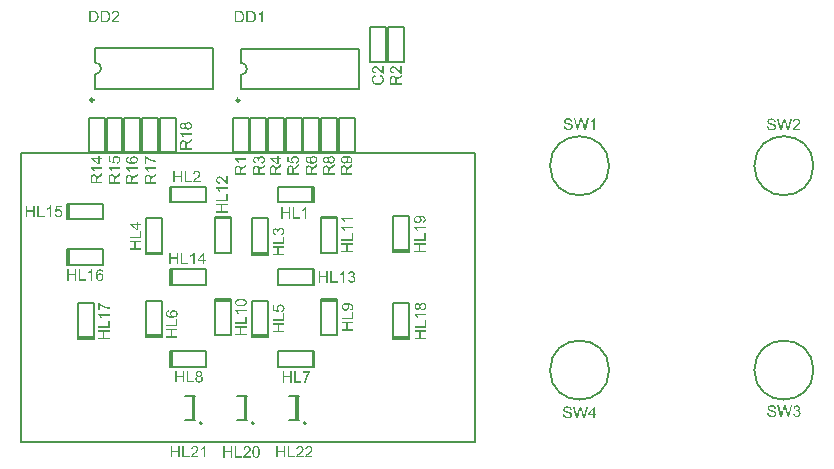
<source format=gto>
G04*
G04 #@! TF.GenerationSoftware,Altium Limited,Altium Designer,21.2.1 (34)*
G04*
G04 Layer_Color=65535*
%FSLAX44Y44*%
%MOMM*%
G71*
G04*
G04 #@! TF.SameCoordinates,88615370-4C05-4218-9965-B51CFC903A55*
G04*
G04*
G04 #@! TF.FilePolarity,Positive*
G04*
G01*
G75*
%ADD10C,0.2000*%
%ADD11C,0.2500*%
%ADD12C,0.1500*%
G36*
X352265Y55108D02*
X350976D01*
Y59704D01*
X345915D01*
Y55108D01*
X344626D01*
Y64861D01*
X345915D01*
Y60856D01*
X350976D01*
Y64861D01*
X352265D01*
Y55108D01*
D02*
G37*
G36*
X372542Y64882D02*
X372659Y64871D01*
X372796Y64850D01*
X372954Y64829D01*
X373113Y64797D01*
X373293Y64755D01*
X373472Y64702D01*
X373662Y64639D01*
X373842Y64565D01*
X374032Y64470D01*
X374212Y64364D01*
X374381Y64248D01*
X374539Y64110D01*
X374550Y64100D01*
X374571Y64079D01*
X374613Y64026D01*
X374666Y63973D01*
X374730Y63899D01*
X374804Y63804D01*
X374878Y63698D01*
X374951Y63572D01*
X375025Y63445D01*
X375099Y63297D01*
X375173Y63138D01*
X375237Y62969D01*
X375290Y62779D01*
X375332Y62589D01*
X375353Y62388D01*
X375364Y62177D01*
Y62166D01*
Y62156D01*
Y62124D01*
Y62082D01*
X375353Y61965D01*
X375332Y61817D01*
X375300Y61638D01*
X375258Y61448D01*
X375205Y61236D01*
X375121Y61025D01*
Y61014D01*
X375110Y61004D01*
X375099Y60972D01*
X375078Y60930D01*
X375015Y60814D01*
X374930Y60666D01*
X374814Y60486D01*
X374677Y60285D01*
X374518Y60074D01*
X374318Y59841D01*
X374307Y59831D01*
X374296Y59810D01*
X374254Y59778D01*
X374212Y59725D01*
X374148Y59662D01*
X374074Y59588D01*
X373990Y59493D01*
X373884Y59398D01*
X373757Y59282D01*
X373620Y59155D01*
X373472Y59007D01*
X373303Y58859D01*
X373124Y58690D01*
X372923Y58521D01*
X372701Y58330D01*
X372468Y58130D01*
X372458Y58119D01*
X372426Y58088D01*
X372363Y58045D01*
X372299Y57982D01*
X372204Y57908D01*
X372109Y57823D01*
X371887Y57633D01*
X371655Y57432D01*
X371433Y57221D01*
X371327Y57126D01*
X371232Y57041D01*
X371147Y56957D01*
X371084Y56894D01*
X371074Y56883D01*
X371031Y56841D01*
X370979Y56777D01*
X370905Y56693D01*
X370820Y56598D01*
X370736Y56492D01*
X370566Y56259D01*
X375374D01*
Y55108D01*
X368918D01*
Y55129D01*
Y55182D01*
Y55266D01*
X368929Y55372D01*
X368939Y55499D01*
X368971Y55636D01*
X369003Y55784D01*
X369055Y55932D01*
Y55943D01*
X369066Y55964D01*
X369076Y55995D01*
X369098Y56048D01*
X369129Y56101D01*
X369161Y56175D01*
X369246Y56344D01*
X369351Y56545D01*
X369489Y56767D01*
X369647Y56999D01*
X369837Y57232D01*
X369848Y57242D01*
X369858Y57263D01*
X369890Y57295D01*
X369943Y57348D01*
X369996Y57401D01*
X370070Y57475D01*
X370144Y57559D01*
X370239Y57654D01*
X370345Y57760D01*
X370461Y57866D01*
X370588Y57992D01*
X370736Y58119D01*
X370883Y58257D01*
X371052Y58394D01*
X371222Y58542D01*
X371412Y58700D01*
X371433Y58711D01*
X371486Y58764D01*
X371560Y58827D01*
X371665Y58922D01*
X371792Y59028D01*
X371940Y59155D01*
X372109Y59292D01*
X372278Y59451D01*
X372637Y59778D01*
X372986Y60127D01*
X373155Y60296D01*
X373314Y60465D01*
X373451Y60623D01*
X373567Y60771D01*
X373578Y60782D01*
X373588Y60803D01*
X373620Y60845D01*
X373652Y60898D01*
X373705Y60972D01*
X373747Y61046D01*
X373853Y61236D01*
X373958Y61458D01*
X374053Y61701D01*
X374117Y61955D01*
X374127Y62082D01*
X374138Y62208D01*
Y62219D01*
Y62240D01*
Y62282D01*
X374127Y62325D01*
Y62388D01*
X374106Y62462D01*
X374074Y62621D01*
X374011Y62811D01*
X373916Y63011D01*
X373863Y63117D01*
X373789Y63212D01*
X373715Y63307D01*
X373620Y63402D01*
X373610Y63413D01*
X373599Y63424D01*
X373567Y63445D01*
X373525Y63476D01*
X373472Y63519D01*
X373409Y63561D01*
X373261Y63656D01*
X373060Y63741D01*
X372838Y63825D01*
X372574Y63878D01*
X372426Y63899D01*
X372194D01*
X372130Y63888D01*
X372056D01*
X371972Y63867D01*
X371782Y63836D01*
X371560Y63772D01*
X371327Y63677D01*
X371211Y63614D01*
X371095Y63550D01*
X370989Y63466D01*
X370883Y63371D01*
X370873Y63360D01*
X370862Y63350D01*
X370841Y63318D01*
X370799Y63276D01*
X370767Y63223D01*
X370725Y63159D01*
X370672Y63085D01*
X370630Y63001D01*
X370577Y62906D01*
X370535Y62800D01*
X370450Y62547D01*
X370387Y62272D01*
X370376Y62113D01*
X370366Y61944D01*
X369140Y62071D01*
Y62092D01*
X369151Y62134D01*
X369161Y62198D01*
X369172Y62293D01*
X369193Y62409D01*
X369225Y62547D01*
X369256Y62694D01*
X369309Y62853D01*
X369362Y63011D01*
X369425Y63191D01*
X369510Y63360D01*
X369594Y63529D01*
X369700Y63709D01*
X369816Y63867D01*
X369943Y64026D01*
X370091Y64163D01*
X370102Y64174D01*
X370133Y64195D01*
X370175Y64227D01*
X370239Y64279D01*
X370323Y64332D01*
X370429Y64396D01*
X370545Y64459D01*
X370683Y64533D01*
X370831Y64596D01*
X371000Y64660D01*
X371179Y64723D01*
X371380Y64776D01*
X371591Y64829D01*
X371813Y64861D01*
X372056Y64882D01*
X372310Y64892D01*
X372447D01*
X372542Y64882D01*
D02*
G37*
G36*
X364966D02*
X365082Y64871D01*
X365220Y64850D01*
X365378Y64829D01*
X365537Y64797D01*
X365716Y64755D01*
X365896Y64702D01*
X366086Y64639D01*
X366266Y64565D01*
X366456Y64470D01*
X366636Y64364D01*
X366805Y64248D01*
X366963Y64110D01*
X366974Y64100D01*
X366995Y64079D01*
X367037Y64026D01*
X367090Y63973D01*
X367153Y63899D01*
X367227Y63804D01*
X367301Y63698D01*
X367375Y63572D01*
X367449Y63445D01*
X367523Y63297D01*
X367597Y63138D01*
X367661Y62969D01*
X367714Y62779D01*
X367756Y62589D01*
X367777Y62388D01*
X367787Y62177D01*
Y62166D01*
Y62156D01*
Y62124D01*
Y62082D01*
X367777Y61965D01*
X367756Y61817D01*
X367724Y61638D01*
X367682Y61448D01*
X367629Y61236D01*
X367544Y61025D01*
Y61014D01*
X367534Y61004D01*
X367523Y60972D01*
X367502Y60930D01*
X367439Y60814D01*
X367354Y60666D01*
X367238Y60486D01*
X367101Y60285D01*
X366942Y60074D01*
X366741Y59841D01*
X366731Y59831D01*
X366720Y59810D01*
X366678Y59778D01*
X366636Y59725D01*
X366572Y59662D01*
X366498Y59588D01*
X366414Y59493D01*
X366308Y59398D01*
X366181Y59282D01*
X366044Y59155D01*
X365896Y59007D01*
X365727Y58859D01*
X365547Y58690D01*
X365347Y58521D01*
X365125Y58330D01*
X364892Y58130D01*
X364882Y58119D01*
X364850Y58088D01*
X364787Y58045D01*
X364723Y57982D01*
X364628Y57908D01*
X364533Y57823D01*
X364311Y57633D01*
X364079Y57432D01*
X363857Y57221D01*
X363751Y57126D01*
X363656Y57041D01*
X363571Y56957D01*
X363508Y56894D01*
X363498Y56883D01*
X363455Y56841D01*
X363402Y56777D01*
X363328Y56693D01*
X363244Y56598D01*
X363159Y56492D01*
X362990Y56259D01*
X367798D01*
Y55108D01*
X361342D01*
Y55129D01*
Y55182D01*
Y55266D01*
X361353Y55372D01*
X361363Y55499D01*
X361395Y55636D01*
X361427Y55784D01*
X361479Y55932D01*
Y55943D01*
X361490Y55964D01*
X361500Y55995D01*
X361522Y56048D01*
X361553Y56101D01*
X361585Y56175D01*
X361670Y56344D01*
X361775Y56545D01*
X361912Y56767D01*
X362071Y56999D01*
X362261Y57232D01*
X362272Y57242D01*
X362282Y57263D01*
X362314Y57295D01*
X362367Y57348D01*
X362420Y57401D01*
X362494Y57475D01*
X362568Y57559D01*
X362663Y57654D01*
X362768Y57760D01*
X362885Y57866D01*
X363011Y57992D01*
X363159Y58119D01*
X363307Y58257D01*
X363476Y58394D01*
X363645Y58542D01*
X363836Y58700D01*
X363857Y58711D01*
X363910Y58764D01*
X363983Y58827D01*
X364089Y58922D01*
X364216Y59028D01*
X364364Y59155D01*
X364533Y59292D01*
X364702Y59451D01*
X365061Y59778D01*
X365410Y60127D01*
X365579Y60296D01*
X365737Y60465D01*
X365875Y60623D01*
X365991Y60771D01*
X366002Y60782D01*
X366012Y60803D01*
X366044Y60845D01*
X366076Y60898D01*
X366129Y60972D01*
X366171Y61046D01*
X366276Y61236D01*
X366382Y61458D01*
X366477Y61701D01*
X366541Y61955D01*
X366551Y62082D01*
X366562Y62208D01*
Y62219D01*
Y62240D01*
Y62282D01*
X366551Y62325D01*
Y62388D01*
X366530Y62462D01*
X366498Y62621D01*
X366435Y62811D01*
X366340Y63011D01*
X366287Y63117D01*
X366213Y63212D01*
X366139Y63307D01*
X366044Y63402D01*
X366033Y63413D01*
X366023Y63424D01*
X365991Y63445D01*
X365949Y63476D01*
X365896Y63519D01*
X365833Y63561D01*
X365685Y63656D01*
X365484Y63741D01*
X365262Y63825D01*
X364998Y63878D01*
X364850Y63899D01*
X364618D01*
X364554Y63888D01*
X364480D01*
X364396Y63867D01*
X364205Y63836D01*
X363983Y63772D01*
X363751Y63677D01*
X363635Y63614D01*
X363519Y63550D01*
X363413Y63466D01*
X363307Y63371D01*
X363297Y63360D01*
X363286Y63350D01*
X363265Y63318D01*
X363223Y63276D01*
X363191Y63223D01*
X363149Y63159D01*
X363096Y63085D01*
X363054Y63001D01*
X363001Y62906D01*
X362959Y62800D01*
X362874Y62547D01*
X362811Y62272D01*
X362800Y62113D01*
X362789Y61944D01*
X361564Y62071D01*
Y62092D01*
X361574Y62134D01*
X361585Y62198D01*
X361595Y62293D01*
X361617Y62409D01*
X361648Y62547D01*
X361680Y62694D01*
X361733Y62853D01*
X361786Y63011D01*
X361849Y63191D01*
X361934Y63360D01*
X362018Y63529D01*
X362124Y63709D01*
X362240Y63867D01*
X362367Y64026D01*
X362515Y64163D01*
X362525Y64174D01*
X362557Y64195D01*
X362599Y64227D01*
X362663Y64279D01*
X362747Y64332D01*
X362853Y64396D01*
X362969Y64459D01*
X363106Y64533D01*
X363254Y64596D01*
X363424Y64660D01*
X363603Y64723D01*
X363804Y64776D01*
X364015Y64829D01*
X364237Y64861D01*
X364480Y64882D01*
X364734Y64892D01*
X364871D01*
X364966Y64882D01*
D02*
G37*
G36*
X355647Y56259D02*
X360454D01*
Y55108D01*
X354357D01*
Y64861D01*
X355647D01*
Y56259D01*
D02*
G37*
G36*
X263158Y55108D02*
X261869D01*
Y59704D01*
X256808D01*
Y55108D01*
X255519D01*
Y64861D01*
X256808D01*
Y60856D01*
X261869D01*
Y64861D01*
X263158D01*
Y55108D01*
D02*
G37*
G36*
X284481D02*
X283287D01*
Y62726D01*
X283266Y62705D01*
X283213Y62652D01*
X283118Y62578D01*
X282981Y62473D01*
X282822Y62346D01*
X282622Y62208D01*
X282400Y62060D01*
X282146Y61902D01*
X282136D01*
X282114Y61881D01*
X282083Y61860D01*
X282030Y61839D01*
X281966Y61796D01*
X281893Y61765D01*
X281723Y61670D01*
X281533Y61574D01*
X281322Y61469D01*
X281100Y61374D01*
X280889Y61289D01*
Y62441D01*
X280899Y62451D01*
X280931Y62462D01*
X280984Y62494D01*
X281058Y62525D01*
X281142Y62568D01*
X281248Y62631D01*
X281364Y62694D01*
X281480Y62758D01*
X281755Y62927D01*
X282051Y63128D01*
X282357Y63339D01*
X282643Y63582D01*
X282653Y63593D01*
X282674Y63614D01*
X282717Y63645D01*
X282770Y63698D01*
X282822Y63762D01*
X282896Y63825D01*
X283055Y64005D01*
X283234Y64195D01*
X283414Y64417D01*
X283573Y64649D01*
X283710Y64892D01*
X284481D01*
Y55108D01*
D02*
G37*
G36*
X275859Y64882D02*
X275975Y64871D01*
X276113Y64850D01*
X276271Y64829D01*
X276430Y64797D01*
X276609Y64755D01*
X276789Y64702D01*
X276979Y64639D01*
X277159Y64565D01*
X277349Y64470D01*
X277529Y64364D01*
X277698Y64248D01*
X277856Y64110D01*
X277867Y64100D01*
X277888Y64079D01*
X277930Y64026D01*
X277983Y63973D01*
X278046Y63899D01*
X278120Y63804D01*
X278194Y63698D01*
X278268Y63572D01*
X278342Y63445D01*
X278416Y63297D01*
X278490Y63138D01*
X278554Y62969D01*
X278606Y62779D01*
X278649Y62589D01*
X278670Y62388D01*
X278680Y62177D01*
Y62166D01*
Y62156D01*
Y62124D01*
Y62082D01*
X278670Y61965D01*
X278649Y61817D01*
X278617Y61638D01*
X278575Y61448D01*
X278522Y61236D01*
X278437Y61025D01*
Y61014D01*
X278427Y61004D01*
X278416Y60972D01*
X278395Y60930D01*
X278332Y60814D01*
X278247Y60666D01*
X278131Y60486D01*
X277994Y60285D01*
X277835Y60074D01*
X277634Y59841D01*
X277624Y59831D01*
X277613Y59810D01*
X277571Y59778D01*
X277529Y59725D01*
X277465Y59662D01*
X277391Y59588D01*
X277307Y59493D01*
X277201Y59398D01*
X277074Y59282D01*
X276937Y59155D01*
X276789Y59007D01*
X276620Y58859D01*
X276440Y58690D01*
X276239Y58521D01*
X276018Y58330D01*
X275785Y58130D01*
X275774Y58119D01*
X275743Y58088D01*
X275679Y58045D01*
X275616Y57982D01*
X275521Y57908D01*
X275426Y57823D01*
X275204Y57633D01*
X274972Y57432D01*
X274750Y57221D01*
X274644Y57126D01*
X274549Y57041D01*
X274464Y56957D01*
X274401Y56894D01*
X274390Y56883D01*
X274348Y56841D01*
X274295Y56777D01*
X274221Y56693D01*
X274137Y56598D01*
X274052Y56492D01*
X273883Y56259D01*
X278691D01*
Y55108D01*
X272235D01*
Y55129D01*
Y55182D01*
Y55266D01*
X272245Y55372D01*
X272256Y55499D01*
X272288Y55636D01*
X272319Y55784D01*
X272372Y55932D01*
Y55943D01*
X272383Y55964D01*
X272393Y55995D01*
X272414Y56048D01*
X272446Y56101D01*
X272478Y56175D01*
X272562Y56344D01*
X272668Y56545D01*
X272805Y56767D01*
X272964Y56999D01*
X273154Y57232D01*
X273165Y57242D01*
X273175Y57263D01*
X273207Y57295D01*
X273260Y57348D01*
X273313Y57401D01*
X273386Y57475D01*
X273461Y57559D01*
X273556Y57654D01*
X273661Y57760D01*
X273778Y57866D01*
X273904Y57992D01*
X274052Y58119D01*
X274200Y58257D01*
X274369Y58394D01*
X274538Y58542D01*
X274729Y58700D01*
X274750Y58711D01*
X274802Y58764D01*
X274876Y58827D01*
X274982Y58922D01*
X275109Y59028D01*
X275257Y59155D01*
X275426Y59292D01*
X275595Y59451D01*
X275954Y59778D01*
X276303Y60127D01*
X276472Y60296D01*
X276630Y60465D01*
X276768Y60623D01*
X276884Y60771D01*
X276895Y60782D01*
X276905Y60803D01*
X276937Y60845D01*
X276968Y60898D01*
X277021Y60972D01*
X277064Y61046D01*
X277169Y61236D01*
X277275Y61458D01*
X277370Y61701D01*
X277433Y61955D01*
X277444Y62082D01*
X277455Y62208D01*
Y62219D01*
Y62240D01*
Y62282D01*
X277444Y62325D01*
Y62388D01*
X277423Y62462D01*
X277391Y62621D01*
X277328Y62811D01*
X277233Y63011D01*
X277180Y63117D01*
X277106Y63212D01*
X277032Y63307D01*
X276937Y63402D01*
X276926Y63413D01*
X276916Y63424D01*
X276884Y63445D01*
X276842Y63476D01*
X276789Y63519D01*
X276726Y63561D01*
X276578Y63656D01*
X276377Y63741D01*
X276155Y63825D01*
X275891Y63878D01*
X275743Y63899D01*
X275510D01*
X275447Y63888D01*
X275373D01*
X275289Y63867D01*
X275098Y63836D01*
X274876Y63772D01*
X274644Y63677D01*
X274528Y63614D01*
X274412Y63550D01*
X274306Y63466D01*
X274200Y63371D01*
X274190Y63360D01*
X274179Y63350D01*
X274158Y63318D01*
X274116Y63276D01*
X274084Y63223D01*
X274042Y63159D01*
X273989Y63085D01*
X273946Y63001D01*
X273894Y62906D01*
X273851Y62800D01*
X273767Y62547D01*
X273703Y62272D01*
X273693Y62113D01*
X273682Y61944D01*
X272457Y62071D01*
Y62092D01*
X272467Y62134D01*
X272478Y62198D01*
X272488Y62293D01*
X272509Y62409D01*
X272541Y62547D01*
X272573Y62694D01*
X272626Y62853D01*
X272679Y63011D01*
X272742Y63191D01*
X272826Y63360D01*
X272911Y63529D01*
X273017Y63709D01*
X273133Y63867D01*
X273260Y64026D01*
X273408Y64163D01*
X273418Y64174D01*
X273450Y64195D01*
X273492Y64227D01*
X273556Y64279D01*
X273640Y64332D01*
X273746Y64396D01*
X273862Y64459D01*
X273999Y64533D01*
X274147Y64596D01*
X274316Y64660D01*
X274496Y64723D01*
X274697Y64776D01*
X274908Y64829D01*
X275130Y64861D01*
X275373Y64882D01*
X275627Y64892D01*
X275764D01*
X275859Y64882D01*
D02*
G37*
G36*
X266539Y56259D02*
X271347D01*
Y55108D01*
X265250D01*
Y64861D01*
X266539D01*
Y56259D01*
D02*
G37*
G36*
X195674Y214461D02*
X195770Y214450D01*
X195886Y214440D01*
X196012Y214419D01*
X196150Y214387D01*
X196456Y214313D01*
X196604Y214260D01*
X196773Y214197D01*
X196932Y214123D01*
X197080Y214028D01*
X197228Y213933D01*
X197376Y213816D01*
X197386Y213806D01*
X197407Y213785D01*
X197449Y213753D01*
X197492Y213700D01*
X197555Y213637D01*
X197619Y213552D01*
X197693Y213457D01*
X197766Y213351D01*
X197840Y213235D01*
X197915Y213098D01*
X197988Y212950D01*
X198062Y212791D01*
X198126Y212622D01*
X198179Y212443D01*
X198232Y212253D01*
X198263Y212041D01*
X197069Y211946D01*
Y211957D01*
X197059Y211978D01*
X197048Y212010D01*
X197038Y212062D01*
X197006Y212189D01*
X196953Y212337D01*
X196889Y212506D01*
X196805Y212675D01*
X196721Y212834D01*
X196615Y212971D01*
X196604Y212982D01*
X196594Y212992D01*
X196562Y213024D01*
X196530Y213056D01*
X196425Y213140D01*
X196277Y213235D01*
X196108Y213330D01*
X195896Y213404D01*
X195664Y213468D01*
X195537Y213478D01*
X195410Y213489D01*
X195315D01*
X195199Y213468D01*
X195061Y213447D01*
X194903Y213404D01*
X194734Y213351D01*
X194565Y213267D01*
X194396Y213161D01*
X194385D01*
X194375Y213140D01*
X194343Y213119D01*
X194301Y213087D01*
X194206Y212992D01*
X194079Y212855D01*
X193931Y212686D01*
X193783Y212474D01*
X193646Y212231D01*
X193508Y211957D01*
Y211946D01*
X193498Y211925D01*
X193477Y211872D01*
X193455Y211809D01*
X193434Y211735D01*
X193403Y211629D01*
X193371Y211513D01*
X193339Y211386D01*
X193307Y211238D01*
X193286Y211069D01*
X193255Y210879D01*
X193223Y210678D01*
X193202Y210467D01*
X193191Y210234D01*
X193181Y209981D01*
X193171Y209728D01*
X193170Y209727D01*
Y209717D01*
X193171Y209728D01*
X193191Y209748D01*
X193212Y209780D01*
X193244Y209822D01*
X193339Y209939D01*
X193455Y210086D01*
X193614Y210245D01*
X193794Y210403D01*
X193994Y210551D01*
X194216Y210689D01*
X194227D01*
X194248Y210699D01*
X194280Y210720D01*
X194322Y210742D01*
X194385Y210763D01*
X194449Y210794D01*
X194618Y210858D01*
X194818Y210911D01*
X195040Y210963D01*
X195283Y211006D01*
X195537Y211016D01*
X195590D01*
X195653Y211006D01*
X195738D01*
X195843Y210985D01*
X195960Y210974D01*
X196097Y210942D01*
X196245Y210911D01*
X196393Y210858D01*
X196562Y210805D01*
X196731Y210731D01*
X196900Y210646D01*
X197080Y210541D01*
X197249Y210424D01*
X197418Y210287D01*
X197576Y210129D01*
X197587Y210118D01*
X197608Y210086D01*
X197650Y210044D01*
X197714Y209970D01*
X197777Y209886D01*
X197840Y209780D01*
X197925Y209653D01*
X197999Y209516D01*
X198073Y209357D01*
X198158Y209188D01*
X198221Y208998D01*
X198295Y208797D01*
X198348Y208586D01*
X198390Y208354D01*
X198411Y208111D01*
X198422Y207857D01*
Y207846D01*
Y207815D01*
Y207772D01*
X198411Y207698D01*
Y207624D01*
X198400Y207529D01*
X198390Y207413D01*
X198369Y207297D01*
X198327Y207033D01*
X198253Y206747D01*
X198158Y206452D01*
X198020Y206145D01*
Y206135D01*
X197999Y206113D01*
X197978Y206071D01*
X197946Y206018D01*
X197904Y205955D01*
X197862Y205881D01*
X197735Y205701D01*
X197587Y205511D01*
X197397Y205310D01*
X197175Y205110D01*
X196932Y204941D01*
X196921D01*
X196900Y204919D01*
X196858Y204898D01*
X196805Y204877D01*
X196742Y204846D01*
X196668Y204814D01*
X196572Y204771D01*
X196477Y204740D01*
X196245Y204655D01*
X195970Y204592D01*
X195674Y204550D01*
X195357Y204529D01*
X195294D01*
X195210Y204539D01*
X195104Y204550D01*
X194977Y204560D01*
X194829Y204592D01*
X194671Y204624D01*
X194491Y204666D01*
X194301Y204729D01*
X194100Y204793D01*
X193899Y204888D01*
X193699Y204993D01*
X193487Y205120D01*
X193297Y205268D01*
X193096Y205437D01*
X192917Y205627D01*
X192906Y205638D01*
X192874Y205680D01*
X192832Y205744D01*
X192769Y205839D01*
X192695Y205955D01*
X192621Y206103D01*
X192536Y206283D01*
X192452Y206494D01*
X192356Y206726D01*
X192272Y206991D01*
X192198Y207286D01*
X192124Y207614D01*
X192061Y207973D01*
X192018Y208364D01*
X191987Y208787D01*
X191976Y209241D01*
Y209252D01*
Y209273D01*
Y209315D01*
Y209368D01*
Y209431D01*
X191987Y209516D01*
Y209600D01*
X191997Y209706D01*
X192008Y209939D01*
X192029Y210203D01*
X192061Y210499D01*
X192103Y210816D01*
X192166Y211154D01*
X192230Y211492D01*
X192314Y211830D01*
X192420Y212168D01*
X192536Y212496D01*
X192673Y212813D01*
X192843Y213098D01*
X193022Y213351D01*
X193033Y213362D01*
X193064Y213404D01*
X193117Y213457D01*
X193191Y213531D01*
X193276Y213616D01*
X193392Y213711D01*
X193519Y213806D01*
X193667Y213911D01*
X193836Y214017D01*
X194026Y214112D01*
X194227Y214207D01*
X194449Y214292D01*
X194681Y214366D01*
X194935Y214419D01*
X195199Y214461D01*
X195484Y214471D01*
X195600D01*
X195674Y214461D01*
D02*
G37*
G36*
X175218Y204687D02*
X173929D01*
Y209283D01*
X168867D01*
Y204687D01*
X167578D01*
Y214440D01*
X168867D01*
Y210435D01*
X173929D01*
Y214440D01*
X175218D01*
Y204687D01*
D02*
G37*
G36*
X188965D02*
X187771D01*
Y212305D01*
X187750Y212284D01*
X187697Y212231D01*
X187602Y212157D01*
X187464Y212052D01*
X187306Y211925D01*
X187105Y211788D01*
X186883Y211640D01*
X186630Y211481D01*
X186619D01*
X186598Y211460D01*
X186566Y211439D01*
X186513Y211418D01*
X186450Y211376D01*
X186376Y211344D01*
X186207Y211249D01*
X186017Y211154D01*
X185805Y211048D01*
X185583Y210953D01*
X185372Y210868D01*
Y212020D01*
X185383Y212031D01*
X185414Y212041D01*
X185467Y212073D01*
X185541Y212105D01*
X185626Y212147D01*
X185731Y212210D01*
X185848Y212274D01*
X185964Y212337D01*
X186239Y212506D01*
X186535Y212707D01*
X186841Y212918D01*
X187126Y213161D01*
X187137Y213172D01*
X187158Y213193D01*
X187200Y213225D01*
X187253Y213277D01*
X187306Y213341D01*
X187380Y213404D01*
X187538Y213584D01*
X187718Y213774D01*
X187897Y213996D01*
X188056Y214228D01*
X188193Y214471D01*
X188965D01*
Y204687D01*
D02*
G37*
G36*
X178599Y205839D02*
X183407D01*
Y204687D01*
X177310D01*
Y214440D01*
X178599D01*
Y205839D01*
D02*
G37*
G36*
X376302Y310351D02*
X376376D01*
X376471Y310340D01*
X376587Y310330D01*
X376703Y310308D01*
X376967Y310266D01*
X377253Y310192D01*
X377548Y310097D01*
X377855Y309960D01*
X377865D01*
X377887Y309939D01*
X377929Y309918D01*
X377982Y309886D01*
X378045Y309844D01*
X378119Y309801D01*
X378299Y309675D01*
X378489Y309527D01*
X378690Y309336D01*
X378890Y309114D01*
X379059Y308871D01*
Y308861D01*
X379081Y308840D01*
X379102Y308798D01*
X379123Y308745D01*
X379155Y308681D01*
X379186Y308607D01*
X379229Y308512D01*
X379260Y308417D01*
X379345Y308185D01*
X379408Y307910D01*
X379450Y307614D01*
X379472Y307297D01*
Y307234D01*
X379461Y307149D01*
X379450Y307043D01*
X379440Y306917D01*
X379408Y306769D01*
X379376Y306610D01*
X379334Y306431D01*
X379271Y306241D01*
X379207Y306040D01*
X379112Y305839D01*
X379007Y305638D01*
X378880Y305427D01*
X378732Y305237D01*
X378563Y305036D01*
X378373Y304856D01*
X378362Y304846D01*
X378320Y304814D01*
X378256Y304772D01*
X378161Y304708D01*
X378045Y304634D01*
X377897Y304560D01*
X377718Y304476D01*
X377506Y304391D01*
X377274Y304296D01*
X377010Y304212D01*
X376714Y304138D01*
X376386Y304064D01*
X376027Y304000D01*
X375636Y303958D01*
X375213Y303926D01*
X374759Y303916D01*
X374748D01*
X374727D01*
X374685D01*
X374632D01*
X374569D01*
X374484Y303926D01*
X374400D01*
X374294Y303937D01*
X374062Y303948D01*
X373797Y303969D01*
X373502Y304000D01*
X373185Y304043D01*
X372846Y304106D01*
X372508Y304170D01*
X372170Y304254D01*
X371832Y304360D01*
X371505Y304476D01*
X371188Y304613D01*
X370902Y304782D01*
X370649Y304962D01*
X370638Y304972D01*
X370596Y305004D01*
X370543Y305057D01*
X370469Y305131D01*
X370384Y305215D01*
X370289Y305332D01*
X370194Y305459D01*
X370089Y305606D01*
X369983Y305776D01*
X369888Y305966D01*
X369793Y306166D01*
X369708Y306388D01*
X369634Y306621D01*
X369581Y306875D01*
X369539Y307139D01*
X369529Y307424D01*
Y307540D01*
X369539Y307614D01*
X369550Y307709D01*
X369560Y307825D01*
X369581Y307952D01*
X369613Y308090D01*
X369687Y308396D01*
X369740Y308544D01*
X369803Y308713D01*
X369877Y308871D01*
X369972Y309019D01*
X370067Y309167D01*
X370184Y309315D01*
X370194Y309326D01*
X370215Y309347D01*
X370247Y309389D01*
X370300Y309431D01*
X370363Y309495D01*
X370448Y309558D01*
X370543Y309632D01*
X370649Y309706D01*
X370765Y309780D01*
X370902Y309854D01*
X371050Y309928D01*
X371209Y310002D01*
X371378Y310065D01*
X371557Y310118D01*
X371748Y310171D01*
X371959Y310203D01*
X372054Y309009D01*
X372043D01*
X372022Y308998D01*
X371991Y308988D01*
X371938Y308977D01*
X371811Y308946D01*
X371663Y308893D01*
X371494Y308829D01*
X371325Y308745D01*
X371166Y308660D01*
X371029Y308554D01*
X371018Y308544D01*
X371008Y308533D01*
X370976Y308502D01*
X370944Y308470D01*
X370860Y308364D01*
X370765Y308216D01*
X370670Y308047D01*
X370596Y307836D01*
X370532Y307604D01*
X370522Y307477D01*
X370511Y307350D01*
Y307255D01*
X370532Y307139D01*
X370554Y307001D01*
X370596Y306843D01*
X370649Y306674D01*
X370733Y306505D01*
X370839Y306336D01*
Y306325D01*
X370860Y306314D01*
X370881Y306283D01*
X370913Y306241D01*
X371008Y306145D01*
X371145Y306019D01*
X371314Y305871D01*
X371526Y305723D01*
X371769Y305585D01*
X372043Y305448D01*
X372054D01*
X372075Y305437D01*
X372128Y305416D01*
X372191Y305395D01*
X372265Y305374D01*
X372371Y305342D01*
X372487Y305311D01*
X372614Y305279D01*
X372762Y305247D01*
X372931Y305226D01*
X373121Y305194D01*
X373322Y305163D01*
X373533Y305142D01*
X373766Y305131D01*
X374019Y305120D01*
X374272Y305110D01*
X374273Y305110D01*
X374283D01*
X374272Y305110D01*
X374252Y305131D01*
X374220Y305152D01*
X374178Y305184D01*
X374062Y305279D01*
X373914Y305395D01*
X373755Y305554D01*
X373597Y305733D01*
X373449Y305934D01*
X373311Y306156D01*
Y306166D01*
X373301Y306188D01*
X373280Y306219D01*
X373259Y306262D01*
X373237Y306325D01*
X373206Y306388D01*
X373142Y306558D01*
X373089Y306758D01*
X373037Y306980D01*
X372994Y307223D01*
X372984Y307477D01*
Y307530D01*
X372994Y307593D01*
Y307677D01*
X373016Y307783D01*
X373026Y307899D01*
X373058Y308037D01*
X373089Y308185D01*
X373142Y308333D01*
X373195Y308502D01*
X373269Y308671D01*
X373354Y308840D01*
X373459Y309019D01*
X373576Y309188D01*
X373713Y309358D01*
X373871Y309516D01*
X373882Y309527D01*
X373914Y309548D01*
X373956Y309590D01*
X374030Y309653D01*
X374114Y309717D01*
X374220Y309780D01*
X374347Y309865D01*
X374484Y309939D01*
X374643Y310013D01*
X374812Y310097D01*
X375002Y310161D01*
X375203Y310235D01*
X375414Y310287D01*
X375647Y310330D01*
X375890Y310351D01*
X376143Y310361D01*
X376154D01*
X376185D01*
X376228D01*
X376302Y310351D01*
D02*
G37*
G36*
X379313Y301602D02*
X377284Y300313D01*
X377274Y300302D01*
X377242Y300292D01*
X377200Y300260D01*
X377136Y300218D01*
X377062Y300175D01*
X376978Y300112D01*
X376788Y299985D01*
X376566Y299837D01*
X376344Y299689D01*
X376133Y299531D01*
X375942Y299383D01*
X375932D01*
X375921Y299362D01*
X375868Y299319D01*
X375784Y299256D01*
X375689Y299161D01*
X375583Y299066D01*
X375477Y298950D01*
X375372Y298833D01*
X375298Y298728D01*
X375287Y298717D01*
X375266Y298675D01*
X375234Y298622D01*
X375192Y298548D01*
X375150Y298453D01*
X375108Y298358D01*
X375065Y298252D01*
X375034Y298136D01*
Y298125D01*
X375023Y298094D01*
X375013Y298041D01*
X375002Y297967D01*
Y297861D01*
X374991Y297735D01*
X374981Y297587D01*
Y295928D01*
X379313D01*
Y294639D01*
X369560D01*
Y299172D01*
X369571Y299288D01*
Y299404D01*
X369581Y299541D01*
X369592Y299700D01*
X369624Y300017D01*
X369677Y300344D01*
X369740Y300661D01*
X369782Y300799D01*
X369824Y300936D01*
Y300947D01*
X369835Y300968D01*
X369856Y301000D01*
X369877Y301052D01*
X369941Y301179D01*
X370036Y301327D01*
X370163Y301507D01*
X370332Y301686D01*
X370522Y301866D01*
X370754Y302024D01*
X370765D01*
X370786Y302046D01*
X370818Y302067D01*
X370871Y302088D01*
X370934Y302120D01*
X371008Y302151D01*
X371092Y302194D01*
X371188Y302236D01*
X371409Y302310D01*
X371652Y302373D01*
X371927Y302415D01*
X372223Y302437D01*
X372234D01*
X372265D01*
X372329D01*
X372392Y302426D01*
X372487Y302415D01*
X372593Y302405D01*
X372709Y302384D01*
X372836Y302352D01*
X373111Y302267D01*
X373259Y302215D01*
X373406Y302151D01*
X373554Y302077D01*
X373702Y301982D01*
X373840Y301877D01*
X373977Y301760D01*
X373988Y301750D01*
X374009Y301729D01*
X374040Y301686D01*
X374093Y301633D01*
X374146Y301560D01*
X374210Y301475D01*
X374283Y301369D01*
X374357Y301243D01*
X374431Y301105D01*
X374505Y300957D01*
X374579Y300788D01*
X374653Y300598D01*
X374717Y300397D01*
X374780Y300175D01*
X374833Y299932D01*
X374875Y299679D01*
Y299689D01*
X374886Y299700D01*
X374917Y299763D01*
X374970Y299858D01*
X375034Y299975D01*
X375108Y300101D01*
X375182Y300228D01*
X375277Y300355D01*
X375361Y300461D01*
X375372Y300471D01*
X375382Y300482D01*
X375414Y300513D01*
X375456Y300556D01*
X375509Y300609D01*
X375573Y300672D01*
X375720Y300809D01*
X375911Y300968D01*
X376133Y301147D01*
X376386Y301338D01*
X376661Y301528D01*
X379313Y303218D01*
Y301602D01*
D02*
G37*
G36*
X319392Y307227D02*
X311774D01*
X311795Y307206D01*
X311848Y307153D01*
X311922Y307058D01*
X312027Y306921D01*
X312154Y306762D01*
X312292Y306561D01*
X312439Y306339D01*
X312598Y306086D01*
Y306075D01*
X312619Y306054D01*
X312640Y306022D01*
X312661Y305970D01*
X312704Y305906D01*
X312735Y305832D01*
X312831Y305663D01*
X312926Y305473D01*
X313031Y305262D01*
X313126Y305040D01*
X313211Y304828D01*
X312059D01*
X312049Y304839D01*
X312038Y304871D01*
X312006Y304923D01*
X311975Y304998D01*
X311932Y305082D01*
X311869Y305188D01*
X311805Y305304D01*
X311742Y305420D01*
X311573Y305695D01*
X311372Y305991D01*
X311161Y306297D01*
X310918Y306583D01*
X310907Y306593D01*
X310886Y306614D01*
X310855Y306656D01*
X310802Y306709D01*
X310738Y306762D01*
X310675Y306836D01*
X310495Y306995D01*
X310305Y307174D01*
X310083Y307354D01*
X309851Y307512D01*
X309608Y307650D01*
Y308421D01*
X319392D01*
Y307227D01*
D02*
G37*
G36*
Y301542D02*
X317363Y300253D01*
X317353Y300243D01*
X317321Y300232D01*
X317279Y300200D01*
X317215Y300158D01*
X317142Y300116D01*
X317057Y300052D01*
X316867Y299926D01*
X316645Y299778D01*
X316423Y299630D01*
X316212Y299471D01*
X316021Y299323D01*
X316011D01*
X316000Y299302D01*
X315948Y299260D01*
X315863Y299197D01*
X315768Y299102D01*
X315662Y299006D01*
X315557Y298890D01*
X315451Y298774D01*
X315377Y298668D01*
X315366Y298658D01*
X315345Y298615D01*
X315314Y298563D01*
X315271Y298489D01*
X315229Y298393D01*
X315187Y298298D01*
X315145Y298193D01*
X315113Y298076D01*
Y298066D01*
X315102Y298034D01*
X315092Y297981D01*
X315081Y297908D01*
Y297802D01*
X315071Y297675D01*
X315060Y297527D01*
Y295868D01*
X319392D01*
Y294579D01*
X309639D01*
Y299112D01*
X309650Y299228D01*
Y299345D01*
X309661Y299482D01*
X309671Y299640D01*
X309703Y299957D01*
X309756Y300285D01*
X309819Y300602D01*
X309861Y300739D01*
X309904Y300877D01*
Y300887D01*
X309914Y300908D01*
X309935Y300940D01*
X309956Y300993D01*
X310020Y301120D01*
X310115Y301268D01*
X310242Y301447D01*
X310411Y301627D01*
X310601Y301807D01*
X310833Y301965D01*
X310844D01*
X310865Y301986D01*
X310897Y302007D01*
X310950Y302028D01*
X311013Y302060D01*
X311087Y302092D01*
X311172Y302134D01*
X311267Y302176D01*
X311489Y302250D01*
X311732Y302314D01*
X312006Y302356D01*
X312302Y302377D01*
X312313D01*
X312344D01*
X312408D01*
X312471Y302367D01*
X312566Y302356D01*
X312672Y302345D01*
X312788Y302324D01*
X312915Y302292D01*
X313190Y302208D01*
X313338Y302155D01*
X313486Y302092D01*
X313633Y302018D01*
X313782Y301923D01*
X313919Y301817D01*
X314056Y301701D01*
X314067Y301690D01*
X314088Y301669D01*
X314120Y301627D01*
X314172Y301574D01*
X314225Y301500D01*
X314289Y301416D01*
X314363Y301310D01*
X314437Y301183D01*
X314510Y301046D01*
X314585Y300898D01*
X314659Y300729D01*
X314732Y300539D01*
X314796Y300338D01*
X314859Y300116D01*
X314912Y299873D01*
X314954Y299619D01*
Y299630D01*
X314965Y299640D01*
X314997Y299704D01*
X315049Y299799D01*
X315113Y299915D01*
X315187Y300042D01*
X315261Y300169D01*
X315356Y300296D01*
X315440Y300401D01*
X315451Y300412D01*
X315462Y300422D01*
X315493Y300454D01*
X315536Y300496D01*
X315588Y300549D01*
X315652Y300613D01*
X315800Y300750D01*
X315990Y300908D01*
X316212Y301088D01*
X316465Y301278D01*
X316740Y301468D01*
X319392Y303159D01*
Y301542D01*
D02*
G37*
G36*
X404297Y310361D02*
X404456D01*
X404646Y310351D01*
X404847Y310340D01*
X405069Y310319D01*
X405301Y310298D01*
X405544Y310277D01*
X406041Y310203D01*
X406527Y310097D01*
X406749Y310034D01*
X406971Y309960D01*
X406981D01*
X407024Y309939D01*
X407076Y309918D01*
X407150Y309886D01*
X407246Y309844D01*
X407351Y309791D01*
X407467Y309727D01*
X407594Y309664D01*
X407858Y309495D01*
X408144Y309284D01*
X408408Y309041D01*
X408535Y308903D01*
X408651Y308755D01*
X408661Y308745D01*
X408672Y308724D01*
X408704Y308671D01*
X408735Y308618D01*
X408778Y308533D01*
X408830Y308449D01*
X408883Y308343D01*
X408936Y308216D01*
X408989Y308090D01*
X409042Y307942D01*
X409084Y307794D01*
X409137Y307625D01*
X409200Y307265D01*
X409211Y307075D01*
X409221Y306874D01*
Y306769D01*
X409211Y306684D01*
X409200Y306589D01*
X409190Y306473D01*
X409169Y306346D01*
X409137Y306209D01*
X409063Y305913D01*
X409010Y305765D01*
X408957Y305606D01*
X408883Y305448D01*
X408799Y305289D01*
X408704Y305142D01*
X408587Y305004D01*
X408577Y304994D01*
X408556Y304972D01*
X408524Y304941D01*
X408471Y304888D01*
X408408Y304835D01*
X408323Y304772D01*
X408228Y304698D01*
X408123Y304624D01*
X408006Y304550D01*
X407869Y304476D01*
X407721Y304412D01*
X407563Y304338D01*
X407393Y304275D01*
X407214Y304222D01*
X407013Y304180D01*
X406802Y304148D01*
X406707Y305300D01*
X406717D01*
X406738Y305311D01*
X406781D01*
X406844Y305332D01*
X406907Y305342D01*
X406981Y305363D01*
X407161Y305416D01*
X407351Y305490D01*
X407541Y305585D01*
X407721Y305712D01*
X407806Y305776D01*
X407879Y305849D01*
X407890Y305871D01*
X407932Y305924D01*
X407996Y306019D01*
X408059Y306135D01*
X408123Y306293D01*
X408186Y306473D01*
X408228Y306674D01*
X408239Y306906D01*
Y307001D01*
X408228Y307107D01*
X408207Y307234D01*
X408175Y307382D01*
X408133Y307540D01*
X408080Y307709D01*
X407996Y307868D01*
X407985Y307889D01*
X407953Y307942D01*
X407890Y308016D01*
X407816Y308111D01*
X407721Y308216D01*
X407605Y308333D01*
X407467Y308449D01*
X407319Y308554D01*
X407298Y308565D01*
X407246Y308597D01*
X407150Y308650D01*
X407013Y308713D01*
X406855Y308776D01*
X406664Y308850D01*
X406432Y308924D01*
X406178Y308998D01*
X406168D01*
X406147Y309009D01*
X406104Y309019D01*
X406052Y309030D01*
X405988Y309041D01*
X405914Y309051D01*
X405819Y309072D01*
X405724Y309093D01*
X405502Y309125D01*
X405259Y309146D01*
X404995Y309167D01*
X404720Y309178D01*
X404699D01*
X404657D01*
X404583D01*
X404488D01*
X404498Y309157D01*
X404530Y309146D01*
X404572Y309114D01*
X404678Y309030D01*
X404805Y308924D01*
X404953Y308776D01*
X405111Y308607D01*
X405259Y308417D01*
X405407Y308195D01*
Y308185D01*
X405418Y308164D01*
X405439Y308132D01*
X405460Y308090D01*
X405491Y308026D01*
X405513Y307963D01*
X405576Y307794D01*
X405650Y307593D01*
X405703Y307360D01*
X405745Y307107D01*
X405756Y306843D01*
Y306790D01*
X405745Y306726D01*
Y306642D01*
X405724Y306536D01*
X405713Y306420D01*
X405682Y306283D01*
X405650Y306135D01*
X405597Y305976D01*
X405544Y305818D01*
X405470Y305649D01*
X405386Y305480D01*
X405291Y305300D01*
X405175Y305131D01*
X405037Y304962D01*
X404889Y304803D01*
X404879Y304793D01*
X404847Y304772D01*
X404794Y304729D01*
X404731Y304677D01*
X404646Y304613D01*
X404541Y304539D01*
X404414Y304465D01*
X404266Y304391D01*
X404118Y304307D01*
X403938Y304233D01*
X403748Y304159D01*
X403547Y304095D01*
X403325Y304043D01*
X403082Y304000D01*
X402839Y303979D01*
X402575Y303969D01*
X402554D01*
X402512D01*
X402427Y303979D01*
X402332D01*
X402205Y304000D01*
X402057Y304011D01*
X401899Y304043D01*
X401719Y304074D01*
X401540Y304127D01*
X401339Y304180D01*
X401138Y304254D01*
X400948Y304338D01*
X400747Y304434D01*
X400546Y304550D01*
X400367Y304687D01*
X400187Y304835D01*
X400177Y304846D01*
X400145Y304877D01*
X400103Y304930D01*
X400050Y304994D01*
X399976Y305078D01*
X399902Y305184D01*
X399817Y305300D01*
X399733Y305437D01*
X399648Y305585D01*
X399564Y305754D01*
X399490Y305934D01*
X399416Y306124D01*
X399363Y306336D01*
X399321Y306558D01*
X399289Y306779D01*
X399278Y307022D01*
Y307118D01*
X399289Y307181D01*
Y307265D01*
X399310Y307360D01*
X399321Y307477D01*
X399342Y307593D01*
X399405Y307868D01*
X399500Y308153D01*
X399553Y308301D01*
X399627Y308459D01*
X399701Y308607D01*
X399796Y308755D01*
X399807Y308766D01*
X399817Y308787D01*
X399849Y308829D01*
X399891Y308882D01*
X399944Y308956D01*
X400008Y309030D01*
X400081Y309114D01*
X400166Y309199D01*
X400261Y309294D01*
X400377Y309400D01*
X400494Y309495D01*
X400620Y309601D01*
X400768Y309696D01*
X400916Y309791D01*
X401085Y309875D01*
X401254Y309960D01*
X401265D01*
X401297Y309981D01*
X401349Y310002D01*
X401434Y310023D01*
X401529Y310055D01*
X401645Y310087D01*
X401783Y310129D01*
X401952Y310171D01*
X402131Y310203D01*
X402332Y310245D01*
X402565Y310277D01*
X402808Y310308D01*
X403072Y310330D01*
X403357Y310351D01*
X403664Y310372D01*
X403991D01*
X404012D01*
X404076D01*
X404171D01*
X404297Y310361D01*
D02*
G37*
G36*
X409063Y301591D02*
X407034Y300302D01*
X407024Y300292D01*
X406992Y300281D01*
X406950Y300249D01*
X406886Y300207D01*
X406812Y300165D01*
X406728Y300101D01*
X406538Y299975D01*
X406316Y299827D01*
X406094Y299679D01*
X405882Y299520D01*
X405692Y299372D01*
X405682D01*
X405671Y299351D01*
X405618Y299309D01*
X405534Y299245D01*
X405439Y299150D01*
X405333Y299055D01*
X405227Y298939D01*
X405122Y298823D01*
X405048Y298717D01*
X405037Y298707D01*
X405016Y298664D01*
X404984Y298612D01*
X404942Y298538D01*
X404900Y298442D01*
X404858Y298347D01*
X404815Y298242D01*
X404784Y298125D01*
Y298115D01*
X404773Y298083D01*
X404762Y298030D01*
X404752Y297956D01*
Y297851D01*
X404741Y297724D01*
X404731Y297576D01*
Y295917D01*
X409063D01*
Y294628D01*
X399310D01*
Y299161D01*
X399321Y299277D01*
Y299393D01*
X399331Y299531D01*
X399342Y299689D01*
X399374Y300006D01*
X399426Y300334D01*
X399490Y300651D01*
X399532Y300788D01*
X399574Y300926D01*
Y300936D01*
X399585Y300957D01*
X399606Y300989D01*
X399627Y301042D01*
X399691Y301169D01*
X399786Y301317D01*
X399912Y301496D01*
X400081Y301676D01*
X400272Y301855D01*
X400504Y302014D01*
X400515D01*
X400536Y302035D01*
X400568Y302056D01*
X400620Y302077D01*
X400684Y302109D01*
X400758Y302141D01*
X400842Y302183D01*
X400937Y302225D01*
X401159Y302299D01*
X401402Y302363D01*
X401677Y302405D01*
X401973Y302426D01*
X401983D01*
X402015D01*
X402079D01*
X402142Y302415D01*
X402237Y302405D01*
X402343Y302394D01*
X402459Y302373D01*
X402586Y302341D01*
X402860Y302257D01*
X403008Y302204D01*
X403156Y302141D01*
X403304Y302067D01*
X403452Y301972D01*
X403590Y301866D01*
X403727Y301750D01*
X403737Y301739D01*
X403759Y301718D01*
X403790Y301676D01*
X403843Y301623D01*
X403896Y301549D01*
X403959Y301464D01*
X404033Y301359D01*
X404107Y301232D01*
X404181Y301095D01*
X404255Y300947D01*
X404329Y300778D01*
X404403Y300587D01*
X404467Y300387D01*
X404530Y300165D01*
X404583Y299922D01*
X404625Y299668D01*
Y299679D01*
X404636Y299689D01*
X404667Y299753D01*
X404720Y299848D01*
X404784Y299964D01*
X404858Y300091D01*
X404931Y300218D01*
X405027Y300344D01*
X405111Y300450D01*
X405122Y300461D01*
X405132Y300471D01*
X405164Y300503D01*
X405206Y300545D01*
X405259Y300598D01*
X405322Y300661D01*
X405470Y300799D01*
X405661Y300957D01*
X405882Y301137D01*
X406136Y301327D01*
X406411Y301517D01*
X409063Y303208D01*
Y301591D01*
D02*
G37*
G36*
X360712Y310388D02*
X360828Y310377D01*
X360955Y310356D01*
X361103Y310335D01*
X361272Y310303D01*
X361441Y310261D01*
X361631Y310208D01*
X361821Y310145D01*
X362011Y310071D01*
X362202Y309986D01*
X362402Y309881D01*
X362593Y309764D01*
X362772Y309627D01*
X362783Y309616D01*
X362825Y309585D01*
X362878Y309532D01*
X362952Y309458D01*
X363047Y309363D01*
X363142Y309247D01*
X363258Y309109D01*
X363364Y308951D01*
X363470Y308782D01*
X363586Y308591D01*
X363681Y308380D01*
X363765Y308148D01*
X363850Y307905D01*
X363903Y307640D01*
X363945Y307366D01*
X363956Y307070D01*
Y306943D01*
X363945Y306848D01*
X363935Y306732D01*
X363913Y306605D01*
X363892Y306457D01*
X363861Y306299D01*
X363829Y306129D01*
X363776Y305950D01*
X363713Y305770D01*
X363639Y305591D01*
X363554Y305411D01*
X363459Y305231D01*
X363343Y305062D01*
X363216Y304893D01*
X363205Y304883D01*
X363184Y304862D01*
X363142Y304819D01*
X363079Y304767D01*
X363005Y304692D01*
X362920Y304618D01*
X362814Y304545D01*
X362688Y304460D01*
X362561Y304375D01*
X362413Y304291D01*
X362244Y304217D01*
X362075Y304143D01*
X361885Y304069D01*
X361684Y304016D01*
X361462Y303974D01*
X361240Y303942D01*
X361145Y305200D01*
X361156D01*
X361187Y305210D01*
X361230Y305221D01*
X361293Y305231D01*
X361367Y305242D01*
X361462Y305274D01*
X361663Y305326D01*
X361885Y305411D01*
X362117Y305527D01*
X362328Y305665D01*
X362424Y305749D01*
X362519Y305834D01*
Y305844D01*
X362540Y305855D01*
X362561Y305886D01*
X362593Y305929D01*
X362667Y306034D01*
X362741Y306182D01*
X362825Y306362D01*
X362899Y306573D01*
X362952Y306806D01*
X362962Y306933D01*
X362973Y307070D01*
Y307155D01*
X362962Y307218D01*
X362952Y307292D01*
X362941Y307376D01*
X362888Y307577D01*
X362814Y307810D01*
X362762Y307926D01*
X362698Y308053D01*
X362624Y308179D01*
X362540Y308296D01*
X362445Y308412D01*
X362328Y308528D01*
X362318Y308539D01*
X362297Y308549D01*
X362265Y308581D01*
X362212Y308623D01*
X362138Y308666D01*
X362064Y308718D01*
X361969Y308771D01*
X361864Y308834D01*
X361747Y308887D01*
X361620Y308940D01*
X361473Y308993D01*
X361325Y309035D01*
X361156Y309078D01*
X360976Y309109D01*
X360796Y309120D01*
X360596Y309130D01*
X360585D01*
X360553D01*
X360500D01*
X360426Y309120D01*
X360342Y309109D01*
X360236Y309099D01*
X360131Y309078D01*
X360004Y309056D01*
X359750Y308993D01*
X359476Y308887D01*
X359349Y308824D01*
X359222Y308739D01*
X359095Y308655D01*
X358979Y308549D01*
X358968Y308539D01*
X358958Y308528D01*
X358926Y308486D01*
X358884Y308444D01*
X358842Y308391D01*
X358789Y308317D01*
X358736Y308243D01*
X358672Y308148D01*
X358620Y308042D01*
X358567Y307936D01*
X358472Y307672D01*
X358429Y307535D01*
X358398Y307376D01*
X358387Y307218D01*
X358377Y307049D01*
Y306954D01*
X358387Y306838D01*
X358408Y306700D01*
X358440Y306531D01*
X358493Y306351D01*
X358556Y306172D01*
X358651Y305992D01*
X358662Y305971D01*
X358694Y305918D01*
X358757Y305834D01*
X358831Y305728D01*
X358937Y305622D01*
X359053Y305496D01*
X359190Y305379D01*
X359338Y305274D01*
X359180Y304154D01*
X354171Y305094D01*
Y309944D01*
X355312D01*
Y306045D01*
X357933Y305527D01*
X357922Y305538D01*
X357901Y305569D01*
X357880Y305612D01*
X357838Y305675D01*
X357795Y305760D01*
X357743Y305855D01*
X357679Y305961D01*
X357626Y306087D01*
X357574Y306214D01*
X357510Y306362D01*
X357415Y306668D01*
X357373Y306838D01*
X357341Y307006D01*
X357331Y307186D01*
X357320Y307366D01*
Y307419D01*
X357331Y307493D01*
Y307577D01*
X357352Y307683D01*
X357362Y307810D01*
X357394Y307957D01*
X357426Y308106D01*
X357478Y308274D01*
X357531Y308444D01*
X357605Y308623D01*
X357690Y308803D01*
X357795Y308983D01*
X357912Y309162D01*
X358049Y309342D01*
X358208Y309511D01*
X358218Y309521D01*
X358250Y309553D01*
X358303Y309595D01*
X358366Y309648D01*
X358451Y309722D01*
X358567Y309796D01*
X358683Y309870D01*
X358820Y309955D01*
X358979Y310039D01*
X359159Y310113D01*
X359338Y310198D01*
X359549Y310261D01*
X359761Y310314D01*
X359993Y310356D01*
X360236Y310388D01*
X360490Y310398D01*
X360500D01*
X360553D01*
X360617D01*
X360712Y310388D01*
D02*
G37*
G36*
X363797Y301565D02*
X361768Y300276D01*
X361758Y300265D01*
X361726Y300255D01*
X361684Y300223D01*
X361620Y300181D01*
X361547Y300138D01*
X361462Y300075D01*
X361272Y299948D01*
X361050Y299800D01*
X360828Y299652D01*
X360617Y299494D01*
X360426Y299346D01*
X360416D01*
X360405Y299325D01*
X360353Y299282D01*
X360268Y299219D01*
X360173Y299124D01*
X360067Y299029D01*
X359962Y298913D01*
X359856Y298797D01*
X359782Y298691D01*
X359771Y298680D01*
X359750Y298638D01*
X359719Y298585D01*
X359676Y298511D01*
X359634Y298416D01*
X359592Y298321D01*
X359549Y298215D01*
X359518Y298099D01*
Y298088D01*
X359507Y298057D01*
X359497Y298004D01*
X359486Y297930D01*
Y297824D01*
X359476Y297698D01*
X359465Y297550D01*
Y295891D01*
X363797D01*
Y294602D01*
X354044D01*
Y299135D01*
X354055Y299251D01*
Y299367D01*
X354066Y299504D01*
X354076Y299663D01*
X354108Y299980D01*
X354161Y300308D01*
X354224Y300624D01*
X354266Y300762D01*
X354309Y300899D01*
Y300910D01*
X354319Y300931D01*
X354340Y300963D01*
X354361Y301015D01*
X354425Y301142D01*
X354520Y301290D01*
X354647Y301470D01*
X354816Y301649D01*
X355006Y301829D01*
X355238Y301987D01*
X355249D01*
X355270Y302009D01*
X355302Y302030D01*
X355355Y302051D01*
X355418Y302083D01*
X355492Y302114D01*
X355577Y302157D01*
X355672Y302199D01*
X355894Y302273D01*
X356137Y302336D01*
X356411Y302379D01*
X356707Y302400D01*
X356718D01*
X356749D01*
X356813D01*
X356876Y302389D01*
X356971Y302379D01*
X357077Y302368D01*
X357193Y302347D01*
X357320Y302315D01*
X357595Y302230D01*
X357743Y302178D01*
X357891Y302114D01*
X358038Y302040D01*
X358186Y301945D01*
X358324Y301840D01*
X358461Y301723D01*
X358472Y301713D01*
X358493Y301692D01*
X358525Y301649D01*
X358577Y301597D01*
X358630Y301523D01*
X358694Y301438D01*
X358768Y301332D01*
X358842Y301206D01*
X358915Y301068D01*
X358989Y300920D01*
X359063Y300751D01*
X359137Y300561D01*
X359201Y300360D01*
X359264Y300138D01*
X359317Y299895D01*
X359359Y299642D01*
Y299652D01*
X359370Y299663D01*
X359402Y299726D01*
X359454Y299821D01*
X359518Y299938D01*
X359592Y300064D01*
X359666Y300191D01*
X359761Y300318D01*
X359845Y300424D01*
X359856Y300434D01*
X359866Y300445D01*
X359898Y300476D01*
X359940Y300519D01*
X359993Y300572D01*
X360057Y300635D01*
X360205Y300772D01*
X360395Y300931D01*
X360617Y301110D01*
X360870Y301301D01*
X361145Y301491D01*
X363797Y303181D01*
Y301565D01*
D02*
G37*
G36*
X332158Y310216D02*
X332242D01*
X332359Y310195D01*
X332485Y310174D01*
X332623Y310153D01*
X332781Y310111D01*
X332950Y310058D01*
X333119Y309994D01*
X333299Y309920D01*
X333479Y309825D01*
X333669Y309720D01*
X333848Y309593D01*
X334028Y309456D01*
X334197Y309286D01*
X334208Y309276D01*
X334239Y309244D01*
X334282Y309191D01*
X334334Y309117D01*
X334398Y309033D01*
X334472Y308917D01*
X334556Y308790D01*
X334630Y308642D01*
X334715Y308483D01*
X334799Y308304D01*
X334873Y308113D01*
X334937Y307902D01*
X334990Y307680D01*
X335032Y307448D01*
X335064Y307205D01*
X335074Y306941D01*
Y306888D01*
X335064Y306814D01*
Y306729D01*
X335053Y306613D01*
X335032Y306486D01*
X335011Y306349D01*
X334979Y306190D01*
X334937Y306021D01*
X334884Y305852D01*
X334831Y305673D01*
X334757Y305493D01*
X334662Y305313D01*
X334567Y305144D01*
X334451Y304965D01*
X334313Y304806D01*
X334303Y304796D01*
X334282Y304774D01*
X334239Y304732D01*
X334176Y304669D01*
X334102Y304606D01*
X334007Y304531D01*
X333901Y304458D01*
X333774Y304373D01*
X333648Y304289D01*
X333489Y304204D01*
X333331Y304119D01*
X333151Y304046D01*
X332961Y303982D01*
X332760Y303919D01*
X332549Y303876D01*
X332327Y303845D01*
X332168Y305039D01*
X332179D01*
X332211Y305049D01*
X332263Y305060D01*
X332337Y305081D01*
X332422Y305102D01*
X332517Y305123D01*
X332739Y305197D01*
X332982Y305292D01*
X333225Y305408D01*
X333447Y305557D01*
X333542Y305641D01*
X333637Y305725D01*
Y305736D01*
X333658Y305747D01*
X333679Y305778D01*
X333711Y305810D01*
X333774Y305916D01*
X333859Y306064D01*
X333944Y306243D01*
X334007Y306444D01*
X334060Y306687D01*
X334081Y306941D01*
Y307025D01*
X334070Y307089D01*
X334060Y307152D01*
X334049Y307247D01*
X334007Y307437D01*
X333944Y307670D01*
X333838Y307913D01*
X333764Y308029D01*
X333690Y308145D01*
X333605Y308262D01*
X333500Y308378D01*
X333489Y308388D01*
X333468Y308399D01*
X333436Y308431D01*
X333394Y308473D01*
X333341Y308515D01*
X333267Y308557D01*
X333193Y308610D01*
X333098Y308674D01*
X332887Y308779D01*
X332644Y308864D01*
X332359Y308938D01*
X332211Y308948D01*
X332052Y308959D01*
X332042D01*
X332020D01*
X331968D01*
X331915Y308948D01*
X331841Y308938D01*
X331767Y308927D01*
X331577Y308895D01*
X331355Y308822D01*
X331133Y308726D01*
X331017Y308663D01*
X330911Y308589D01*
X330805Y308505D01*
X330700Y308409D01*
X330689Y308399D01*
X330679Y308388D01*
X330647Y308357D01*
X330615Y308314D01*
X330573Y308262D01*
X330531Y308198D01*
X330425Y308040D01*
X330330Y307839D01*
X330245Y307606D01*
X330182Y307342D01*
X330171Y307194D01*
X330161Y307046D01*
Y306983D01*
X330171Y306909D01*
Y306814D01*
X330192Y306687D01*
X330214Y306550D01*
X330245Y306381D01*
X330288Y306201D01*
X329241Y306328D01*
Y306349D01*
X329252Y306402D01*
X329263Y306465D01*
Y306602D01*
X329252Y306655D01*
Y306729D01*
X329241Y306803D01*
X329210Y306983D01*
X329168Y307194D01*
X329094Y307427D01*
X328998Y307670D01*
X328861Y307902D01*
Y307913D01*
X328840Y307934D01*
X328819Y307955D01*
X328787Y307997D01*
X328692Y308103D01*
X328555Y308219D01*
X328386Y308325D01*
X328174Y308431D01*
X328058Y308473D01*
X327921Y308494D01*
X327783Y308515D01*
X327635Y308526D01*
X327625D01*
X327604D01*
X327572D01*
X327519Y308515D01*
X327403Y308505D01*
X327244Y308473D01*
X327075Y308420D01*
X326896Y308335D01*
X326706Y308219D01*
X326621Y308156D01*
X326536Y308071D01*
X326515Y308050D01*
X326473Y307987D01*
X326399Y307892D01*
X326315Y307765D01*
X326241Y307596D01*
X326167Y307395D01*
X326124Y307173D01*
X326103Y306919D01*
Y306856D01*
X326114Y306803D01*
Y306740D01*
X326124Y306677D01*
X326156Y306507D01*
X326209Y306328D01*
X326293Y306127D01*
X326399Y305937D01*
X326547Y305747D01*
X326568Y305725D01*
X326632Y305673D01*
X326727Y305588D01*
X326875Y305504D01*
X327054Y305398D01*
X327287Y305303D01*
X327551Y305218D01*
X327857Y305155D01*
X327646Y303961D01*
X327635D01*
X327593Y303972D01*
X327530Y303982D01*
X327445Y304003D01*
X327350Y304035D01*
X327234Y304067D01*
X327107Y304109D01*
X326970Y304162D01*
X326663Y304299D01*
X326515Y304373D01*
X326357Y304468D01*
X326209Y304574D01*
X326061Y304690D01*
X325913Y304817D01*
X325786Y304954D01*
X325776Y304965D01*
X325755Y304986D01*
X325723Y305039D01*
X325681Y305091D01*
X325628Y305176D01*
X325575Y305261D01*
X325512Y305366D01*
X325448Y305493D01*
X325395Y305620D01*
X325332Y305768D01*
X325279Y305926D01*
X325226Y306095D01*
X325184Y306285D01*
X325152Y306476D01*
X325131Y306677D01*
X325121Y306888D01*
Y307025D01*
X325131Y307099D01*
X325142Y307173D01*
X325163Y307374D01*
X325205Y307596D01*
X325269Y307849D01*
X325353Y308103D01*
X325469Y308357D01*
Y308367D01*
X325480Y308388D01*
X325501Y308420D01*
X325533Y308473D01*
X325607Y308589D01*
X325712Y308737D01*
X325850Y308906D01*
X326008Y309075D01*
X326188Y309244D01*
X326399Y309392D01*
X326410D01*
X326420Y309403D01*
X326463Y309424D01*
X326505Y309445D01*
X326558Y309477D01*
X326621Y309508D01*
X326780Y309572D01*
X326970Y309635D01*
X327181Y309699D01*
X327413Y309741D01*
X327657Y309751D01*
X327667D01*
X327688D01*
X327720D01*
X327762D01*
X327889Y309730D01*
X328037Y309709D01*
X328217Y309667D01*
X328407Y309603D01*
X328607Y309519D01*
X328808Y309403D01*
X328819D01*
X328829Y309392D01*
X328893Y309339D01*
X328988Y309265D01*
X329104Y309149D01*
X329241Y309012D01*
X329379Y308832D01*
X329506Y308631D01*
X329632Y308399D01*
Y308409D01*
X329643Y308441D01*
X329654Y308483D01*
X329675Y308547D01*
X329696Y308610D01*
X329728Y308695D01*
X329812Y308895D01*
X329928Y309107D01*
X330066Y309329D01*
X330245Y309551D01*
X330467Y309741D01*
X330478Y309751D01*
X330499Y309762D01*
X330531Y309783D01*
X330583Y309815D01*
X330636Y309857D01*
X330710Y309899D01*
X330795Y309942D01*
X330900Y309984D01*
X331006Y310026D01*
X331122Y310068D01*
X331386Y310153D01*
X331693Y310206D01*
X331862Y310227D01*
X332031D01*
X332042D01*
X332084D01*
X332158Y310216D01*
D02*
G37*
G36*
X334905Y301467D02*
X332876Y300178D01*
X332866Y300168D01*
X332834Y300157D01*
X332792Y300125D01*
X332728Y300083D01*
X332654Y300041D01*
X332570Y299977D01*
X332380Y299851D01*
X332158Y299703D01*
X331936Y299555D01*
X331725Y299396D01*
X331534Y299248D01*
X331524D01*
X331513Y299227D01*
X331460Y299185D01*
X331376Y299121D01*
X331281Y299026D01*
X331175Y298931D01*
X331069Y298815D01*
X330964Y298699D01*
X330890Y298593D01*
X330879Y298583D01*
X330858Y298540D01*
X330826Y298487D01*
X330784Y298414D01*
X330742Y298319D01*
X330700Y298223D01*
X330657Y298118D01*
X330626Y298001D01*
Y297991D01*
X330615Y297959D01*
X330605Y297906D01*
X330594Y297832D01*
Y297727D01*
X330583Y297600D01*
X330573Y297452D01*
Y295793D01*
X334905D01*
Y294504D01*
X325152D01*
Y299037D01*
X325163Y299153D01*
Y299270D01*
X325173Y299407D01*
X325184Y299565D01*
X325216Y299882D01*
X325269Y300210D01*
X325332Y300527D01*
X325374Y300664D01*
X325416Y300802D01*
Y300812D01*
X325427Y300833D01*
X325448Y300865D01*
X325469Y300918D01*
X325533Y301045D01*
X325628Y301192D01*
X325755Y301372D01*
X325924Y301552D01*
X326114Y301731D01*
X326346Y301890D01*
X326357D01*
X326378Y301911D01*
X326410Y301932D01*
X326463Y301953D01*
X326526Y301985D01*
X326600Y302017D01*
X326684Y302059D01*
X326780Y302101D01*
X327001Y302175D01*
X327244Y302239D01*
X327519Y302281D01*
X327815Y302302D01*
X327826D01*
X327857D01*
X327921D01*
X327984Y302291D01*
X328079Y302281D01*
X328185Y302270D01*
X328301Y302249D01*
X328428Y302218D01*
X328703Y302133D01*
X328851Y302080D01*
X328998Y302017D01*
X329146Y301943D01*
X329294Y301848D01*
X329432Y301742D01*
X329569Y301626D01*
X329580Y301615D01*
X329601Y301594D01*
X329632Y301552D01*
X329685Y301499D01*
X329738Y301425D01*
X329802Y301341D01*
X329875Y301235D01*
X329949Y301108D01*
X330023Y300971D01*
X330097Y300823D01*
X330171Y300654D01*
X330245Y300464D01*
X330309Y300263D01*
X330372Y300041D01*
X330425Y299798D01*
X330467Y299544D01*
Y299555D01*
X330478Y299565D01*
X330509Y299629D01*
X330562Y299724D01*
X330626Y299840D01*
X330700Y299967D01*
X330774Y300094D01*
X330869Y300220D01*
X330953Y300326D01*
X330964Y300337D01*
X330974Y300347D01*
X331006Y300379D01*
X331048Y300421D01*
X331101Y300474D01*
X331165Y300537D01*
X331312Y300675D01*
X331503Y300833D01*
X331725Y301013D01*
X331978Y301203D01*
X332253Y301393D01*
X334905Y303084D01*
Y301467D01*
D02*
G37*
G36*
X346791Y309025D02*
X349126D01*
Y307831D01*
X346791D01*
Y303583D01*
X345692D01*
X339374Y308042D01*
Y309025D01*
X345692D01*
Y310345D01*
X346791D01*
Y309025D01*
D02*
G37*
G36*
X349126Y301618D02*
X347098Y300329D01*
X347087Y300318D01*
X347055Y300307D01*
X347013Y300276D01*
X346950Y300233D01*
X346876Y300191D01*
X346791Y300128D01*
X346601Y300001D01*
X346379Y299853D01*
X346157Y299705D01*
X345946Y299547D01*
X345756Y299399D01*
X345745D01*
X345734Y299378D01*
X345682Y299335D01*
X345597Y299272D01*
X345502Y299177D01*
X345396Y299082D01*
X345291Y298965D01*
X345185Y298849D01*
X345111Y298744D01*
X345101Y298733D01*
X345079Y298691D01*
X345048Y298638D01*
X345005Y298564D01*
X344963Y298469D01*
X344921Y298374D01*
X344879Y298268D01*
X344847Y298152D01*
Y298141D01*
X344836Y298110D01*
X344826Y298057D01*
X344815Y297983D01*
Y297877D01*
X344805Y297750D01*
X344794Y297602D01*
Y295944D01*
X349126D01*
Y294654D01*
X339374D01*
Y299187D01*
X339384Y299304D01*
Y299420D01*
X339395Y299557D01*
X339405Y299716D01*
X339437Y300033D01*
X339490Y300360D01*
X339553Y300677D01*
X339595Y300815D01*
X339638Y300952D01*
Y300963D01*
X339648Y300984D01*
X339669Y301015D01*
X339691Y301068D01*
X339754Y301195D01*
X339849Y301343D01*
X339976Y301523D01*
X340145Y301702D01*
X340335Y301882D01*
X340568Y302040D01*
X340578D01*
X340599Y302061D01*
X340631Y302083D01*
X340684Y302104D01*
X340747Y302135D01*
X340821Y302167D01*
X340906Y302209D01*
X341001Y302252D01*
X341223Y302326D01*
X341466Y302389D01*
X341740Y302431D01*
X342036Y302452D01*
X342047D01*
X342079D01*
X342142D01*
X342205Y302442D01*
X342300Y302431D01*
X342406Y302421D01*
X342522Y302400D01*
X342649Y302368D01*
X342924Y302283D01*
X343072Y302230D01*
X343220Y302167D01*
X343368Y302093D01*
X343516Y301998D01*
X343653Y301892D01*
X343790Y301776D01*
X343801Y301766D01*
X343822Y301744D01*
X343854Y301702D01*
X343907Y301649D01*
X343959Y301575D01*
X344023Y301491D01*
X344097Y301385D01*
X344171Y301258D01*
X344245Y301121D01*
X344319Y300973D01*
X344393Y300804D01*
X344467Y300614D01*
X344530Y300413D01*
X344593Y300191D01*
X344646Y299948D01*
X344688Y299695D01*
Y299705D01*
X344699Y299716D01*
X344731Y299779D01*
X344784Y299874D01*
X344847Y299990D01*
X344921Y300117D01*
X344995Y300244D01*
X345090Y300371D01*
X345174Y300476D01*
X345185Y300487D01*
X345196Y300498D01*
X345227Y300529D01*
X345270Y300572D01*
X345322Y300624D01*
X345386Y300688D01*
X345534Y300825D01*
X345724Y300984D01*
X345946Y301163D01*
X346199Y301353D01*
X346474Y301544D01*
X349126Y303234D01*
Y301618D01*
D02*
G37*
G36*
X391390Y310361D02*
X391485D01*
X391590Y310340D01*
X391717Y310330D01*
X391855Y310298D01*
X392002Y310266D01*
X392172Y310213D01*
X392341Y310161D01*
X392510Y310087D01*
X392689Y310002D01*
X392869Y309896D01*
X393038Y309780D01*
X393218Y309643D01*
X393376Y309484D01*
X393387Y309474D01*
X393408Y309442D01*
X393450Y309389D01*
X393503Y309326D01*
X393577Y309231D01*
X393640Y309125D01*
X393725Y308998D01*
X393799Y308861D01*
X393873Y308702D01*
X393957Y308523D01*
X394021Y308333D01*
X394084Y308132D01*
X394147Y307910D01*
X394190Y307677D01*
X394211Y307424D01*
X394221Y307160D01*
Y307096D01*
X394211Y307022D01*
Y306917D01*
X394200Y306800D01*
X394179Y306653D01*
X394147Y306494D01*
X394116Y306325D01*
X394073Y306145D01*
X394010Y305955D01*
X393947Y305765D01*
X393862Y305564D01*
X393767Y305374D01*
X393651Y305184D01*
X393524Y304994D01*
X393376Y304825D01*
X393366Y304814D01*
X393334Y304782D01*
X393292Y304740D01*
X393218Y304687D01*
X393133Y304624D01*
X393038Y304550D01*
X392922Y304465D01*
X392784Y304391D01*
X392636Y304307D01*
X392478Y304222D01*
X392298Y304148D01*
X392119Y304085D01*
X391918Y304032D01*
X391696Y303990D01*
X391474Y303958D01*
X391242Y303948D01*
X391231D01*
X391199D01*
X391147D01*
X391083Y303958D01*
X390999D01*
X390904Y303969D01*
X390798Y303990D01*
X390682Y304011D01*
X390439Y304064D01*
X390174Y304148D01*
X389910Y304265D01*
X389784Y304338D01*
X389657Y304423D01*
X389646Y304434D01*
X389625Y304444D01*
X389593Y304476D01*
X389551Y304518D01*
X389498Y304560D01*
X389445Y304624D01*
X389371Y304698D01*
X389308Y304782D01*
X389160Y304972D01*
X389012Y305205D01*
X388885Y305480D01*
X388780Y305797D01*
Y305786D01*
X388769Y305765D01*
X388748Y305723D01*
X388727Y305680D01*
X388706Y305617D01*
X388663Y305543D01*
X388579Y305385D01*
X388473Y305205D01*
X388336Y305025D01*
X388188Y304846D01*
X388008Y304698D01*
X387998D01*
X387987Y304687D01*
X387956Y304666D01*
X387913Y304645D01*
X387808Y304582D01*
X387670Y304518D01*
X387491Y304455D01*
X387279Y304391D01*
X387047Y304349D01*
X386793Y304338D01*
X386783D01*
X386751D01*
X386688Y304349D01*
X386614D01*
X386529Y304360D01*
X386423Y304381D01*
X386307Y304402D01*
X386170Y304434D01*
X386032Y304476D01*
X385895Y304529D01*
X385747Y304582D01*
X385589Y304655D01*
X385441Y304751D01*
X385293Y304846D01*
X385145Y304962D01*
X385008Y305099D01*
X384997Y305110D01*
X384976Y305131D01*
X384944Y305173D01*
X384891Y305237D01*
X384838Y305311D01*
X384775Y305406D01*
X384712Y305511D01*
X384638Y305638D01*
X384574Y305776D01*
X384511Y305934D01*
X384448Y306092D01*
X384395Y306272D01*
X384342Y306473D01*
X384310Y306674D01*
X384289Y306896D01*
X384278Y307128D01*
Y307255D01*
X384289Y307339D01*
X384300Y307445D01*
X384321Y307572D01*
X384342Y307709D01*
X384374Y307868D01*
X384416Y308026D01*
X384458Y308195D01*
X384521Y308364D01*
X384595Y308533D01*
X384680Y308713D01*
X384786Y308871D01*
X384891Y309041D01*
X385029Y309188D01*
X385039Y309199D01*
X385060Y309220D01*
X385103Y309262D01*
X385155Y309315D01*
X385229Y309368D01*
X385314Y309431D01*
X385420Y309506D01*
X385525Y309579D01*
X385652Y309653D01*
X385789Y309727D01*
X385937Y309791D01*
X386096Y309844D01*
X386265Y309896D01*
X386445Y309939D01*
X386635Y309960D01*
X386825Y309970D01*
X386836D01*
X386857D01*
X386888D01*
X386941D01*
X386994Y309960D01*
X387068Y309949D01*
X387226Y309928D01*
X387406Y309886D01*
X387607Y309823D01*
X387808Y309727D01*
X388008Y309611D01*
X388019D01*
X388030Y309590D01*
X388093Y309548D01*
X388177Y309463D01*
X388294Y309347D01*
X388410Y309188D01*
X388547Y309009D01*
X388663Y308787D01*
X388780Y308533D01*
Y308544D01*
X388790Y308576D01*
X388811Y308618D01*
X388833Y308681D01*
X388864Y308755D01*
X388907Y308840D01*
X389012Y309041D01*
X389139Y309262D01*
X389308Y309484D01*
X389498Y309706D01*
X389731Y309896D01*
X389741Y309907D01*
X389762Y309918D01*
X389794Y309939D01*
X389847Y309970D01*
X389910Y310002D01*
X389984Y310044D01*
X390069Y310087D01*
X390164Y310140D01*
X390386Y310224D01*
X390650Y310298D01*
X390946Y310351D01*
X391104Y310372D01*
X391273D01*
X391284D01*
X391326D01*
X391390Y310361D01*
D02*
G37*
G36*
X394063Y301591D02*
X392034Y300302D01*
X392024Y300292D01*
X391992Y300281D01*
X391950Y300249D01*
X391886Y300207D01*
X391812Y300165D01*
X391728Y300101D01*
X391538Y299975D01*
X391316Y299827D01*
X391094Y299679D01*
X390882Y299520D01*
X390692Y299372D01*
X390682D01*
X390671Y299351D01*
X390618Y299309D01*
X390534Y299245D01*
X390439Y299150D01*
X390333Y299055D01*
X390227Y298939D01*
X390122Y298823D01*
X390048Y298717D01*
X390037Y298707D01*
X390016Y298664D01*
X389984Y298612D01*
X389942Y298538D01*
X389900Y298442D01*
X389857Y298347D01*
X389815Y298242D01*
X389784Y298125D01*
Y298115D01*
X389773Y298083D01*
X389762Y298030D01*
X389752Y297956D01*
Y297851D01*
X389741Y297724D01*
X389731Y297576D01*
Y295917D01*
X394063D01*
Y294628D01*
X384310D01*
Y299161D01*
X384321Y299277D01*
Y299393D01*
X384331Y299531D01*
X384342Y299689D01*
X384374Y300006D01*
X384426Y300334D01*
X384490Y300651D01*
X384532Y300788D01*
X384574Y300926D01*
Y300936D01*
X384585Y300957D01*
X384606Y300989D01*
X384627Y301042D01*
X384691Y301169D01*
X384786Y301317D01*
X384912Y301496D01*
X385081Y301676D01*
X385272Y301855D01*
X385504Y302014D01*
X385515D01*
X385536Y302035D01*
X385568Y302056D01*
X385620Y302077D01*
X385684Y302109D01*
X385758Y302141D01*
X385842Y302183D01*
X385937Y302225D01*
X386159Y302299D01*
X386402Y302363D01*
X386677Y302405D01*
X386973Y302426D01*
X386983D01*
X387015D01*
X387079D01*
X387142Y302415D01*
X387237Y302405D01*
X387343Y302394D01*
X387459Y302373D01*
X387586Y302341D01*
X387860Y302257D01*
X388008Y302204D01*
X388156Y302141D01*
X388304Y302067D01*
X388452Y301972D01*
X388590Y301866D01*
X388727Y301750D01*
X388737Y301739D01*
X388759Y301718D01*
X388790Y301676D01*
X388843Y301623D01*
X388896Y301549D01*
X388959Y301464D01*
X389033Y301359D01*
X389107Y301232D01*
X389181Y301095D01*
X389255Y300947D01*
X389329Y300778D01*
X389403Y300587D01*
X389467Y300387D01*
X389530Y300165D01*
X389583Y299922D01*
X389625Y299668D01*
Y299679D01*
X389636Y299689D01*
X389667Y299753D01*
X389720Y299848D01*
X389784Y299964D01*
X389857Y300091D01*
X389931Y300218D01*
X390027Y300344D01*
X390111Y300450D01*
X390122Y300461D01*
X390132Y300471D01*
X390164Y300503D01*
X390206Y300545D01*
X390259Y300598D01*
X390322Y300661D01*
X390470Y300799D01*
X390661Y300957D01*
X390882Y301137D01*
X391136Y301327D01*
X391411Y301517D01*
X394063Y303208D01*
Y301591D01*
D02*
G37*
G36*
X356446Y257358D02*
X355157D01*
Y261954D01*
X350096D01*
Y257358D01*
X348807D01*
Y267111D01*
X350096D01*
Y263106D01*
X355157D01*
Y267111D01*
X356446D01*
Y257358D01*
D02*
G37*
G36*
X370193D02*
X368999D01*
Y264976D01*
X368978Y264955D01*
X368925Y264902D01*
X368830Y264828D01*
X368693Y264722D01*
X368534Y264596D01*
X368334Y264458D01*
X368112Y264310D01*
X367858Y264152D01*
X367847D01*
X367826Y264131D01*
X367795Y264110D01*
X367742Y264088D01*
X367678Y264046D01*
X367604Y264015D01*
X367435Y263920D01*
X367245Y263824D01*
X367034Y263719D01*
X366812Y263624D01*
X366601Y263539D01*
Y264691D01*
X366611Y264701D01*
X366643Y264712D01*
X366696Y264744D01*
X366770Y264775D01*
X366854Y264818D01*
X366960Y264881D01*
X367076Y264944D01*
X367192Y265008D01*
X367467Y265177D01*
X367763Y265378D01*
X368069Y265589D01*
X368355Y265832D01*
X368365Y265843D01*
X368386Y265864D01*
X368429Y265895D01*
X368481Y265948D01*
X368534Y266012D01*
X368608Y266075D01*
X368767Y266255D01*
X368946Y266445D01*
X369126Y266667D01*
X369285Y266899D01*
X369422Y267142D01*
X370193D01*
Y257358D01*
D02*
G37*
G36*
X359828Y258510D02*
X364635D01*
Y257358D01*
X358538D01*
Y267111D01*
X359828D01*
Y258510D01*
D02*
G37*
G36*
X409642Y256787D02*
X402024D01*
X402045Y256766D01*
X402098Y256713D01*
X402172Y256618D01*
X402277Y256481D01*
X402404Y256322D01*
X402542Y256122D01*
X402690Y255900D01*
X402848Y255646D01*
Y255636D01*
X402869Y255614D01*
X402890Y255583D01*
X402911Y255530D01*
X402954Y255466D01*
X402985Y255392D01*
X403080Y255223D01*
X403176Y255033D01*
X403281Y254822D01*
X403376Y254600D01*
X403461Y254389D01*
X402309D01*
X402299Y254399D01*
X402288Y254431D01*
X402256Y254484D01*
X402225Y254558D01*
X402182Y254642D01*
X402119Y254748D01*
X402056Y254864D01*
X401992Y254980D01*
X401823Y255255D01*
X401622Y255551D01*
X401411Y255857D01*
X401168Y256143D01*
X401157Y256153D01*
X401136Y256174D01*
X401105Y256217D01*
X401052Y256269D01*
X400988Y256322D01*
X400925Y256396D01*
X400745Y256555D01*
X400555Y256734D01*
X400333Y256914D01*
X400101Y257073D01*
X399858Y257210D01*
Y257981D01*
X409642D01*
Y256787D01*
D02*
G37*
G36*
Y249211D02*
X402024D01*
X402045Y249190D01*
X402098Y249137D01*
X402172Y249042D01*
X402277Y248905D01*
X402404Y248746D01*
X402542Y248545D01*
X402690Y248323D01*
X402848Y248070D01*
Y248059D01*
X402869Y248038D01*
X402890Y248006D01*
X402911Y247954D01*
X402954Y247890D01*
X402985Y247816D01*
X403080Y247647D01*
X403176Y247457D01*
X403281Y247246D01*
X403376Y247024D01*
X403461Y246812D01*
X402309D01*
X402299Y246823D01*
X402288Y246855D01*
X402256Y246908D01*
X402225Y246982D01*
X402182Y247066D01*
X402119Y247172D01*
X402056Y247288D01*
X401992Y247404D01*
X401823Y247679D01*
X401622Y247975D01*
X401411Y248281D01*
X401168Y248567D01*
X401157Y248577D01*
X401136Y248598D01*
X401105Y248640D01*
X401052Y248693D01*
X400988Y248746D01*
X400925Y248820D01*
X400745Y248979D01*
X400555Y249158D01*
X400333Y249338D01*
X400101Y249496D01*
X399858Y249634D01*
Y250405D01*
X409642D01*
Y249211D01*
D02*
G37*
G36*
Y238750D02*
X399889D01*
Y240040D01*
X408490D01*
Y244847D01*
X409642D01*
Y238750D01*
D02*
G37*
G36*
Y235369D02*
X405046D01*
Y230308D01*
X409642D01*
Y229019D01*
X399889D01*
Y230308D01*
X403894D01*
Y235369D01*
X399889D01*
Y236658D01*
X409642D01*
Y235369D01*
D02*
G37*
G36*
X357756Y118374D02*
X356467D01*
Y122970D01*
X351405D01*
Y118374D01*
X350116D01*
Y128126D01*
X351405D01*
Y124122D01*
X356467D01*
Y128126D01*
X357756D01*
Y118374D01*
D02*
G37*
G36*
X373384Y127059D02*
X373373Y127049D01*
X373341Y127017D01*
X373288Y126953D01*
X373225Y126880D01*
X373141Y126774D01*
X373035Y126658D01*
X372929Y126520D01*
X372803Y126362D01*
X372665Y126182D01*
X372517Y125981D01*
X372359Y125759D01*
X372200Y125527D01*
X372042Y125284D01*
X371873Y125009D01*
X371693Y124724D01*
X371524Y124428D01*
X371513Y124407D01*
X371482Y124354D01*
X371439Y124270D01*
X371376Y124143D01*
X371302Y123995D01*
X371207Y123815D01*
X371112Y123615D01*
X371006Y123393D01*
X370900Y123150D01*
X370784Y122886D01*
X370668Y122600D01*
X370552Y122315D01*
X370436Y122008D01*
X370319Y121692D01*
X370119Y121047D01*
Y121036D01*
X370108Y120994D01*
X370087Y120920D01*
X370066Y120836D01*
X370034Y120719D01*
X370002Y120582D01*
X369960Y120423D01*
X369928Y120254D01*
X369886Y120064D01*
X369854Y119853D01*
X369812Y119631D01*
X369781Y119398D01*
X369738Y119156D01*
X369706Y118902D01*
X369664Y118374D01*
X368438D01*
Y118384D01*
Y118426D01*
Y118490D01*
X368449Y118574D01*
X368460Y118691D01*
X368470Y118817D01*
X368481Y118976D01*
X368502Y119145D01*
X368523Y119346D01*
X368555Y119546D01*
X368587Y119779D01*
X368629Y120022D01*
X368682Y120286D01*
X368734Y120561D01*
X368808Y120846D01*
X368882Y121142D01*
X368893Y121163D01*
X368904Y121216D01*
X368925Y121300D01*
X368967Y121417D01*
X369009Y121565D01*
X369062Y121744D01*
X369125Y121934D01*
X369199Y122146D01*
X369284Y122378D01*
X369379Y122632D01*
X369474Y122896D01*
X369590Y123160D01*
X369833Y123720D01*
X370119Y124291D01*
X370129Y124312D01*
X370161Y124354D01*
X370203Y124439D01*
X370256Y124544D01*
X370340Y124671D01*
X370425Y124819D01*
X370531Y124988D01*
X370636Y125178D01*
X370763Y125369D01*
X370900Y125580D01*
X371196Y126003D01*
X371513Y126436D01*
X371682Y126647D01*
X371852Y126848D01*
X367076D01*
Y128000D01*
X373384D01*
Y127059D01*
D02*
G37*
G36*
X361137Y119525D02*
X365945D01*
Y118374D01*
X359848D01*
Y128126D01*
X361137D01*
Y119525D01*
D02*
G37*
G36*
X261734Y218858D02*
X260445D01*
Y223454D01*
X255383D01*
Y218858D01*
X254094D01*
Y228610D01*
X255383D01*
Y224606D01*
X260445D01*
Y228610D01*
X261734D01*
Y218858D01*
D02*
G37*
G36*
X283585Y222292D02*
X284906D01*
Y221193D01*
X283585D01*
Y218858D01*
X282391D01*
Y221193D01*
X278143D01*
Y222292D01*
X282602Y228610D01*
X283585D01*
Y222292D01*
D02*
G37*
G36*
X275481Y218858D02*
X274287D01*
Y226476D01*
X274265Y226455D01*
X274213Y226402D01*
X274118Y226328D01*
X273980Y226222D01*
X273822Y226096D01*
X273621Y225958D01*
X273399Y225810D01*
X273145Y225652D01*
X273135D01*
X273114Y225631D01*
X273082Y225610D01*
X273029Y225589D01*
X272966Y225546D01*
X272892Y225515D01*
X272723Y225420D01*
X272533Y225324D01*
X272321Y225219D01*
X272099Y225124D01*
X271888Y225039D01*
Y226191D01*
X271899Y226201D01*
X271930Y226212D01*
X271983Y226244D01*
X272057Y226275D01*
X272142Y226318D01*
X272247Y226381D01*
X272363Y226444D01*
X272480Y226508D01*
X272754Y226677D01*
X273050Y226878D01*
X273357Y227089D01*
X273642Y227332D01*
X273653Y227343D01*
X273674Y227364D01*
X273716Y227395D01*
X273769Y227448D01*
X273822Y227512D01*
X273896Y227575D01*
X274054Y227755D01*
X274234Y227945D01*
X274413Y228167D01*
X274572Y228399D01*
X274709Y228642D01*
X275481D01*
Y218858D01*
D02*
G37*
G36*
X265115Y220009D02*
X269923D01*
Y218858D01*
X263826D01*
Y228610D01*
X265115D01*
Y220009D01*
D02*
G37*
G36*
X405048Y185884D02*
X405206D01*
X405396Y185873D01*
X405597Y185863D01*
X405819Y185841D01*
X406051Y185820D01*
X406294Y185799D01*
X406791Y185725D01*
X407277Y185619D01*
X407499Y185556D01*
X407721Y185482D01*
X407731D01*
X407774Y185461D01*
X407826Y185440D01*
X407901Y185408D01*
X407996Y185366D01*
X408101Y185313D01*
X408218Y185250D01*
X408344Y185186D01*
X408608Y185017D01*
X408894Y184806D01*
X409158Y184563D01*
X409285Y184425D01*
X409401Y184277D01*
X409412Y184267D01*
X409422Y184246D01*
X409454Y184193D01*
X409485Y184140D01*
X409528Y184056D01*
X409580Y183971D01*
X409633Y183865D01*
X409686Y183739D01*
X409739Y183612D01*
X409792Y183464D01*
X409834Y183316D01*
X409887Y183147D01*
X409950Y182788D01*
X409961Y182598D01*
X409972Y182397D01*
Y182291D01*
X409961Y182206D01*
X409950Y182111D01*
X409940Y181995D01*
X409919Y181868D01*
X409887Y181731D01*
X409813Y181435D01*
X409760Y181287D01*
X409707Y181129D01*
X409633Y180970D01*
X409549Y180812D01*
X409454Y180664D01*
X409338Y180526D01*
X409327Y180516D01*
X409306Y180495D01*
X409274Y180463D01*
X409221Y180410D01*
X409158Y180357D01*
X409073Y180294D01*
X408978Y180220D01*
X408873Y180146D01*
X408756Y180072D01*
X408619Y179998D01*
X408471Y179935D01*
X408313Y179861D01*
X408144Y179797D01*
X407964Y179744D01*
X407763Y179702D01*
X407552Y179671D01*
X407457Y180822D01*
X407467D01*
X407488Y180833D01*
X407531D01*
X407594Y180854D01*
X407658Y180865D01*
X407731Y180886D01*
X407911Y180938D01*
X408101Y181012D01*
X408291Y181108D01*
X408471Y181234D01*
X408556Y181298D01*
X408630Y181372D01*
X408640Y181393D01*
X408682Y181446D01*
X408746Y181541D01*
X408809Y181657D01*
X408873Y181815D01*
X408936Y181995D01*
X408978Y182196D01*
X408989Y182428D01*
Y182523D01*
X408978Y182629D01*
X408957Y182756D01*
X408925Y182904D01*
X408883Y183062D01*
X408830Y183231D01*
X408746Y183390D01*
X408735Y183411D01*
X408703Y183464D01*
X408640Y183538D01*
X408566Y183633D01*
X408471Y183739D01*
X408355Y183855D01*
X408218Y183971D01*
X408069Y184077D01*
X408048Y184087D01*
X407996Y184119D01*
X407901Y184172D01*
X407763Y184235D01*
X407605Y184299D01*
X407414Y184373D01*
X407182Y184447D01*
X406928Y184520D01*
X406918D01*
X406897Y184531D01*
X406854Y184542D01*
X406802Y184552D01*
X406738Y184563D01*
X406664Y184573D01*
X406569Y184594D01*
X406474Y184616D01*
X406252Y184647D01*
X406009Y184669D01*
X405745Y184690D01*
X405470Y184700D01*
X405449D01*
X405407D01*
X405333D01*
X405238D01*
X405248Y184679D01*
X405280Y184669D01*
X405322Y184637D01*
X405428Y184552D01*
X405555Y184447D01*
X405703Y184299D01*
X405861Y184130D01*
X406009Y183939D01*
X406157Y183717D01*
Y183707D01*
X406168Y183686D01*
X406189Y183654D01*
X406210Y183612D01*
X406242Y183548D01*
X406263Y183485D01*
X406326Y183316D01*
X406400Y183115D01*
X406453Y182883D01*
X406495Y182629D01*
X406506Y182365D01*
Y182312D01*
X406495Y182249D01*
Y182164D01*
X406474Y182059D01*
X406463Y181942D01*
X406432Y181805D01*
X406400Y181657D01*
X406347Y181499D01*
X406294Y181340D01*
X406220Y181171D01*
X406136Y181002D01*
X406041Y180822D01*
X405925Y180653D01*
X405787Y180484D01*
X405639Y180326D01*
X405629Y180315D01*
X405597Y180294D01*
X405544Y180252D01*
X405481Y180199D01*
X405396Y180135D01*
X405291Y180061D01*
X405164Y179988D01*
X405016Y179914D01*
X404868Y179829D01*
X404688Y179755D01*
X404498Y179681D01*
X404297Y179618D01*
X404075Y179565D01*
X403832Y179523D01*
X403589Y179501D01*
X403325Y179491D01*
X403304D01*
X403262D01*
X403177Y179501D01*
X403082D01*
X402955Y179523D01*
X402808Y179533D01*
X402649Y179565D01*
X402469Y179597D01*
X402290Y179649D01*
X402089Y179702D01*
X401888Y179776D01*
X401698Y179861D01*
X401497Y179956D01*
X401297Y180072D01*
X401117Y180209D01*
X400937Y180357D01*
X400927Y180368D01*
X400895Y180400D01*
X400853Y180452D01*
X400800Y180516D01*
X400726Y180600D01*
X400652Y180706D01*
X400567Y180822D01*
X400483Y180960D01*
X400398Y181108D01*
X400314Y181277D01*
X400240Y181456D01*
X400166Y181646D01*
X400113Y181858D01*
X400071Y182080D01*
X400039Y182302D01*
X400028Y182545D01*
Y182640D01*
X400039Y182703D01*
Y182788D01*
X400060Y182883D01*
X400071Y182999D01*
X400092Y183115D01*
X400155Y183390D01*
X400250Y183675D01*
X400303Y183823D01*
X400377Y183982D01*
X400451Y184130D01*
X400546Y184277D01*
X400557Y184288D01*
X400567Y184309D01*
X400599Y184352D01*
X400641Y184404D01*
X400694Y184478D01*
X400758Y184552D01*
X400832Y184637D01*
X400916Y184721D01*
X401011Y184816D01*
X401127Y184922D01*
X401244Y185017D01*
X401370Y185123D01*
X401518Y185218D01*
X401666Y185313D01*
X401835Y185397D01*
X402004Y185482D01*
X402015D01*
X402047Y185503D01*
X402099Y185524D01*
X402184Y185546D01*
X402279Y185577D01*
X402395Y185609D01*
X402533Y185651D01*
X402702Y185693D01*
X402881Y185725D01*
X403082Y185767D01*
X403315Y185799D01*
X403558Y185831D01*
X403822Y185852D01*
X404107Y185873D01*
X404414Y185894D01*
X404741D01*
X404762D01*
X404826D01*
X404921D01*
X405048Y185884D01*
D02*
G37*
G36*
X409813Y172337D02*
X400060D01*
Y173627D01*
X408661D01*
Y178434D01*
X409813D01*
Y172337D01*
D02*
G37*
G36*
Y168956D02*
X405217D01*
Y163895D01*
X409813D01*
Y162606D01*
X400060D01*
Y163895D01*
X404065D01*
Y168956D01*
X400060D01*
Y170245D01*
X409813D01*
Y168956D01*
D02*
G37*
G36*
X348560Y249623D02*
X348645D01*
X348761Y249602D01*
X348888Y249581D01*
X349025Y249560D01*
X349184Y249517D01*
X349353Y249465D01*
X349522Y249401D01*
X349702Y249327D01*
X349881Y249232D01*
X350071Y249126D01*
X350251Y249000D01*
X350431Y248862D01*
X350600Y248693D01*
X350610Y248683D01*
X350642Y248651D01*
X350684Y248598D01*
X350737Y248524D01*
X350801Y248440D01*
X350874Y248323D01*
X350959Y248197D01*
X351033Y248049D01*
X351118Y247890D01*
X351202Y247711D01*
X351276Y247520D01*
X351339Y247309D01*
X351392Y247087D01*
X351435Y246855D01*
X351466Y246612D01*
X351477Y246348D01*
Y246295D01*
X351466Y246221D01*
Y246136D01*
X351456Y246020D01*
X351435Y245893D01*
X351413Y245756D01*
X351382Y245597D01*
X351339Y245428D01*
X351287Y245259D01*
X351234Y245079D01*
X351160Y244900D01*
X351065Y244720D01*
X350970Y244551D01*
X350853Y244372D01*
X350716Y244213D01*
X350705Y244202D01*
X350684Y244181D01*
X350642Y244139D01*
X350579Y244076D01*
X350505Y244012D01*
X350410Y243938D01*
X350304Y243864D01*
X350177Y243780D01*
X350050Y243695D01*
X349892Y243611D01*
X349733Y243526D01*
X349554Y243452D01*
X349364Y243389D01*
X349163Y243326D01*
X348951Y243283D01*
X348730Y243251D01*
X348571Y244445D01*
X348582D01*
X348613Y244456D01*
X348666Y244467D01*
X348740Y244488D01*
X348825Y244509D01*
X348920Y244530D01*
X349142Y244604D01*
X349385Y244699D01*
X349628Y244815D01*
X349850Y244963D01*
X349945Y245048D01*
X350040Y245132D01*
Y245143D01*
X350061Y245154D01*
X350082Y245185D01*
X350114Y245217D01*
X350177Y245322D01*
X350262Y245471D01*
X350346Y245650D01*
X350410Y245851D01*
X350462Y246094D01*
X350484Y246348D01*
Y246432D01*
X350473Y246495D01*
X350462Y246559D01*
X350452Y246654D01*
X350410Y246844D01*
X350346Y247077D01*
X350241Y247320D01*
X350167Y247436D01*
X350093Y247552D01*
X350008Y247668D01*
X349902Y247785D01*
X349892Y247795D01*
X349871Y247806D01*
X349839Y247837D01*
X349797Y247880D01*
X349744Y247922D01*
X349670Y247964D01*
X349596Y248017D01*
X349501Y248080D01*
X349290Y248186D01*
X349047Y248271D01*
X348761Y248344D01*
X348613Y248355D01*
X348455Y248366D01*
X348444D01*
X348423D01*
X348370D01*
X348317Y248355D01*
X348243Y248344D01*
X348170Y248334D01*
X347979Y248302D01*
X347757Y248228D01*
X347536Y248133D01*
X347419Y248070D01*
X347314Y247996D01*
X347208Y247911D01*
X347102Y247816D01*
X347092Y247806D01*
X347081Y247795D01*
X347049Y247763D01*
X347018Y247721D01*
X346976Y247668D01*
X346933Y247605D01*
X346828Y247446D01*
X346732Y247246D01*
X346648Y247013D01*
X346585Y246749D01*
X346574Y246601D01*
X346563Y246453D01*
Y246390D01*
X346574Y246316D01*
Y246221D01*
X346595Y246094D01*
X346616Y245956D01*
X346648Y245788D01*
X346690Y245608D01*
X345644Y245735D01*
Y245756D01*
X345655Y245809D01*
X345665Y245872D01*
Y246009D01*
X345655Y246062D01*
Y246136D01*
X345644Y246210D01*
X345612Y246390D01*
X345570Y246601D01*
X345496Y246833D01*
X345401Y247077D01*
X345264Y247309D01*
Y247320D01*
X345243Y247341D01*
X345221Y247362D01*
X345190Y247404D01*
X345095Y247510D01*
X344957Y247626D01*
X344788Y247732D01*
X344577Y247837D01*
X344461Y247880D01*
X344323Y247901D01*
X344186Y247922D01*
X344038Y247932D01*
X344027D01*
X344006D01*
X343975D01*
X343922Y247922D01*
X343806Y247911D01*
X343647Y247880D01*
X343478Y247827D01*
X343298Y247742D01*
X343108Y247626D01*
X343024Y247563D01*
X342939Y247478D01*
X342918Y247457D01*
X342876Y247394D01*
X342802Y247299D01*
X342717Y247172D01*
X342643Y247003D01*
X342569Y246802D01*
X342527Y246580D01*
X342506Y246326D01*
Y246263D01*
X342516Y246210D01*
Y246147D01*
X342527Y246083D01*
X342559Y245914D01*
X342612Y245735D01*
X342696Y245534D01*
X342802Y245344D01*
X342950Y245154D01*
X342971Y245132D01*
X343034Y245079D01*
X343129Y244995D01*
X343277Y244911D01*
X343457Y244805D01*
X343689Y244710D01*
X343954Y244625D01*
X344260Y244562D01*
X344049Y243368D01*
X344038D01*
X343996Y243378D01*
X343932Y243389D01*
X343848Y243410D01*
X343753Y243442D01*
X343637Y243473D01*
X343510Y243516D01*
X343372Y243568D01*
X343066Y243706D01*
X342918Y243780D01*
X342760Y243875D01*
X342612Y243981D01*
X342464Y244097D01*
X342316Y244224D01*
X342189Y244361D01*
X342178Y244372D01*
X342157Y244393D01*
X342126Y244445D01*
X342083Y244498D01*
X342030Y244583D01*
X341978Y244667D01*
X341914Y244773D01*
X341851Y244900D01*
X341798Y245027D01*
X341735Y245175D01*
X341682Y245333D01*
X341629Y245502D01*
X341587Y245692D01*
X341555Y245883D01*
X341534Y246083D01*
X341523Y246295D01*
Y246432D01*
X341534Y246506D01*
X341544Y246580D01*
X341566Y246781D01*
X341608Y247003D01*
X341671Y247256D01*
X341756Y247510D01*
X341872Y247763D01*
Y247774D01*
X341883Y247795D01*
X341904Y247827D01*
X341935Y247880D01*
X342009Y247996D01*
X342115Y248144D01*
X342252Y248313D01*
X342411Y248482D01*
X342590Y248651D01*
X342802Y248799D01*
X342812D01*
X342823Y248810D01*
X342865Y248831D01*
X342907Y248852D01*
X342960Y248883D01*
X343024Y248915D01*
X343182Y248979D01*
X343372Y249042D01*
X343584Y249105D01*
X343816Y249148D01*
X344059Y249158D01*
X344070D01*
X344091D01*
X344123D01*
X344165D01*
X344292Y249137D01*
X344440Y249116D01*
X344619Y249074D01*
X344809Y249010D01*
X345010Y248926D01*
X345211Y248810D01*
X345221D01*
X345232Y248799D01*
X345295Y248746D01*
X345391Y248672D01*
X345507Y248556D01*
X345644Y248419D01*
X345782Y248239D01*
X345908Y248038D01*
X346035Y247806D01*
Y247816D01*
X346046Y247848D01*
X346056Y247890D01*
X346077Y247954D01*
X346098Y248017D01*
X346130Y248102D01*
X346215Y248302D01*
X346331Y248514D01*
X346468Y248736D01*
X346648Y248957D01*
X346870Y249148D01*
X346880Y249158D01*
X346902Y249169D01*
X346933Y249190D01*
X346986Y249221D01*
X347039Y249264D01*
X347113Y249306D01*
X347197Y249348D01*
X347303Y249391D01*
X347409Y249433D01*
X347525Y249475D01*
X347789Y249560D01*
X348096Y249613D01*
X348265Y249634D01*
X348434D01*
X348444D01*
X348487D01*
X348560Y249623D01*
D02*
G37*
G36*
X351308Y236098D02*
X341555D01*
Y237387D01*
X350156D01*
Y242195D01*
X351308D01*
Y236098D01*
D02*
G37*
G36*
Y232717D02*
X346711D01*
Y227656D01*
X351308D01*
Y226366D01*
X341555D01*
Y227656D01*
X345560D01*
Y232717D01*
X341555D01*
Y234006D01*
X351308D01*
Y232717D01*
D02*
G37*
G36*
X388468Y203192D02*
X387179D01*
Y207789D01*
X382117D01*
Y203192D01*
X380828D01*
Y212945D01*
X382117D01*
Y208940D01*
X387179D01*
Y212945D01*
X388468D01*
Y203192D01*
D02*
G37*
G36*
X408544Y212966D02*
X408618Y212956D01*
X408819Y212934D01*
X409041Y212892D01*
X409294Y212829D01*
X409548Y212744D01*
X409801Y212628D01*
X409812D01*
X409833Y212617D01*
X409865Y212596D01*
X409918Y212565D01*
X410034Y212491D01*
X410182Y212385D01*
X410351Y212248D01*
X410520Y212089D01*
X410689Y211910D01*
X410837Y211698D01*
Y211688D01*
X410848Y211677D01*
X410869Y211635D01*
X410890Y211593D01*
X410922Y211540D01*
X410953Y211476D01*
X411017Y211318D01*
X411080Y211128D01*
X411143Y210916D01*
X411186Y210684D01*
X411196Y210441D01*
Y210430D01*
Y210409D01*
Y210377D01*
Y210335D01*
X411175Y210208D01*
X411154Y210060D01*
X411112Y209881D01*
X411048Y209691D01*
X410964Y209490D01*
X410848Y209289D01*
Y209279D01*
X410837Y209268D01*
X410784Y209205D01*
X410710Y209109D01*
X410594Y208993D01*
X410457Y208856D01*
X410277Y208718D01*
X410076Y208592D01*
X409844Y208465D01*
X409854D01*
X409886Y208454D01*
X409928Y208444D01*
X409992Y208423D01*
X410055Y208402D01*
X410140Y208370D01*
X410340Y208285D01*
X410552Y208169D01*
X410774Y208032D01*
X410995Y207852D01*
X411186Y207630D01*
X411196Y207620D01*
X411207Y207598D01*
X411228Y207567D01*
X411260Y207514D01*
X411302Y207461D01*
X411344Y207387D01*
X411386Y207303D01*
X411429Y207197D01*
X411471Y207091D01*
X411513Y206975D01*
X411598Y206711D01*
X411651Y206404D01*
X411672Y206235D01*
Y206066D01*
Y206056D01*
Y206014D01*
X411661Y205940D01*
Y205855D01*
X411640Y205739D01*
X411619Y205612D01*
X411598Y205475D01*
X411555Y205316D01*
X411503Y205147D01*
X411439Y204978D01*
X411365Y204798D01*
X411270Y204619D01*
X411165Y204429D01*
X411038Y204249D01*
X410900Y204069D01*
X410731Y203900D01*
X410721Y203890D01*
X410689Y203858D01*
X410636Y203816D01*
X410562Y203763D01*
X410478Y203699D01*
X410361Y203626D01*
X410235Y203541D01*
X410087Y203467D01*
X409928Y203382D01*
X409749Y203298D01*
X409558Y203224D01*
X409347Y203161D01*
X409125Y203108D01*
X408893Y203065D01*
X408650Y203034D01*
X408386Y203023D01*
X408333D01*
X408259Y203034D01*
X408174D01*
X408058Y203044D01*
X407931Y203065D01*
X407794Y203087D01*
X407635Y203118D01*
X407466Y203161D01*
X407297Y203213D01*
X407118Y203266D01*
X406938Y203340D01*
X406758Y203435D01*
X406589Y203530D01*
X406410Y203647D01*
X406251Y203784D01*
X406241Y203795D01*
X406219Y203816D01*
X406177Y203858D01*
X406114Y203921D01*
X406050Y203995D01*
X405976Y204090D01*
X405902Y204196D01*
X405818Y204323D01*
X405733Y204450D01*
X405649Y204608D01*
X405564Y204767D01*
X405490Y204946D01*
X405427Y205137D01*
X405364Y205337D01*
X405321Y205549D01*
X405290Y205770D01*
X406484Y205929D01*
Y205918D01*
X406494Y205887D01*
X406505Y205834D01*
X406526Y205760D01*
X406547Y205675D01*
X406568Y205580D01*
X406642Y205358D01*
X406737Y205115D01*
X406853Y204872D01*
X407001Y204650D01*
X407086Y204555D01*
X407170Y204460D01*
X407181D01*
X407192Y204439D01*
X407223Y204418D01*
X407255Y204386D01*
X407361Y204323D01*
X407509Y204238D01*
X407688Y204154D01*
X407889Y204090D01*
X408132Y204038D01*
X408386Y204016D01*
X408470D01*
X408533Y204027D01*
X408597Y204038D01*
X408692Y204048D01*
X408882Y204090D01*
X409115Y204154D01*
X409358Y204259D01*
X409474Y204333D01*
X409590Y204407D01*
X409706Y204492D01*
X409823Y204598D01*
X409833Y204608D01*
X409844Y204629D01*
X409875Y204661D01*
X409918Y204703D01*
X409960Y204756D01*
X410002Y204830D01*
X410055Y204904D01*
X410118Y204999D01*
X410224Y205210D01*
X410309Y205453D01*
X410383Y205739D01*
X410393Y205887D01*
X410404Y206045D01*
Y206056D01*
Y206077D01*
Y206130D01*
X410393Y206183D01*
X410383Y206257D01*
X410372Y206331D01*
X410340Y206521D01*
X410266Y206743D01*
X410171Y206964D01*
X410108Y207081D01*
X410034Y207186D01*
X409949Y207292D01*
X409854Y207398D01*
X409844Y207408D01*
X409833Y207419D01*
X409801Y207451D01*
X409759Y207482D01*
X409706Y207525D01*
X409643Y207567D01*
X409484Y207672D01*
X409284Y207768D01*
X409051Y207852D01*
X408787Y207915D01*
X408639Y207926D01*
X408491Y207937D01*
X408428D01*
X408354Y207926D01*
X408259D01*
X408132Y207905D01*
X407995Y207884D01*
X407826Y207852D01*
X407646Y207810D01*
X407773Y208856D01*
X407794D01*
X407847Y208845D01*
X407910Y208835D01*
X408047D01*
X408100Y208845D01*
X408174D01*
X408248Y208856D01*
X408428Y208888D01*
X408639Y208930D01*
X408872Y209004D01*
X409115Y209099D01*
X409347Y209236D01*
X409358D01*
X409379Y209257D01*
X409400Y209279D01*
X409442Y209310D01*
X409548Y209405D01*
X409664Y209543D01*
X409770Y209712D01*
X409875Y209923D01*
X409918Y210039D01*
X409939Y210177D01*
X409960Y210314D01*
X409971Y210462D01*
Y210473D01*
Y210494D01*
Y210525D01*
X409960Y210578D01*
X409949Y210694D01*
X409918Y210853D01*
X409865Y211022D01*
X409780Y211202D01*
X409664Y211392D01*
X409601Y211476D01*
X409516Y211561D01*
X409495Y211582D01*
X409432Y211624D01*
X409337Y211698D01*
X409210Y211783D01*
X409041Y211857D01*
X408840Y211931D01*
X408618Y211973D01*
X408364Y211994D01*
X408301D01*
X408248Y211984D01*
X408185D01*
X408121Y211973D01*
X407952Y211941D01*
X407773Y211888D01*
X407572Y211804D01*
X407382Y211698D01*
X407192Y211550D01*
X407170Y211529D01*
X407118Y211466D01*
X407033Y211371D01*
X406949Y211223D01*
X406843Y211043D01*
X406748Y210811D01*
X406663Y210546D01*
X406600Y210240D01*
X405406Y210451D01*
Y210462D01*
X405416Y210504D01*
X405427Y210568D01*
X405448Y210652D01*
X405480Y210747D01*
X405512Y210863D01*
X405554Y210990D01*
X405607Y211128D01*
X405744Y211434D01*
X405818Y211582D01*
X405913Y211740D01*
X406019Y211888D01*
X406135Y212036D01*
X406262Y212184D01*
X406399Y212311D01*
X406410Y212322D01*
X406431Y212343D01*
X406484Y212374D01*
X406536Y212417D01*
X406621Y212470D01*
X406706Y212522D01*
X406811Y212586D01*
X406938Y212649D01*
X407065Y212702D01*
X407213Y212765D01*
X407371Y212818D01*
X407540Y212871D01*
X407730Y212913D01*
X407921Y212945D01*
X408121Y212966D01*
X408333Y212977D01*
X408470D01*
X408544Y212966D01*
D02*
G37*
G36*
X402215Y203192D02*
X401021D01*
Y210811D01*
X401000Y210790D01*
X400947Y210737D01*
X400852Y210663D01*
X400714Y210557D01*
X400556Y210430D01*
X400355Y210293D01*
X400133Y210145D01*
X399880Y209986D01*
X399869D01*
X399848Y209965D01*
X399816Y209944D01*
X399763Y209923D01*
X399700Y209881D01*
X399626Y209849D01*
X399457Y209754D01*
X399267Y209659D01*
X399055Y209553D01*
X398834Y209458D01*
X398622Y209374D01*
Y210525D01*
X398633Y210536D01*
X398664Y210546D01*
X398717Y210578D01*
X398791Y210610D01*
X398876Y210652D01*
X398981Y210716D01*
X399098Y210779D01*
X399214Y210842D01*
X399489Y211011D01*
X399785Y211212D01*
X400091Y211423D01*
X400376Y211667D01*
X400387Y211677D01*
X400408Y211698D01*
X400450Y211730D01*
X400503Y211783D01*
X400556Y211846D01*
X400630Y211910D01*
X400788Y212089D01*
X400968Y212279D01*
X401147Y212501D01*
X401306Y212734D01*
X401443Y212977D01*
X402215D01*
Y203192D01*
D02*
G37*
G36*
X391849Y204344D02*
X396657D01*
Y203192D01*
X390560D01*
Y212945D01*
X391849D01*
Y204344D01*
D02*
G37*
G36*
X265053Y288108D02*
X263764D01*
Y292704D01*
X258703D01*
Y288108D01*
X257414D01*
Y297861D01*
X258703D01*
Y293856D01*
X263764D01*
Y297861D01*
X265053D01*
Y288108D01*
D02*
G37*
G36*
X277754Y297882D02*
X277871Y297871D01*
X278008Y297850D01*
X278166Y297829D01*
X278325Y297797D01*
X278505Y297755D01*
X278684Y297702D01*
X278874Y297639D01*
X279054Y297565D01*
X279244Y297470D01*
X279424Y297364D01*
X279593Y297248D01*
X279751Y297110D01*
X279762Y297100D01*
X279783Y297079D01*
X279825Y297026D01*
X279878Y296973D01*
X279942Y296899D01*
X280016Y296804D01*
X280089Y296698D01*
X280163Y296571D01*
X280237Y296445D01*
X280311Y296297D01*
X280385Y296138D01*
X280449Y295969D01*
X280501Y295779D01*
X280544Y295589D01*
X280565Y295388D01*
X280576Y295177D01*
Y295166D01*
Y295156D01*
Y295124D01*
Y295082D01*
X280565Y294965D01*
X280544Y294817D01*
X280512Y294638D01*
X280470Y294448D01*
X280417Y294236D01*
X280333Y294025D01*
Y294014D01*
X280322Y294004D01*
X280311Y293972D01*
X280290Y293930D01*
X280227Y293814D01*
X280142Y293666D01*
X280026Y293486D01*
X279889Y293285D01*
X279730Y293074D01*
X279529Y292841D01*
X279519Y292831D01*
X279508Y292810D01*
X279466Y292778D01*
X279424Y292725D01*
X279360Y292662D01*
X279286Y292588D01*
X279202Y292493D01*
X279096Y292398D01*
X278969Y292281D01*
X278832Y292155D01*
X278684Y292007D01*
X278515Y291859D01*
X278335Y291690D01*
X278135Y291521D01*
X277913Y291331D01*
X277680Y291130D01*
X277670Y291119D01*
X277638Y291087D01*
X277575Y291045D01*
X277511Y290982D01*
X277416Y290908D01*
X277321Y290823D01*
X277099Y290633D01*
X276867Y290432D01*
X276645Y290221D01*
X276539Y290126D01*
X276444Y290041D01*
X276360Y289957D01*
X276296Y289893D01*
X276285Y289883D01*
X276243Y289841D01*
X276190Y289777D01*
X276117Y289693D01*
X276032Y289598D01*
X275947Y289492D01*
X275778Y289259D01*
X280586D01*
Y288108D01*
X274130D01*
Y288129D01*
Y288182D01*
Y288266D01*
X274140Y288372D01*
X274151Y288499D01*
X274183Y288636D01*
X274214Y288784D01*
X274267Y288932D01*
Y288943D01*
X274278Y288964D01*
X274289Y288995D01*
X274310Y289048D01*
X274341Y289101D01*
X274373Y289175D01*
X274457Y289344D01*
X274563Y289545D01*
X274701Y289767D01*
X274859Y289999D01*
X275049Y290232D01*
X275060Y290242D01*
X275070Y290263D01*
X275102Y290295D01*
X275155Y290348D01*
X275208Y290401D01*
X275282Y290475D01*
X275356Y290559D01*
X275451Y290654D01*
X275556Y290760D01*
X275673Y290866D01*
X275800Y290992D01*
X275947Y291119D01*
X276095Y291257D01*
X276264Y291394D01*
X276434Y291542D01*
X276624Y291700D01*
X276645Y291711D01*
X276698Y291764D01*
X276772Y291827D01*
X276877Y291922D01*
X277004Y292028D01*
X277152Y292155D01*
X277321Y292292D01*
X277490Y292451D01*
X277849Y292778D01*
X278198Y293127D01*
X278367Y293296D01*
X278526Y293465D01*
X278663Y293623D01*
X278779Y293771D01*
X278790Y293782D01*
X278800Y293803D01*
X278832Y293845D01*
X278864Y293898D01*
X278917Y293972D01*
X278959Y294046D01*
X279065Y294236D01*
X279170Y294458D01*
X279265Y294701D01*
X279329Y294955D01*
X279339Y295082D01*
X279350Y295208D01*
Y295219D01*
Y295240D01*
Y295282D01*
X279339Y295325D01*
Y295388D01*
X279318Y295462D01*
X279286Y295620D01*
X279223Y295811D01*
X279128Y296011D01*
X279075Y296117D01*
X279001Y296212D01*
X278927Y296307D01*
X278832Y296402D01*
X278822Y296413D01*
X278811Y296423D01*
X278779Y296445D01*
X278737Y296476D01*
X278684Y296519D01*
X278621Y296561D01*
X278473Y296656D01*
X278272Y296740D01*
X278050Y296825D01*
X277786Y296878D01*
X277638Y296899D01*
X277406D01*
X277342Y296888D01*
X277268D01*
X277184Y296867D01*
X276994Y296836D01*
X276772Y296772D01*
X276539Y296677D01*
X276423Y296614D01*
X276307Y296550D01*
X276201Y296466D01*
X276095Y296371D01*
X276085Y296360D01*
X276074Y296350D01*
X276053Y296318D01*
X276011Y296276D01*
X275979Y296223D01*
X275937Y296159D01*
X275884Y296085D01*
X275842Y296001D01*
X275789Y295906D01*
X275747Y295800D01*
X275662Y295546D01*
X275599Y295272D01*
X275588Y295113D01*
X275578Y294944D01*
X274352Y295071D01*
Y295092D01*
X274362Y295134D01*
X274373Y295198D01*
X274384Y295293D01*
X274405Y295409D01*
X274436Y295546D01*
X274468Y295694D01*
X274521Y295853D01*
X274574Y296011D01*
X274637Y296191D01*
X274722Y296360D01*
X274806Y296529D01*
X274912Y296709D01*
X275028Y296867D01*
X275155Y297026D01*
X275303Y297163D01*
X275313Y297174D01*
X275345Y297195D01*
X275387Y297227D01*
X275451Y297279D01*
X275535Y297332D01*
X275641Y297396D01*
X275757Y297459D01*
X275895Y297533D01*
X276042Y297596D01*
X276212Y297660D01*
X276391Y297723D01*
X276592Y297776D01*
X276803Y297829D01*
X277025Y297861D01*
X277268Y297882D01*
X277522Y297892D01*
X277659D01*
X277754Y297882D01*
D02*
G37*
G36*
X268435Y289259D02*
X273242D01*
Y288108D01*
X267146D01*
Y297861D01*
X268435D01*
Y289259D01*
D02*
G37*
G36*
X315189Y189395D02*
X315347Y189385D01*
X315537Y189374D01*
X315738Y189364D01*
X315960Y189342D01*
X316182Y189321D01*
X316647Y189258D01*
X317101Y189163D01*
X317323Y189110D01*
X317524Y189047D01*
X317534D01*
X317566Y189025D01*
X317629Y189015D01*
X317693Y188983D01*
X317788Y188941D01*
X317883Y188899D01*
X317999Y188846D01*
X318126Y188782D01*
X318390Y188634D01*
X318654Y188455D01*
X318918Y188244D01*
X319035Y188117D01*
X319151Y187990D01*
X319161Y187979D01*
X319172Y187958D01*
X319204Y187916D01*
X319235Y187863D01*
X319278Y187800D01*
X319331Y187715D01*
X319383Y187620D01*
X319436Y187504D01*
X319489Y187388D01*
X319542Y187250D01*
X319584Y187113D01*
X319637Y186954D01*
X319669Y186785D01*
X319700Y186606D01*
X319711Y186426D01*
X319722Y186225D01*
Y186162D01*
X319711Y186088D01*
X319700Y185993D01*
X319690Y185877D01*
X319669Y185739D01*
X319637Y185591D01*
X319595Y185422D01*
X319542Y185253D01*
X319478Y185074D01*
X319394Y184883D01*
X319299Y184704D01*
X319183Y184524D01*
X319045Y184345D01*
X318897Y184175D01*
X318718Y184017D01*
X318707Y184006D01*
X318665Y183975D01*
X318591Y183932D01*
X318485Y183869D01*
X318348Y183795D01*
X318189Y183710D01*
X317989Y183626D01*
X317767Y183542D01*
X317502Y183446D01*
X317217Y183362D01*
X316890Y183277D01*
X316530Y183203D01*
X316140Y183140D01*
X315717Y183098D01*
X315252Y183066D01*
X314755Y183055D01*
X314734D01*
X314681D01*
X314586D01*
X314470Y183066D01*
X314322D01*
X314153Y183076D01*
X313963Y183087D01*
X313762Y183098D01*
X313540Y183119D01*
X313318Y183140D01*
X312853Y183203D01*
X312399Y183288D01*
X312177Y183341D01*
X311976Y183404D01*
X311966D01*
X311934Y183425D01*
X311871Y183446D01*
X311797Y183468D01*
X311712Y183510D01*
X311607Y183552D01*
X311501Y183605D01*
X311374Y183668D01*
X311110Y183816D01*
X310846Y184006D01*
X310581Y184218D01*
X310465Y184334D01*
X310349Y184461D01*
X310338Y184471D01*
X310328Y184492D01*
X310296Y184535D01*
X310265Y184587D01*
X310212Y184651D01*
X310170Y184736D01*
X310117Y184831D01*
X310064Y184947D01*
X310011Y185063D01*
X309958Y185200D01*
X309905Y185348D01*
X309863Y185496D01*
X309831Y185665D01*
X309800Y185845D01*
X309789Y186035D01*
X309778Y186225D01*
Y186352D01*
X309789Y186426D01*
X309800Y186500D01*
X309821Y186690D01*
X309853Y186902D01*
X309916Y187134D01*
X309990Y187367D01*
X310096Y187599D01*
Y187610D01*
X310106Y187631D01*
X310127Y187662D01*
X310159Y187705D01*
X310222Y187810D01*
X310328Y187948D01*
X310455Y188106D01*
X310613Y188265D01*
X310803Y188434D01*
X311015Y188582D01*
X311025D01*
X311047Y188603D01*
X311078Y188613D01*
X311120Y188645D01*
X311173Y188677D01*
X311247Y188719D01*
X311332Y188751D01*
X311416Y188804D01*
X311628Y188899D01*
X311871Y188994D01*
X312156Y189099D01*
X312462Y189184D01*
X312473D01*
X312505Y189195D01*
X312547Y189205D01*
X312621Y189216D01*
X312705Y189237D01*
X312811Y189258D01*
X312927Y189279D01*
X313065Y189300D01*
X313223Y189311D01*
X313392Y189332D01*
X313582Y189353D01*
X313783Y189374D01*
X314005Y189385D01*
X314237Y189395D01*
X314491Y189406D01*
X314755D01*
X314776D01*
X314829D01*
X314924D01*
X315041D01*
X315189Y189395D01*
D02*
G37*
G36*
X319563Y178787D02*
X311945D01*
X311966Y178766D01*
X312019Y178713D01*
X312092Y178617D01*
X312198Y178480D01*
X312325Y178322D01*
X312462Y178121D01*
X312610Y177899D01*
X312769Y177645D01*
Y177635D01*
X312790Y177614D01*
X312811Y177582D01*
X312832Y177529D01*
X312875Y177466D01*
X312906Y177392D01*
X313001Y177223D01*
X313096Y177033D01*
X313202Y176821D01*
X313297Y176599D01*
X313382Y176388D01*
X312230D01*
X312219Y176399D01*
X312209Y176430D01*
X312177Y176483D01*
X312145Y176557D01*
X312103Y176642D01*
X312040Y176747D01*
X311976Y176863D01*
X311913Y176980D01*
X311744Y177255D01*
X311543Y177550D01*
X311332Y177857D01*
X311089Y178142D01*
X311078Y178153D01*
X311057Y178174D01*
X311025Y178216D01*
X310972Y178269D01*
X310909Y178322D01*
X310846Y178396D01*
X310666Y178554D01*
X310476Y178734D01*
X310254Y178913D01*
X310021Y179072D01*
X309778Y179209D01*
Y179981D01*
X319563D01*
Y178787D01*
D02*
G37*
G36*
Y168326D02*
X309810D01*
Y169615D01*
X318411D01*
Y174423D01*
X319563D01*
Y168326D01*
D02*
G37*
G36*
Y164945D02*
X314967D01*
Y159883D01*
X319563D01*
Y158594D01*
X309810D01*
Y159883D01*
X313815D01*
Y164945D01*
X309810D01*
Y166234D01*
X319563D01*
Y164945D01*
D02*
G37*
G36*
X228041Y253047D02*
X230376D01*
Y251853D01*
X228041D01*
Y247605D01*
X226942D01*
X220624Y252064D01*
Y253047D01*
X226942D01*
Y254368D01*
X228041D01*
Y253047D01*
D02*
G37*
G36*
X230376Y240864D02*
X220624D01*
Y242153D01*
X229225D01*
Y246961D01*
X230376D01*
Y240864D01*
D02*
G37*
G36*
Y237483D02*
X225780D01*
Y232421D01*
X230376D01*
Y231132D01*
X220624D01*
Y232421D01*
X224628D01*
Y237483D01*
X220624D01*
Y238772D01*
X230376D01*
Y237483D01*
D02*
G37*
G36*
X258052Y179873D02*
X258125D01*
X258221Y179862D01*
X258337Y179852D01*
X258453Y179831D01*
X258717Y179788D01*
X259002Y179715D01*
X259298Y179619D01*
X259605Y179482D01*
X259615D01*
X259636Y179461D01*
X259679Y179440D01*
X259732Y179408D01*
X259795Y179366D01*
X259869Y179324D01*
X260049Y179197D01*
X260239Y179049D01*
X260440Y178859D01*
X260640Y178637D01*
X260809Y178394D01*
Y178383D01*
X260830Y178362D01*
X260852Y178320D01*
X260873Y178267D01*
X260905Y178204D01*
X260936Y178130D01*
X260978Y178034D01*
X261010Y177939D01*
X261095Y177707D01*
X261158Y177432D01*
X261200Y177136D01*
X261222Y176819D01*
Y176756D01*
X261211Y176671D01*
X261200Y176566D01*
X261190Y176439D01*
X261158Y176291D01*
X261126Y176133D01*
X261084Y175953D01*
X261021Y175763D01*
X260957Y175562D01*
X260862Y175361D01*
X260757Y175160D01*
X260630Y174949D01*
X260482Y174759D01*
X260313Y174558D01*
X260123Y174379D01*
X260112Y174368D01*
X260070Y174336D01*
X260006Y174294D01*
X259911Y174231D01*
X259795Y174157D01*
X259647Y174083D01*
X259468Y173998D01*
X259256Y173914D01*
X259024Y173818D01*
X258759Y173734D01*
X258464Y173660D01*
X258136Y173586D01*
X257777Y173523D01*
X257386Y173480D01*
X256963Y173449D01*
X256509Y173438D01*
X256498D01*
X256477D01*
X256435D01*
X256382D01*
X256319D01*
X256234Y173449D01*
X256150D01*
X256044Y173459D01*
X255812Y173470D01*
X255547Y173491D01*
X255252Y173523D01*
X254935Y173565D01*
X254596Y173628D01*
X254258Y173692D01*
X253920Y173776D01*
X253582Y173882D01*
X253254Y173998D01*
X252937Y174135D01*
X252652Y174305D01*
X252398Y174484D01*
X252388Y174495D01*
X252346Y174526D01*
X252293Y174579D01*
X252219Y174653D01*
X252134Y174738D01*
X252039Y174854D01*
X251944Y174981D01*
X251838Y175129D01*
X251733Y175298D01*
X251638Y175488D01*
X251543Y175689D01*
X251458Y175911D01*
X251384Y176143D01*
X251331Y176397D01*
X251289Y176661D01*
X251278Y176946D01*
Y177062D01*
X251289Y177136D01*
X251300Y177231D01*
X251310Y177348D01*
X251331Y177474D01*
X251363Y177612D01*
X251437Y177918D01*
X251490Y178066D01*
X251553Y178235D01*
X251627Y178394D01*
X251722Y178542D01*
X251817Y178690D01*
X251934Y178838D01*
X251944Y178848D01*
X251965Y178869D01*
X251997Y178911D01*
X252050Y178954D01*
X252113Y179017D01*
X252198Y179081D01*
X252293Y179154D01*
X252398Y179228D01*
X252515Y179302D01*
X252652Y179376D01*
X252800Y179450D01*
X252959Y179524D01*
X253128Y179588D01*
X253307Y179641D01*
X253497Y179693D01*
X253709Y179725D01*
X253804Y178531D01*
X253793D01*
X253772Y178521D01*
X253741Y178510D01*
X253688Y178499D01*
X253561Y178468D01*
X253413Y178415D01*
X253244Y178351D01*
X253075Y178267D01*
X252916Y178182D01*
X252779Y178077D01*
X252768Y178066D01*
X252758Y178056D01*
X252726Y178024D01*
X252694Y177992D01*
X252610Y177887D01*
X252515Y177739D01*
X252420Y177570D01*
X252346Y177358D01*
X252282Y177126D01*
X252272Y176999D01*
X252261Y176872D01*
Y176777D01*
X252282Y176661D01*
X252303Y176523D01*
X252346Y176365D01*
X252398Y176196D01*
X252483Y176027D01*
X252589Y175858D01*
Y175847D01*
X252610Y175837D01*
X252631Y175805D01*
X252663Y175763D01*
X252758Y175668D01*
X252895Y175541D01*
X253064Y175393D01*
X253276Y175245D01*
X253519Y175108D01*
X253793Y174970D01*
X253804D01*
X253825Y174960D01*
X253878Y174939D01*
X253941Y174917D01*
X254015Y174896D01*
X254121Y174865D01*
X254237Y174833D01*
X254364Y174801D01*
X254512Y174769D01*
X254681Y174748D01*
X254871Y174717D01*
X255072Y174685D01*
X255283Y174664D01*
X255516Y174653D01*
X255769Y174643D01*
X256022Y174632D01*
X256023Y174632D01*
X256033D01*
X256022Y174632D01*
X256002Y174653D01*
X255970Y174674D01*
X255928Y174706D01*
X255812Y174801D01*
X255664Y174917D01*
X255505Y175076D01*
X255347Y175256D01*
X255199Y175456D01*
X255061Y175678D01*
Y175689D01*
X255051Y175710D01*
X255030Y175742D01*
X255008Y175784D01*
X254987Y175847D01*
X254956Y175911D01*
X254892Y176080D01*
X254839Y176280D01*
X254786Y176502D01*
X254744Y176745D01*
X254734Y176999D01*
Y177052D01*
X254744Y177115D01*
Y177200D01*
X254765Y177305D01*
X254776Y177422D01*
X254808Y177559D01*
X254839Y177707D01*
X254892Y177855D01*
X254945Y178024D01*
X255019Y178193D01*
X255103Y178362D01*
X255209Y178542D01*
X255325Y178711D01*
X255463Y178880D01*
X255621Y179038D01*
X255632Y179049D01*
X255664Y179070D01*
X255706Y179112D01*
X255780Y179176D01*
X255864Y179239D01*
X255970Y179302D01*
X256097Y179387D01*
X256234Y179461D01*
X256393Y179535D01*
X256562Y179619D01*
X256752Y179683D01*
X256953Y179757D01*
X257164Y179810D01*
X257396Y179852D01*
X257640Y179873D01*
X257893Y179884D01*
X257904D01*
X257935D01*
X257978D01*
X258052Y179873D01*
D02*
G37*
G36*
X261063Y166348D02*
X251310D01*
Y167637D01*
X259911D01*
Y172445D01*
X261063D01*
Y166348D01*
D02*
G37*
G36*
Y162967D02*
X256467D01*
Y157906D01*
X261063D01*
Y156616D01*
X251310D01*
Y157906D01*
X255315D01*
Y162967D01*
X251310D01*
Y164256D01*
X261063D01*
Y162967D01*
D02*
G37*
G36*
X303642Y286668D02*
X303621D01*
X303568D01*
X303484D01*
X303378Y286679D01*
X303251Y286689D01*
X303114Y286721D01*
X302966Y286753D01*
X302818Y286805D01*
X302807D01*
X302786Y286816D01*
X302755Y286826D01*
X302702Y286848D01*
X302649Y286879D01*
X302575Y286911D01*
X302406Y286996D01*
X302205Y287101D01*
X301983Y287239D01*
X301751Y287397D01*
X301518Y287587D01*
X301508Y287598D01*
X301487Y287608D01*
X301455Y287640D01*
X301402Y287693D01*
X301349Y287746D01*
X301275Y287820D01*
X301191Y287894D01*
X301096Y287989D01*
X300990Y288095D01*
X300884Y288211D01*
X300758Y288337D01*
X300631Y288486D01*
X300493Y288633D01*
X300356Y288802D01*
X300208Y288972D01*
X300050Y289162D01*
X300039Y289183D01*
X299986Y289236D01*
X299923Y289310D01*
X299828Y289415D01*
X299722Y289542D01*
X299595Y289690D01*
X299458Y289859D01*
X299299Y290028D01*
X298972Y290387D01*
X298623Y290736D01*
X298454Y290905D01*
X298285Y291064D01*
X298127Y291201D01*
X297979Y291317D01*
X297968Y291328D01*
X297947Y291338D01*
X297905Y291370D01*
X297852Y291402D01*
X297778Y291455D01*
X297704Y291497D01*
X297514Y291602D01*
X297292Y291708D01*
X297049Y291803D01*
X296795Y291867D01*
X296668Y291877D01*
X296542Y291888D01*
X296531D01*
X296510D01*
X296468D01*
X296425Y291877D01*
X296362D01*
X296288Y291856D01*
X296129Y291824D01*
X295939Y291761D01*
X295739Y291666D01*
X295633Y291613D01*
X295538Y291539D01*
X295443Y291465D01*
X295348Y291370D01*
X295337Y291360D01*
X295326Y291349D01*
X295305Y291317D01*
X295274Y291275D01*
X295231Y291222D01*
X295189Y291159D01*
X295094Y291011D01*
X295009Y290810D01*
X294925Y290588D01*
X294872Y290324D01*
X294851Y290176D01*
Y289944D01*
X294862Y289880D01*
Y289806D01*
X294883Y289722D01*
X294914Y289531D01*
X294978Y289310D01*
X295073Y289077D01*
X295136Y288961D01*
X295200Y288845D01*
X295284Y288739D01*
X295379Y288633D01*
X295390Y288623D01*
X295400Y288612D01*
X295432Y288591D01*
X295474Y288549D01*
X295527Y288517D01*
X295591Y288475D01*
X295665Y288422D01*
X295749Y288380D01*
X295844Y288327D01*
X295950Y288285D01*
X296203Y288200D01*
X296478Y288137D01*
X296637Y288126D01*
X296806Y288116D01*
X296679Y286890D01*
X296658D01*
X296616Y286901D01*
X296552Y286911D01*
X296457Y286922D01*
X296341Y286943D01*
X296203Y286975D01*
X296056Y287006D01*
X295897Y287059D01*
X295739Y287112D01*
X295559Y287175D01*
X295390Y287260D01*
X295221Y287344D01*
X295041Y287450D01*
X294883Y287566D01*
X294724Y287693D01*
X294587Y287841D01*
X294576Y287852D01*
X294555Y287883D01*
X294523Y287925D01*
X294471Y287989D01*
X294418Y288073D01*
X294354Y288179D01*
X294291Y288295D01*
X294217Y288433D01*
X294154Y288581D01*
X294090Y288750D01*
X294027Y288929D01*
X293974Y289130D01*
X293921Y289341D01*
X293889Y289563D01*
X293868Y289806D01*
X293858Y290060D01*
Y290197D01*
X293868Y290292D01*
X293879Y290408D01*
X293900Y290546D01*
X293921Y290704D01*
X293953Y290863D01*
X293995Y291042D01*
X294048Y291222D01*
X294111Y291412D01*
X294185Y291592D01*
X294280Y291782D01*
X294386Y291962D01*
X294502Y292131D01*
X294640Y292289D01*
X294650Y292300D01*
X294671Y292321D01*
X294724Y292363D01*
X294777Y292416D01*
X294851Y292480D01*
X294946Y292554D01*
X295052Y292628D01*
X295179Y292701D01*
X295305Y292775D01*
X295453Y292849D01*
X295612Y292923D01*
X295781Y292987D01*
X295971Y293040D01*
X296161Y293082D01*
X296362Y293103D01*
X296573Y293113D01*
X296584D01*
X296594D01*
X296626D01*
X296668D01*
X296785Y293103D01*
X296933Y293082D01*
X297112Y293050D01*
X297302Y293008D01*
X297514Y292955D01*
X297725Y292871D01*
X297736D01*
X297746Y292860D01*
X297778Y292849D01*
X297820Y292828D01*
X297936Y292765D01*
X298084Y292680D01*
X298264Y292564D01*
X298465Y292427D01*
X298676Y292268D01*
X298908Y292068D01*
X298919Y292057D01*
X298940Y292046D01*
X298972Y292004D01*
X299025Y291962D01*
X299088Y291898D01*
X299162Y291824D01*
X299257Y291740D01*
X299352Y291634D01*
X299468Y291507D01*
X299595Y291370D01*
X299743Y291222D01*
X299891Y291053D01*
X300060Y290874D01*
X300229Y290673D01*
X300419Y290451D01*
X300620Y290218D01*
X300631Y290208D01*
X300662Y290176D01*
X300705Y290113D01*
X300768Y290049D01*
X300842Y289954D01*
X300927Y289859D01*
X301117Y289637D01*
X301318Y289405D01*
X301529Y289183D01*
X301624Y289077D01*
X301709Y288982D01*
X301793Y288897D01*
X301856Y288834D01*
X301867Y288824D01*
X301909Y288781D01*
X301973Y288729D01*
X302057Y288654D01*
X302152Y288570D01*
X302258Y288486D01*
X302491Y288316D01*
Y293124D01*
X303642D01*
Y286668D01*
D02*
G37*
G36*
Y282568D02*
X296024D01*
X296045Y282547D01*
X296098Y282494D01*
X296172Y282399D01*
X296277Y282262D01*
X296404Y282103D01*
X296542Y281903D01*
X296689Y281681D01*
X296848Y281427D01*
Y281416D01*
X296869Y281395D01*
X296890Y281364D01*
X296911Y281311D01*
X296954Y281248D01*
X296985Y281173D01*
X297080Y281004D01*
X297176Y280814D01*
X297281Y280603D01*
X297376Y280381D01*
X297461Y280170D01*
X296309D01*
X296299Y280180D01*
X296288Y280212D01*
X296256Y280265D01*
X296225Y280339D01*
X296182Y280423D01*
X296119Y280529D01*
X296056Y280645D01*
X295992Y280761D01*
X295823Y281036D01*
X295622Y281332D01*
X295411Y281638D01*
X295168Y281924D01*
X295157Y281934D01*
X295136Y281955D01*
X295105Y281998D01*
X295052Y282050D01*
X294988Y282103D01*
X294925Y282177D01*
X294745Y282336D01*
X294555Y282515D01*
X294333Y282695D01*
X294101Y282854D01*
X293858Y282991D01*
Y283762D01*
X303642D01*
Y282568D01*
D02*
G37*
G36*
Y272108D02*
X293889D01*
Y273397D01*
X302491D01*
Y278204D01*
X303642D01*
Y272108D01*
D02*
G37*
G36*
Y268726D02*
X299046D01*
Y263665D01*
X303642D01*
Y262376D01*
X293889D01*
Y263665D01*
X297894D01*
Y268726D01*
X293889D01*
Y270015D01*
X303642D01*
Y268726D01*
D02*
G37*
G36*
X466297Y259922D02*
X466456D01*
X466646Y259911D01*
X466847Y259900D01*
X467069Y259879D01*
X467301Y259858D01*
X467544Y259837D01*
X468041Y259763D01*
X468527Y259657D01*
X468749Y259594D01*
X468971Y259520D01*
X468981D01*
X469024Y259499D01*
X469076Y259478D01*
X469150Y259446D01*
X469245Y259404D01*
X469351Y259351D01*
X469467Y259288D01*
X469594Y259224D01*
X469858Y259055D01*
X470144Y258844D01*
X470408Y258601D01*
X470535Y258463D01*
X470651Y258316D01*
X470661Y258305D01*
X470672Y258284D01*
X470704Y258231D01*
X470735Y258178D01*
X470778Y258094D01*
X470830Y258009D01*
X470883Y257903D01*
X470936Y257777D01*
X470989Y257650D01*
X471042Y257502D01*
X471084Y257354D01*
X471137Y257185D01*
X471200Y256826D01*
X471211Y256635D01*
X471222Y256435D01*
Y256329D01*
X471211Y256245D01*
X471200Y256149D01*
X471190Y256033D01*
X471169Y255906D01*
X471137Y255769D01*
X471063Y255473D01*
X471010Y255325D01*
X470957Y255167D01*
X470883Y255008D01*
X470799Y254850D01*
X470704Y254702D01*
X470588Y254564D01*
X470577Y254554D01*
X470556Y254533D01*
X470524Y254501D01*
X470471Y254448D01*
X470408Y254395D01*
X470323Y254332D01*
X470228Y254258D01*
X470123Y254184D01*
X470006Y254110D01*
X469869Y254036D01*
X469721Y253973D01*
X469562Y253899D01*
X469394Y253835D01*
X469214Y253783D01*
X469013Y253740D01*
X468802Y253709D01*
X468707Y254860D01*
X468717D01*
X468738Y254871D01*
X468781D01*
X468844Y254892D01*
X468907Y254903D01*
X468981Y254924D01*
X469161Y254977D01*
X469351Y255051D01*
X469541Y255146D01*
X469721Y255272D01*
X469806Y255336D01*
X469879Y255410D01*
X469890Y255431D01*
X469932Y255484D01*
X469996Y255579D01*
X470059Y255695D01*
X470123Y255854D01*
X470186Y256033D01*
X470228Y256234D01*
X470239Y256466D01*
Y256562D01*
X470228Y256667D01*
X470207Y256794D01*
X470175Y256942D01*
X470133Y257100D01*
X470080Y257269D01*
X469996Y257428D01*
X469985Y257449D01*
X469953Y257502D01*
X469890Y257576D01*
X469816Y257671D01*
X469721Y257777D01*
X469605Y257893D01*
X469467Y258009D01*
X469319Y258115D01*
X469298Y258125D01*
X469245Y258157D01*
X469150Y258210D01*
X469013Y258273D01*
X468855Y258337D01*
X468664Y258411D01*
X468432Y258485D01*
X468178Y258559D01*
X468168D01*
X468147Y258569D01*
X468104Y258580D01*
X468051Y258590D01*
X467988Y258601D01*
X467914Y258611D01*
X467819Y258633D01*
X467724Y258654D01*
X467502Y258685D01*
X467259Y258706D01*
X466995Y258728D01*
X466720Y258738D01*
X466699D01*
X466657D01*
X466583D01*
X466488D01*
X466498Y258717D01*
X466530Y258706D01*
X466572Y258675D01*
X466678Y258590D01*
X466805Y258485D01*
X466953Y258337D01*
X467111Y258168D01*
X467259Y257977D01*
X467407Y257756D01*
Y257745D01*
X467418Y257724D01*
X467439Y257692D01*
X467460Y257650D01*
X467491Y257586D01*
X467513Y257523D01*
X467576Y257354D01*
X467650Y257153D01*
X467703Y256921D01*
X467745Y256667D01*
X467756Y256403D01*
Y256350D01*
X467745Y256287D01*
Y256202D01*
X467724Y256097D01*
X467713Y255980D01*
X467682Y255843D01*
X467650Y255695D01*
X467597Y255537D01*
X467544Y255378D01*
X467470Y255209D01*
X467386Y255040D01*
X467291Y254860D01*
X467174Y254691D01*
X467037Y254522D01*
X466889Y254364D01*
X466879Y254353D01*
X466847Y254332D01*
X466794Y254290D01*
X466731Y254237D01*
X466646Y254174D01*
X466540Y254100D01*
X466414Y254026D01*
X466266Y253952D01*
X466118Y253867D01*
X465938Y253793D01*
X465748Y253719D01*
X465547Y253656D01*
X465325Y253603D01*
X465082Y253561D01*
X464839Y253540D01*
X464575Y253529D01*
X464554D01*
X464512D01*
X464427Y253540D01*
X464332D01*
X464205Y253561D01*
X464057Y253571D01*
X463899Y253603D01*
X463719Y253635D01*
X463540Y253687D01*
X463339Y253740D01*
X463138Y253814D01*
X462948Y253899D01*
X462747Y253994D01*
X462546Y254110D01*
X462367Y254247D01*
X462187Y254395D01*
X462177Y254406D01*
X462145Y254438D01*
X462103Y254491D01*
X462050Y254554D01*
X461976Y254638D01*
X461902Y254744D01*
X461817Y254860D01*
X461733Y254998D01*
X461648Y255146D01*
X461564Y255315D01*
X461490Y255494D01*
X461416Y255685D01*
X461363Y255896D01*
X461321Y256118D01*
X461289Y256340D01*
X461278Y256583D01*
Y256678D01*
X461289Y256741D01*
Y256826D01*
X461310Y256921D01*
X461321Y257037D01*
X461342Y257153D01*
X461405Y257428D01*
X461500Y257713D01*
X461553Y257861D01*
X461627Y258020D01*
X461701Y258168D01*
X461796Y258316D01*
X461807Y258326D01*
X461817Y258347D01*
X461849Y258389D01*
X461891Y258442D01*
X461944Y258516D01*
X462008Y258590D01*
X462081Y258675D01*
X462166Y258759D01*
X462261Y258854D01*
X462377Y258960D01*
X462494Y259055D01*
X462620Y259161D01*
X462768Y259256D01*
X462916Y259351D01*
X463085Y259436D01*
X463254Y259520D01*
X463265D01*
X463297Y259541D01*
X463349Y259562D01*
X463434Y259583D01*
X463529Y259615D01*
X463645Y259647D01*
X463783Y259689D01*
X463952Y259731D01*
X464131Y259763D01*
X464332Y259805D01*
X464565Y259837D01*
X464808Y259869D01*
X465072Y259890D01*
X465357Y259911D01*
X465663Y259932D01*
X465991D01*
X466012D01*
X466076D01*
X466171D01*
X466297Y259922D01*
D02*
G37*
G36*
X471063Y249260D02*
X463445D01*
X463466Y249239D01*
X463519Y249186D01*
X463592Y249091D01*
X463698Y248954D01*
X463825Y248795D01*
X463962Y248594D01*
X464110Y248373D01*
X464269Y248119D01*
Y248108D01*
X464290Y248087D01*
X464311Y248056D01*
X464332Y248003D01*
X464374Y247939D01*
X464406Y247865D01*
X464501Y247696D01*
X464596Y247506D01*
X464702Y247295D01*
X464797Y247073D01*
X464882Y246862D01*
X463730D01*
X463719Y246872D01*
X463709Y246904D01*
X463677Y246957D01*
X463645Y247031D01*
X463603Y247115D01*
X463540Y247221D01*
X463476Y247337D01*
X463413Y247453D01*
X463244Y247728D01*
X463043Y248024D01*
X462832Y248330D01*
X462589Y248616D01*
X462578Y248626D01*
X462557Y248647D01*
X462525Y248689D01*
X462472Y248742D01*
X462409Y248795D01*
X462346Y248869D01*
X462166Y249028D01*
X461976Y249207D01*
X461754Y249387D01*
X461521Y249545D01*
X461278Y249683D01*
Y250454D01*
X471063D01*
Y249260D01*
D02*
G37*
G36*
Y238799D02*
X461310D01*
Y240089D01*
X469911D01*
Y244896D01*
X471063D01*
Y238799D01*
D02*
G37*
G36*
Y235418D02*
X466467D01*
Y230357D01*
X471063D01*
Y229068D01*
X461310D01*
Y230357D01*
X465315D01*
Y235418D01*
X461310D01*
Y236707D01*
X471063D01*
Y235418D01*
D02*
G37*
G36*
X468890Y186172D02*
X468985D01*
X469090Y186151D01*
X469217Y186140D01*
X469355Y186108D01*
X469502Y186077D01*
X469672Y186024D01*
X469841Y185971D01*
X470010Y185897D01*
X470189Y185812D01*
X470369Y185707D01*
X470538Y185590D01*
X470718Y185453D01*
X470876Y185295D01*
X470887Y185284D01*
X470908Y185252D01*
X470950Y185200D01*
X471003Y185136D01*
X471077Y185041D01*
X471140Y184935D01*
X471225Y184809D01*
X471299Y184671D01*
X471373Y184513D01*
X471457Y184333D01*
X471521Y184143D01*
X471584Y183942D01*
X471647Y183720D01*
X471690Y183488D01*
X471711Y183234D01*
X471721Y182970D01*
Y182907D01*
X471711Y182833D01*
Y182727D01*
X471700Y182611D01*
X471679Y182463D01*
X471647Y182304D01*
X471616Y182135D01*
X471573Y181956D01*
X471510Y181765D01*
X471447Y181575D01*
X471362Y181374D01*
X471267Y181184D01*
X471151Y180994D01*
X471024Y180804D01*
X470876Y180635D01*
X470866Y180624D01*
X470834Y180593D01*
X470792Y180550D01*
X470718Y180497D01*
X470633Y180434D01*
X470538Y180360D01*
X470422Y180276D01*
X470284Y180202D01*
X470136Y180117D01*
X469978Y180033D01*
X469798Y179959D01*
X469619Y179895D01*
X469418Y179842D01*
X469196Y179800D01*
X468974Y179768D01*
X468742Y179758D01*
X468731D01*
X468699D01*
X468647D01*
X468583Y179768D01*
X468499D01*
X468404Y179779D01*
X468298Y179800D01*
X468182Y179821D01*
X467939Y179874D01*
X467674Y179959D01*
X467410Y180075D01*
X467284Y180149D01*
X467157Y180233D01*
X467146Y180244D01*
X467125Y180254D01*
X467093Y180286D01*
X467051Y180329D01*
X466998Y180371D01*
X466945Y180434D01*
X466871Y180508D01*
X466808Y180593D01*
X466660Y180783D01*
X466512Y181015D01*
X466385Y181290D01*
X466280Y181607D01*
Y181596D01*
X466269Y181575D01*
X466248Y181533D01*
X466227Y181491D01*
X466206Y181427D01*
X466163Y181353D01*
X466079Y181195D01*
X465973Y181015D01*
X465836Y180836D01*
X465688Y180656D01*
X465508Y180508D01*
X465498D01*
X465487Y180497D01*
X465456Y180476D01*
X465413Y180455D01*
X465308Y180392D01*
X465170Y180329D01*
X464991Y180265D01*
X464779Y180202D01*
X464547Y180159D01*
X464293Y180149D01*
X464283D01*
X464251D01*
X464188Y180159D01*
X464114D01*
X464029Y180170D01*
X463923Y180191D01*
X463807Y180212D01*
X463670Y180244D01*
X463532Y180286D01*
X463395Y180339D01*
X463247Y180392D01*
X463089Y180466D01*
X462941Y180561D01*
X462793Y180656D01*
X462645Y180772D01*
X462508Y180910D01*
X462497Y180920D01*
X462476Y180941D01*
X462444Y180984D01*
X462391Y181047D01*
X462338Y181121D01*
X462275Y181216D01*
X462212Y181322D01*
X462138Y181448D01*
X462074Y181586D01*
X462011Y181744D01*
X461948Y181903D01*
X461895Y182083D01*
X461842Y182283D01*
X461810Y182484D01*
X461789Y182706D01*
X461778Y182938D01*
Y183065D01*
X461789Y183150D01*
X461800Y183255D01*
X461821Y183382D01*
X461842Y183519D01*
X461874Y183678D01*
X461916Y183836D01*
X461958Y184006D01*
X462021Y184175D01*
X462095Y184344D01*
X462180Y184523D01*
X462286Y184682D01*
X462391Y184851D01*
X462529Y184999D01*
X462539Y185009D01*
X462560Y185030D01*
X462603Y185073D01*
X462655Y185126D01*
X462729Y185178D01*
X462814Y185242D01*
X462920Y185316D01*
X463025Y185390D01*
X463152Y185464D01*
X463289Y185538D01*
X463437Y185601D01*
X463596Y185654D01*
X463765Y185707D01*
X463945Y185749D01*
X464135Y185770D01*
X464325Y185781D01*
X464336D01*
X464357D01*
X464388D01*
X464441D01*
X464494Y185770D01*
X464568Y185760D01*
X464726Y185739D01*
X464906Y185696D01*
X465107Y185633D01*
X465308Y185538D01*
X465508Y185422D01*
X465519D01*
X465530Y185400D01*
X465593Y185358D01*
X465677Y185273D01*
X465794Y185157D01*
X465910Y184999D01*
X466047Y184819D01*
X466163Y184597D01*
X466280Y184344D01*
Y184354D01*
X466290Y184386D01*
X466311Y184428D01*
X466333Y184492D01*
X466364Y184566D01*
X466407Y184650D01*
X466512Y184851D01*
X466639Y185073D01*
X466808Y185295D01*
X466998Y185517D01*
X467231Y185707D01*
X467241Y185717D01*
X467262Y185728D01*
X467294Y185749D01*
X467347Y185781D01*
X467410Y185812D01*
X467484Y185855D01*
X467569Y185897D01*
X467664Y185950D01*
X467886Y186034D01*
X468150Y186108D01*
X468446Y186161D01*
X468604Y186182D01*
X468773D01*
X468784D01*
X468826D01*
X468890Y186172D01*
D02*
G37*
G36*
X471563Y175510D02*
X463945D01*
X463966Y175489D01*
X464019Y175436D01*
X464092Y175341D01*
X464198Y175204D01*
X464325Y175045D01*
X464462Y174844D01*
X464610Y174623D01*
X464769Y174369D01*
Y174359D01*
X464790Y174337D01*
X464811Y174306D01*
X464832Y174253D01*
X464874Y174189D01*
X464906Y174115D01*
X465001Y173946D01*
X465096Y173756D01*
X465202Y173545D01*
X465297Y173323D01*
X465382Y173112D01*
X464230D01*
X464219Y173122D01*
X464209Y173154D01*
X464177Y173207D01*
X464145Y173281D01*
X464103Y173365D01*
X464040Y173471D01*
X463976Y173587D01*
X463913Y173703D01*
X463744Y173978D01*
X463543Y174274D01*
X463332Y174580D01*
X463089Y174866D01*
X463078Y174876D01*
X463057Y174897D01*
X463025Y174940D01*
X462972Y174992D01*
X462909Y175045D01*
X462846Y175119D01*
X462666Y175278D01*
X462476Y175457D01*
X462254Y175637D01*
X462021Y175795D01*
X461778Y175933D01*
Y176704D01*
X471563D01*
Y175510D01*
D02*
G37*
G36*
Y165049D02*
X461810D01*
Y166339D01*
X470411D01*
Y171146D01*
X471563D01*
Y165049D01*
D02*
G37*
G36*
Y161668D02*
X466967D01*
Y156607D01*
X471563D01*
Y155318D01*
X461810D01*
Y156607D01*
X465815D01*
Y161668D01*
X461810D01*
Y162957D01*
X471563D01*
Y161668D01*
D02*
G37*
G36*
X348462Y184660D02*
X348578Y184649D01*
X348705Y184628D01*
X348853Y184607D01*
X349022Y184576D01*
X349191Y184533D01*
X349381Y184480D01*
X349571Y184417D01*
X349761Y184343D01*
X349952Y184258D01*
X350152Y184153D01*
X350343Y184037D01*
X350522Y183899D01*
X350533Y183889D01*
X350575Y183857D01*
X350628Y183804D01*
X350702Y183730D01*
X350797Y183635D01*
X350892Y183519D01*
X351008Y183382D01*
X351114Y183223D01*
X351220Y183054D01*
X351336Y182864D01*
X351431Y182652D01*
X351515Y182420D01*
X351600Y182177D01*
X351653Y181913D01*
X351695Y181638D01*
X351706Y181342D01*
Y181215D01*
X351695Y181120D01*
X351684Y181004D01*
X351663Y180877D01*
X351642Y180729D01*
X351610Y180571D01*
X351579Y180402D01*
X351526Y180222D01*
X351463Y180042D01*
X351389Y179863D01*
X351304Y179683D01*
X351209Y179504D01*
X351093Y179335D01*
X350966Y179165D01*
X350955Y179155D01*
X350934Y179134D01*
X350892Y179091D01*
X350829Y179039D01*
X350755Y178965D01*
X350670Y178891D01*
X350564Y178817D01*
X350438Y178732D01*
X350311Y178648D01*
X350163Y178563D01*
X349994Y178489D01*
X349825Y178415D01*
X349635Y178341D01*
X349434Y178288D01*
X349212Y178246D01*
X348990Y178214D01*
X348895Y179472D01*
X348905D01*
X348937Y179482D01*
X348979Y179493D01*
X349043Y179504D01*
X349117Y179514D01*
X349212Y179546D01*
X349413Y179599D01*
X349635Y179683D01*
X349867Y179799D01*
X350078Y179937D01*
X350173Y180021D01*
X350269Y180106D01*
Y180117D01*
X350290Y180127D01*
X350311Y180159D01*
X350343Y180201D01*
X350416Y180307D01*
X350490Y180455D01*
X350575Y180634D01*
X350649Y180846D01*
X350702Y181078D01*
X350712Y181205D01*
X350723Y181342D01*
Y181427D01*
X350712Y181490D01*
X350702Y181564D01*
X350691Y181649D01*
X350638Y181849D01*
X350564Y182082D01*
X350512Y182198D01*
X350448Y182325D01*
X350374Y182452D01*
X350290Y182568D01*
X350195Y182684D01*
X350078Y182800D01*
X350068Y182811D01*
X350047Y182822D01*
X350015Y182853D01*
X349962Y182895D01*
X349888Y182938D01*
X349814Y182990D01*
X349719Y183043D01*
X349613Y183107D01*
X349497Y183160D01*
X349370Y183212D01*
X349222Y183265D01*
X349075Y183307D01*
X348905Y183350D01*
X348726Y183382D01*
X348546Y183392D01*
X348345Y183403D01*
X348335D01*
X348303D01*
X348250D01*
X348176Y183392D01*
X348092Y183382D01*
X347986Y183371D01*
X347881Y183350D01*
X347754Y183329D01*
X347500Y183265D01*
X347225Y183160D01*
X347099Y183096D01*
X346972Y183012D01*
X346845Y182927D01*
X346729Y182822D01*
X346718Y182811D01*
X346708Y182800D01*
X346676Y182758D01*
X346634Y182716D01*
X346591Y182663D01*
X346539Y182589D01*
X346486Y182515D01*
X346422Y182420D01*
X346370Y182314D01*
X346317Y182209D01*
X346222Y181944D01*
X346179Y181807D01*
X346148Y181649D01*
X346137Y181490D01*
X346127Y181321D01*
Y181226D01*
X346137Y181110D01*
X346158Y180972D01*
X346190Y180803D01*
X346243Y180624D01*
X346306Y180444D01*
X346401Y180264D01*
X346412Y180243D01*
X346444Y180190D01*
X346507Y180106D01*
X346581Y180000D01*
X346687Y179895D01*
X346803Y179768D01*
X346940Y179652D01*
X347088Y179546D01*
X346930Y178426D01*
X341921Y179366D01*
Y184216D01*
X343062D01*
Y180317D01*
X345683Y179799D01*
X345672Y179810D01*
X345651Y179842D01*
X345630Y179884D01*
X345588Y179947D01*
X345545Y180032D01*
X345493Y180127D01*
X345429Y180233D01*
X345376Y180359D01*
X345323Y180486D01*
X345260Y180634D01*
X345165Y180941D01*
X345123Y181110D01*
X345091Y181279D01*
X345080Y181458D01*
X345070Y181638D01*
Y181691D01*
X345080Y181765D01*
Y181849D01*
X345102Y181955D01*
X345112Y182082D01*
X345144Y182230D01*
X345176Y182378D01*
X345228Y182547D01*
X345281Y182716D01*
X345355Y182895D01*
X345440Y183075D01*
X345545Y183255D01*
X345662Y183434D01*
X345799Y183614D01*
X345957Y183783D01*
X345968Y183794D01*
X346000Y183825D01*
X346053Y183867D01*
X346116Y183920D01*
X346200Y183994D01*
X346317Y184068D01*
X346433Y184142D01*
X346570Y184227D01*
X346729Y184311D01*
X346908Y184385D01*
X347088Y184470D01*
X347299Y184533D01*
X347511Y184586D01*
X347743Y184628D01*
X347986Y184660D01*
X348240Y184671D01*
X348250D01*
X348303D01*
X348367D01*
X348462Y184660D01*
D02*
G37*
G36*
X351547Y171061D02*
X341794D01*
Y172350D01*
X350395D01*
Y177158D01*
X351547D01*
Y171061D01*
D02*
G37*
G36*
Y167680D02*
X346951D01*
Y162619D01*
X351547D01*
Y161329D01*
X341794D01*
Y162619D01*
X345799D01*
Y167680D01*
X341794D01*
Y168969D01*
X351547D01*
Y167680D01*
D02*
G37*
G36*
X266995Y118687D02*
X265706D01*
Y123283D01*
X260645D01*
Y118687D01*
X259356D01*
Y128440D01*
X260645D01*
Y124435D01*
X265706D01*
Y128440D01*
X266995D01*
Y118687D01*
D02*
G37*
G36*
X270377Y119839D02*
X275184D01*
Y118687D01*
X269088D01*
Y128440D01*
X270377D01*
Y119839D01*
D02*
G37*
G36*
X279612Y128461D02*
X279717Y128450D01*
X279844Y128429D01*
X279981Y128408D01*
X280140Y128376D01*
X280298Y128334D01*
X280467Y128292D01*
X280637Y128229D01*
X280806Y128154D01*
X280985Y128070D01*
X281144Y127964D01*
X281313Y127859D01*
X281461Y127721D01*
X281471Y127711D01*
X281492Y127690D01*
X281535Y127647D01*
X281588Y127594D01*
X281640Y127521D01*
X281704Y127436D01*
X281778Y127330D01*
X281852Y127225D01*
X281926Y127098D01*
X282000Y126960D01*
X282063Y126813D01*
X282116Y126654D01*
X282169Y126485D01*
X282211Y126305D01*
X282232Y126115D01*
X282243Y125925D01*
Y125914D01*
Y125893D01*
Y125862D01*
Y125809D01*
X282232Y125756D01*
X282222Y125682D01*
X282200Y125524D01*
X282158Y125344D01*
X282095Y125143D01*
X282000Y124942D01*
X281883Y124742D01*
Y124731D01*
X281862Y124720D01*
X281820Y124657D01*
X281735Y124572D01*
X281619Y124456D01*
X281461Y124340D01*
X281281Y124203D01*
X281059Y124086D01*
X280806Y123970D01*
X280816D01*
X280848Y123960D01*
X280890Y123939D01*
X280954Y123917D01*
X281028Y123886D01*
X281112Y123843D01*
X281313Y123738D01*
X281535Y123611D01*
X281757Y123442D01*
X281978Y123252D01*
X282169Y123019D01*
X282179Y123009D01*
X282190Y122987D01*
X282211Y122956D01*
X282243Y122903D01*
X282274Y122840D01*
X282317Y122766D01*
X282359Y122681D01*
X282412Y122586D01*
X282496Y122364D01*
X282570Y122100D01*
X282623Y121804D01*
X282644Y121646D01*
Y121476D01*
Y121466D01*
Y121424D01*
X282634Y121360D01*
Y121265D01*
X282612Y121159D01*
X282602Y121033D01*
X282570Y120895D01*
X282539Y120747D01*
X282486Y120578D01*
X282433Y120409D01*
X282359Y120240D01*
X282274Y120061D01*
X282169Y119881D01*
X282052Y119712D01*
X281915Y119532D01*
X281757Y119374D01*
X281746Y119363D01*
X281714Y119342D01*
X281661Y119300D01*
X281598Y119247D01*
X281503Y119173D01*
X281397Y119110D01*
X281271Y119025D01*
X281133Y118951D01*
X280975Y118877D01*
X280795Y118793D01*
X280605Y118729D01*
X280404Y118666D01*
X280182Y118603D01*
X279950Y118560D01*
X279696Y118539D01*
X279432Y118528D01*
X279369D01*
X279295Y118539D01*
X279189D01*
X279073Y118550D01*
X278925Y118571D01*
X278766Y118603D01*
X278597Y118634D01*
X278418Y118676D01*
X278227Y118740D01*
X278037Y118803D01*
X277836Y118888D01*
X277646Y118983D01*
X277456Y119099D01*
X277266Y119226D01*
X277097Y119374D01*
X277086Y119384D01*
X277055Y119416D01*
X277012Y119458D01*
X276959Y119532D01*
X276896Y119617D01*
X276822Y119712D01*
X276737Y119828D01*
X276664Y119965D01*
X276579Y120113D01*
X276495Y120272D01*
X276421Y120452D01*
X276357Y120631D01*
X276304Y120832D01*
X276262Y121054D01*
X276230Y121276D01*
X276220Y121508D01*
Y121519D01*
Y121551D01*
Y121603D01*
X276230Y121667D01*
Y121751D01*
X276241Y121846D01*
X276262Y121952D01*
X276283Y122068D01*
X276336Y122311D01*
X276421Y122575D01*
X276537Y122840D01*
X276611Y122966D01*
X276695Y123093D01*
X276706Y123104D01*
X276716Y123125D01*
X276748Y123157D01*
X276790Y123199D01*
X276833Y123252D01*
X276896Y123305D01*
X276970Y123378D01*
X277055Y123442D01*
X277245Y123590D01*
X277477Y123738D01*
X277752Y123864D01*
X278069Y123970D01*
X278058D01*
X278037Y123981D01*
X277995Y124002D01*
X277953Y124023D01*
X277889Y124044D01*
X277815Y124086D01*
X277657Y124171D01*
X277477Y124277D01*
X277298Y124414D01*
X277118Y124562D01*
X276970Y124742D01*
Y124752D01*
X276959Y124763D01*
X276938Y124794D01*
X276917Y124837D01*
X276854Y124942D01*
X276790Y125080D01*
X276727Y125259D01*
X276664Y125471D01*
X276621Y125703D01*
X276611Y125957D01*
Y125967D01*
Y125999D01*
X276621Y126062D01*
Y126136D01*
X276632Y126221D01*
X276653Y126327D01*
X276674Y126443D01*
X276706Y126580D01*
X276748Y126718D01*
X276801Y126855D01*
X276854Y127003D01*
X276928Y127161D01*
X277023Y127309D01*
X277118Y127457D01*
X277234Y127605D01*
X277372Y127742D01*
X277382Y127753D01*
X277403Y127774D01*
X277446Y127806D01*
X277509Y127859D01*
X277583Y127912D01*
X277678Y127975D01*
X277784Y128038D01*
X277910Y128112D01*
X278048Y128176D01*
X278206Y128239D01*
X278365Y128302D01*
X278544Y128355D01*
X278745Y128408D01*
X278946Y128440D01*
X279168Y128461D01*
X279400Y128471D01*
X279527D01*
X279612Y128461D01*
D02*
G37*
G36*
X591436Y98410D02*
X591552Y98399D01*
X591669Y98389D01*
X591806Y98378D01*
X592102Y98336D01*
X592429Y98272D01*
X592757Y98177D01*
X593074Y98061D01*
X593084D01*
X593106Y98040D01*
X593158Y98029D01*
X593211Y97998D01*
X593275Y97955D01*
X593359Y97913D01*
X593539Y97807D01*
X593750Y97659D01*
X593961Y97480D01*
X594162Y97279D01*
X594342Y97036D01*
X594352Y97025D01*
X594363Y97004D01*
X594384Y96973D01*
X594416Y96920D01*
X594448Y96856D01*
X594490Y96782D01*
X594521Y96687D01*
X594574Y96592D01*
X594659Y96370D01*
X594733Y96106D01*
X594796Y95821D01*
X594828Y95504D01*
X593592Y95409D01*
Y95419D01*
X593581Y95451D01*
Y95493D01*
X593571Y95557D01*
X593549Y95641D01*
X593528Y95726D01*
X593465Y95927D01*
X593380Y96148D01*
X593254Y96381D01*
X593106Y96603D01*
X593010Y96698D01*
X592905Y96793D01*
X592894Y96804D01*
X592884Y96814D01*
X592841Y96835D01*
X592799Y96867D01*
X592736Y96899D01*
X592662Y96941D01*
X592577Y96983D01*
X592482Y97036D01*
X592366Y97078D01*
X592239Y97121D01*
X592102Y97163D01*
X591954Y97194D01*
X591785Y97226D01*
X591605Y97247D01*
X591415Y97268D01*
X591109D01*
X591024Y97258D01*
X590929D01*
X590823Y97247D01*
X590696Y97237D01*
X590570Y97216D01*
X590284Y97163D01*
X590010Y97089D01*
X589745Y96983D01*
X589619Y96909D01*
X589513Y96835D01*
X589502D01*
X589492Y96814D01*
X589428Y96761D01*
X589344Y96666D01*
X589249Y96539D01*
X589154Y96391D01*
X589069Y96212D01*
X589006Y96022D01*
X588995Y95916D01*
X588985Y95800D01*
Y95789D01*
Y95779D01*
X588995Y95715D01*
X589006Y95620D01*
X589027Y95504D01*
X589080Y95366D01*
X589143Y95219D01*
X589228Y95081D01*
X589355Y94944D01*
X589376Y94933D01*
X589397Y94912D01*
X589439Y94880D01*
X589492Y94849D01*
X589555Y94817D01*
X589640Y94775D01*
X589735Y94722D01*
X589851Y94669D01*
X589989Y94616D01*
X590147Y94563D01*
X590327Y94500D01*
X590538Y94437D01*
X590760Y94373D01*
X591013Y94299D01*
X591299Y94236D01*
X591320D01*
X591373Y94225D01*
X591447Y94204D01*
X591552Y94172D01*
X591679Y94151D01*
X591827Y94109D01*
X591986Y94077D01*
X592155Y94025D01*
X592514Y93930D01*
X592873Y93834D01*
X593042Y93781D01*
X593190Y93729D01*
X593338Y93676D01*
X593454Y93623D01*
X593465D01*
X593497Y93602D01*
X593539Y93581D01*
X593592Y93549D01*
X593666Y93517D01*
X593750Y93464D01*
X593930Y93348D01*
X594141Y93211D01*
X594342Y93042D01*
X594543Y92841D01*
X594627Y92736D01*
X594712Y92630D01*
Y92619D01*
X594733Y92598D01*
X594754Y92566D01*
X594775Y92524D01*
X594807Y92471D01*
X594838Y92397D01*
X594923Y92228D01*
X594997Y92028D01*
X595060Y91795D01*
X595103Y91531D01*
X595124Y91246D01*
Y91235D01*
Y91214D01*
Y91172D01*
X595113Y91119D01*
Y91045D01*
X595103Y90971D01*
X595071Y90770D01*
X595018Y90548D01*
X594934Y90305D01*
X594817Y90052D01*
X594754Y89914D01*
X594669Y89787D01*
Y89777D01*
X594648Y89756D01*
X594627Y89724D01*
X594585Y89671D01*
X594490Y89555D01*
X594342Y89396D01*
X594162Y89227D01*
X593940Y89048D01*
X593687Y88879D01*
X593391Y88720D01*
X593380D01*
X593349Y88699D01*
X593306Y88688D01*
X593243Y88657D01*
X593169Y88636D01*
X593074Y88604D01*
X592968Y88562D01*
X592841Y88530D01*
X592715Y88498D01*
X592567Y88456D01*
X592250Y88403D01*
X591901Y88361D01*
X591521Y88340D01*
X591394D01*
X591299Y88350D01*
X591183D01*
X591056Y88361D01*
X590908Y88371D01*
X590739Y88393D01*
X590390Y88435D01*
X590020Y88498D01*
X589650Y88593D01*
X589291Y88720D01*
X589281D01*
X589249Y88741D01*
X589207Y88763D01*
X589143Y88794D01*
X589069Y88836D01*
X588985Y88879D01*
X588784Y89005D01*
X588562Y89164D01*
X588330Y89365D01*
X588097Y89597D01*
X587896Y89872D01*
X587886Y89882D01*
X587875Y89904D01*
X587854Y89946D01*
X587822Y90009D01*
X587780Y90083D01*
X587738Y90168D01*
X587685Y90274D01*
X587643Y90390D01*
X587590Y90506D01*
X587548Y90643D01*
X587463Y90950D01*
X587400Y91277D01*
X587379Y91457D01*
X587368Y91636D01*
X588583Y91742D01*
Y91732D01*
Y91711D01*
X588594Y91668D01*
X588604Y91615D01*
X588615Y91552D01*
X588625Y91489D01*
X588668Y91309D01*
X588721Y91119D01*
X588784Y90918D01*
X588868Y90717D01*
X588974Y90527D01*
X588985Y90506D01*
X589038Y90453D01*
X589112Y90369D01*
X589217Y90263D01*
X589355Y90136D01*
X589524Y90020D01*
X589724Y89893D01*
X589957Y89777D01*
X589967D01*
X589989Y89766D01*
X590020Y89756D01*
X590073Y89735D01*
X590136Y89713D01*
X590210Y89682D01*
X590295Y89661D01*
X590390Y89640D01*
X590612Y89587D01*
X590876Y89534D01*
X591151Y89502D01*
X591457Y89492D01*
X591584D01*
X591647Y89502D01*
X591721D01*
X591890Y89523D01*
X592091Y89544D01*
X592313Y89576D01*
X592535Y89629D01*
X592746Y89703D01*
X592757D01*
X592767Y89713D01*
X592799Y89724D01*
X592841Y89745D01*
X592937Y89798D01*
X593063Y89861D01*
X593201Y89946D01*
X593349Y90052D01*
X593475Y90168D01*
X593592Y90305D01*
X593602Y90326D01*
X593634Y90369D01*
X593687Y90453D01*
X593740Y90559D01*
X593782Y90686D01*
X593835Y90823D01*
X593866Y90981D01*
X593877Y91140D01*
Y91151D01*
Y91161D01*
Y91214D01*
X593866Y91309D01*
X593845Y91415D01*
X593814Y91541D01*
X593761Y91679D01*
X593697Y91816D01*
X593602Y91943D01*
X593592Y91953D01*
X593549Y91996D01*
X593486Y92059D01*
X593391Y92144D01*
X593275Y92228D01*
X593116Y92323D01*
X592937Y92418D01*
X592725Y92514D01*
X592704Y92524D01*
X592683Y92535D01*
X592641Y92545D01*
X592598Y92556D01*
X592535Y92577D01*
X592450Y92609D01*
X592366Y92630D01*
X592250Y92662D01*
X592133Y92704D01*
X591986Y92736D01*
X591827Y92778D01*
X591647Y92830D01*
X591457Y92873D01*
X591235Y92936D01*
X590992Y92989D01*
X590982D01*
X590939Y93000D01*
X590866Y93021D01*
X590781Y93042D01*
X590665Y93074D01*
X590538Y93105D01*
X590411Y93147D01*
X590263Y93190D01*
X589946Y93285D01*
X589640Y93391D01*
X589492Y93443D01*
X589355Y93496D01*
X589228Y93549D01*
X589122Y93602D01*
X589112D01*
X589090Y93623D01*
X589059Y93644D01*
X589006Y93665D01*
X588879Y93739D01*
X588731Y93845D01*
X588551Y93982D01*
X588382Y94130D01*
X588213Y94310D01*
X588076Y94500D01*
Y94511D01*
X588065Y94521D01*
X588044Y94553D01*
X588023Y94595D01*
X587970Y94711D01*
X587907Y94859D01*
X587844Y95039D01*
X587791Y95250D01*
X587748Y95483D01*
X587738Y95726D01*
Y95736D01*
Y95757D01*
Y95800D01*
X587748Y95852D01*
Y95916D01*
X587759Y95990D01*
X587791Y96180D01*
X587844Y96391D01*
X587907Y96613D01*
X588013Y96856D01*
X588150Y97099D01*
Y97110D01*
X588171Y97131D01*
X588192Y97163D01*
X588224Y97205D01*
X588330Y97321D01*
X588467Y97469D01*
X588636Y97628D01*
X588847Y97786D01*
X589090Y97945D01*
X589376Y98082D01*
X589386D01*
X589407Y98093D01*
X589460Y98114D01*
X589513Y98135D01*
X589587Y98156D01*
X589682Y98188D01*
X589788Y98219D01*
X589904Y98251D01*
X590031Y98283D01*
X590168Y98315D01*
X590464Y98367D01*
X590802Y98410D01*
X591161Y98420D01*
X591341D01*
X591436Y98410D01*
D02*
G37*
G36*
X605870Y88498D02*
X604612D01*
X602573Y95927D01*
Y95937D01*
X602562Y95969D01*
X602552Y96011D01*
X602531Y96074D01*
X602510Y96148D01*
X602489Y96233D01*
X602436Y96423D01*
X602383Y96613D01*
X602330Y96804D01*
X602309Y96888D01*
X602288Y96962D01*
X602267Y97025D01*
X602256Y97068D01*
Y97057D01*
X602245Y97036D01*
Y97004D01*
X602224Y96951D01*
X602214Y96899D01*
X602203Y96825D01*
X602161Y96677D01*
X602119Y96497D01*
X602066Y96296D01*
X602013Y96106D01*
X601960Y95927D01*
X599910Y88498D01*
X598568D01*
X596001Y98251D01*
X597332D01*
X598801Y91848D01*
Y91837D01*
X598811Y91806D01*
X598822Y91753D01*
X598843Y91679D01*
X598864Y91584D01*
X598885Y91478D01*
X598917Y91362D01*
X598949Y91224D01*
X598980Y91076D01*
X599012Y90918D01*
X599076Y90590D01*
X599150Y90231D01*
X599213Y89861D01*
Y89882D01*
X599234Y89925D01*
X599245Y90009D01*
X599276Y90104D01*
X599297Y90231D01*
X599329Y90369D01*
X599371Y90517D01*
X599403Y90664D01*
X599488Y90981D01*
X599519Y91129D01*
X599562Y91277D01*
X599593Y91404D01*
X599614Y91510D01*
X599636Y91594D01*
X599657Y91658D01*
X601516Y98251D01*
X603070D01*
X604454Y93306D01*
X604464Y93285D01*
X604475Y93222D01*
X604507Y93126D01*
X604538Y92989D01*
X604581Y92830D01*
X604633Y92640D01*
X604686Y92429D01*
X604750Y92186D01*
X604813Y91932D01*
X604877Y91658D01*
X604940Y91372D01*
X605003Y91076D01*
X605120Y90474D01*
X605225Y89861D01*
Y89872D01*
X605236Y89904D01*
X605246Y89957D01*
X605257Y90020D01*
X605278Y90115D01*
X605299Y90221D01*
X605331Y90337D01*
X605363Y90474D01*
X605394Y90622D01*
X605426Y90781D01*
X605468Y90960D01*
X605510Y91140D01*
X605606Y91541D01*
X605711Y91975D01*
X607243Y98251D01*
X608543D01*
X605870Y88498D01*
D02*
G37*
G36*
X614291Y91932D02*
X615612D01*
Y90834D01*
X614291D01*
Y88498D01*
X613097D01*
Y90834D01*
X608849D01*
Y91932D01*
X613308Y98251D01*
X614291D01*
Y91932D01*
D02*
G37*
G36*
X764420Y99415D02*
X764536Y99404D01*
X764653Y99394D01*
X764790Y99383D01*
X765086Y99341D01*
X765414Y99278D01*
X765741Y99183D01*
X766058Y99066D01*
X766069D01*
X766090Y99045D01*
X766143Y99035D01*
X766195Y99003D01*
X766259Y98961D01*
X766343Y98918D01*
X766523Y98813D01*
X766734Y98665D01*
X766946Y98485D01*
X767146Y98284D01*
X767326Y98041D01*
X767337Y98031D01*
X767347Y98010D01*
X767368Y97978D01*
X767400Y97925D01*
X767432Y97862D01*
X767474Y97788D01*
X767506Y97693D01*
X767558Y97598D01*
X767643Y97376D01*
X767717Y97111D01*
X767780Y96826D01*
X767812Y96509D01*
X766576Y96414D01*
Y96425D01*
X766565Y96456D01*
Y96499D01*
X766555Y96562D01*
X766534Y96646D01*
X766512Y96731D01*
X766449Y96932D01*
X766364Y97154D01*
X766238Y97386D01*
X766090Y97608D01*
X765995Y97703D01*
X765889Y97798D01*
X765878Y97809D01*
X765868Y97819D01*
X765826Y97840D01*
X765783Y97872D01*
X765720Y97904D01*
X765646Y97946D01*
X765561Y97989D01*
X765466Y98041D01*
X765350Y98083D01*
X765223Y98126D01*
X765086Y98168D01*
X764938Y98200D01*
X764769Y98231D01*
X764589Y98253D01*
X764399Y98274D01*
X764093D01*
X764008Y98263D01*
X763913D01*
X763807Y98253D01*
X763681Y98242D01*
X763554Y98221D01*
X763269Y98168D01*
X762994Y98094D01*
X762730Y97989D01*
X762603Y97914D01*
X762497Y97840D01*
X762487D01*
X762476Y97819D01*
X762413Y97767D01*
X762328Y97671D01*
X762233Y97545D01*
X762138Y97397D01*
X762053Y97217D01*
X761990Y97027D01*
X761979Y96921D01*
X761969Y96805D01*
Y96794D01*
Y96784D01*
X761979Y96721D01*
X761990Y96625D01*
X762011Y96509D01*
X762064Y96372D01*
X762127Y96224D01*
X762212Y96087D01*
X762339Y95949D01*
X762360Y95939D01*
X762381Y95917D01*
X762423Y95886D01*
X762476Y95854D01*
X762539Y95822D01*
X762624Y95780D01*
X762719Y95727D01*
X762835Y95674D01*
X762973Y95622D01*
X763131Y95569D01*
X763311Y95505D01*
X763522Y95442D01*
X763744Y95379D01*
X763998Y95305D01*
X764283Y95241D01*
X764304D01*
X764357Y95231D01*
X764431Y95210D01*
X764536Y95178D01*
X764663Y95157D01*
X764811Y95114D01*
X764970Y95083D01*
X765139Y95030D01*
X765498Y94935D01*
X765857Y94840D01*
X766026Y94787D01*
X766174Y94734D01*
X766322Y94681D01*
X766438Y94628D01*
X766449D01*
X766481Y94607D01*
X766523Y94586D01*
X766576Y94554D01*
X766650Y94523D01*
X766734Y94470D01*
X766914Y94354D01*
X767125Y94216D01*
X767326Y94047D01*
X767527Y93846D01*
X767611Y93741D01*
X767696Y93635D01*
Y93624D01*
X767717Y93603D01*
X767738Y93572D01*
X767759Y93529D01*
X767791Y93477D01*
X767823Y93403D01*
X767907Y93234D01*
X767981Y93033D01*
X768045Y92800D01*
X768087Y92536D01*
X768108Y92251D01*
Y92240D01*
Y92219D01*
Y92177D01*
X768097Y92124D01*
Y92050D01*
X768087Y91976D01*
X768055Y91775D01*
X768002Y91553D01*
X767918Y91311D01*
X767802Y91057D01*
X767738Y90920D01*
X767654Y90793D01*
Y90782D01*
X767632Y90761D01*
X767611Y90729D01*
X767569Y90676D01*
X767474Y90560D01*
X767326Y90402D01*
X767146Y90233D01*
X766925Y90053D01*
X766671Y89884D01*
X766375Y89726D01*
X766364D01*
X766333Y89704D01*
X766291Y89694D01*
X766227Y89662D01*
X766153Y89641D01*
X766058Y89609D01*
X765952Y89567D01*
X765826Y89535D01*
X765699Y89504D01*
X765551Y89461D01*
X765234Y89409D01*
X764885Y89366D01*
X764505Y89345D01*
X764378D01*
X764283Y89356D01*
X764167D01*
X764040Y89366D01*
X763892Y89377D01*
X763723Y89398D01*
X763374Y89440D01*
X763004Y89504D01*
X762635Y89599D01*
X762275Y89726D01*
X762265D01*
X762233Y89747D01*
X762191Y89768D01*
X762127Y89799D01*
X762053Y89842D01*
X761969Y89884D01*
X761768Y90011D01*
X761546Y90169D01*
X761314Y90370D01*
X761081Y90603D01*
X760881Y90877D01*
X760870Y90888D01*
X760859Y90909D01*
X760838Y90951D01*
X760807Y91015D01*
X760764Y91089D01*
X760722Y91173D01*
X760669Y91279D01*
X760627Y91395D01*
X760574Y91511D01*
X760532Y91649D01*
X760447Y91955D01*
X760384Y92283D01*
X760363Y92462D01*
X760352Y92642D01*
X761567Y92747D01*
Y92737D01*
Y92716D01*
X761578Y92674D01*
X761588Y92621D01*
X761599Y92557D01*
X761610Y92494D01*
X761652Y92314D01*
X761705Y92124D01*
X761768Y91923D01*
X761853Y91723D01*
X761958Y91532D01*
X761969Y91511D01*
X762022Y91458D01*
X762096Y91374D01*
X762201Y91268D01*
X762339Y91141D01*
X762508Y91025D01*
X762709Y90898D01*
X762941Y90782D01*
X762952D01*
X762973Y90772D01*
X763004Y90761D01*
X763057Y90740D01*
X763120Y90719D01*
X763195Y90687D01*
X763279Y90666D01*
X763374Y90645D01*
X763596Y90592D01*
X763860Y90539D01*
X764135Y90507D01*
X764441Y90497D01*
X764568D01*
X764632Y90507D01*
X764706D01*
X764875Y90529D01*
X765075Y90550D01*
X765297Y90581D01*
X765519Y90634D01*
X765730Y90708D01*
X765741D01*
X765752Y90719D01*
X765783Y90729D01*
X765826Y90751D01*
X765921Y90803D01*
X766047Y90867D01*
X766185Y90951D01*
X766333Y91057D01*
X766460Y91173D01*
X766576Y91311D01*
X766586Y91332D01*
X766618Y91374D01*
X766671Y91458D01*
X766724Y91564D01*
X766766Y91691D01*
X766819Y91828D01*
X766851Y91987D01*
X766861Y92145D01*
Y92156D01*
Y92166D01*
Y92219D01*
X766851Y92314D01*
X766829Y92420D01*
X766798Y92547D01*
X766745Y92684D01*
X766681Y92822D01*
X766586Y92948D01*
X766576Y92959D01*
X766534Y93001D01*
X766470Y93064D01*
X766375Y93149D01*
X766259Y93234D01*
X766100Y93329D01*
X765921Y93424D01*
X765709Y93519D01*
X765688Y93529D01*
X765667Y93540D01*
X765625Y93551D01*
X765583Y93561D01*
X765519Y93582D01*
X765435Y93614D01*
X765350Y93635D01*
X765234Y93667D01*
X765118Y93709D01*
X764970Y93741D01*
X764811Y93783D01*
X764632Y93836D01*
X764441Y93878D01*
X764220Y93941D01*
X763976Y93994D01*
X763966D01*
X763924Y94005D01*
X763850Y94026D01*
X763765Y94047D01*
X763649Y94079D01*
X763522Y94111D01*
X763395Y94153D01*
X763247Y94195D01*
X762930Y94290D01*
X762624Y94396D01*
X762476Y94449D01*
X762339Y94501D01*
X762212Y94554D01*
X762106Y94607D01*
X762096D01*
X762075Y94628D01*
X762043Y94649D01*
X761990Y94671D01*
X761863Y94745D01*
X761715Y94850D01*
X761536Y94988D01*
X761367Y95135D01*
X761198Y95315D01*
X761060Y95505D01*
Y95516D01*
X761049Y95527D01*
X761028Y95558D01*
X761007Y95600D01*
X760954Y95717D01*
X760891Y95865D01*
X760828Y96044D01*
X760775Y96256D01*
X760732Y96488D01*
X760722Y96731D01*
Y96742D01*
Y96763D01*
Y96805D01*
X760732Y96858D01*
Y96921D01*
X760743Y96995D01*
X760775Y97185D01*
X760828Y97397D01*
X760891Y97619D01*
X760997Y97862D01*
X761134Y98105D01*
Y98115D01*
X761155Y98136D01*
X761176Y98168D01*
X761208Y98210D01*
X761314Y98327D01*
X761451Y98475D01*
X761620Y98633D01*
X761831Y98792D01*
X762075Y98950D01*
X762360Y99087D01*
X762370D01*
X762392Y99098D01*
X762444Y99119D01*
X762497Y99140D01*
X762571Y99161D01*
X762666Y99193D01*
X762772Y99225D01*
X762888Y99256D01*
X763015Y99288D01*
X763152Y99320D01*
X763448Y99373D01*
X763786Y99415D01*
X764146Y99425D01*
X764325D01*
X764420Y99415D01*
D02*
G37*
G36*
X785500Y99278D02*
X785574Y99267D01*
X785775Y99246D01*
X785997Y99204D01*
X786250Y99140D01*
X786504Y99056D01*
X786758Y98939D01*
X786768D01*
X786789Y98929D01*
X786821Y98908D01*
X786874Y98876D01*
X786990Y98802D01*
X787138Y98696D01*
X787307Y98559D01*
X787476Y98400D01*
X787645Y98221D01*
X787793Y98010D01*
Y97999D01*
X787804Y97989D01*
X787825Y97946D01*
X787846Y97904D01*
X787878Y97851D01*
X787909Y97788D01*
X787973Y97629D01*
X788036Y97439D01*
X788100Y97228D01*
X788142Y96995D01*
X788152Y96752D01*
Y96742D01*
Y96721D01*
Y96689D01*
Y96646D01*
X788131Y96520D01*
X788110Y96372D01*
X788068Y96192D01*
X788004Y96002D01*
X787920Y95801D01*
X787804Y95600D01*
Y95590D01*
X787793Y95579D01*
X787740Y95516D01*
X787666Y95421D01*
X787550Y95305D01*
X787413Y95167D01*
X787233Y95030D01*
X787032Y94903D01*
X786800Y94776D01*
X786810D01*
X786842Y94766D01*
X786884Y94755D01*
X786948Y94734D01*
X787011Y94713D01*
X787096Y94681D01*
X787297Y94597D01*
X787508Y94480D01*
X787730Y94343D01*
X787952Y94163D01*
X788142Y93941D01*
X788152Y93931D01*
X788163Y93910D01*
X788184Y93878D01*
X788216Y93825D01*
X788258Y93772D01*
X788300Y93699D01*
X788343Y93614D01*
X788385Y93508D01*
X788427Y93403D01*
X788469Y93286D01*
X788554Y93022D01*
X788607Y92716D01*
X788628Y92547D01*
Y92378D01*
Y92367D01*
Y92325D01*
X788617Y92251D01*
Y92166D01*
X788596Y92050D01*
X788575Y91923D01*
X788554Y91786D01*
X788512Y91628D01*
X788459Y91458D01*
X788395Y91289D01*
X788321Y91110D01*
X788226Y90930D01*
X788121Y90740D01*
X787994Y90560D01*
X787857Y90381D01*
X787687Y90212D01*
X787677Y90201D01*
X787645Y90169D01*
X787592Y90127D01*
X787518Y90074D01*
X787434Y90011D01*
X787318Y89937D01*
X787191Y89852D01*
X787043Y89778D01*
X786884Y89694D01*
X786705Y89609D01*
X786515Y89535D01*
X786303Y89472D01*
X786081Y89419D01*
X785849Y89377D01*
X785606Y89345D01*
X785342Y89335D01*
X785289D01*
X785215Y89345D01*
X785130D01*
X785014Y89356D01*
X784887Y89377D01*
X784750Y89398D01*
X784592Y89430D01*
X784422Y89472D01*
X784253Y89525D01*
X784074Y89578D01*
X783894Y89652D01*
X783715Y89747D01*
X783545Y89842D01*
X783366Y89958D01*
X783207Y90095D01*
X783197Y90106D01*
X783176Y90127D01*
X783133Y90169D01*
X783070Y90233D01*
X783007Y90307D01*
X782933Y90402D01*
X782859Y90507D01*
X782774Y90634D01*
X782690Y90761D01*
X782605Y90920D01*
X782521Y91078D01*
X782447Y91258D01*
X782383Y91448D01*
X782320Y91649D01*
X782277Y91860D01*
X782246Y92082D01*
X783440Y92240D01*
Y92230D01*
X783450Y92198D01*
X783461Y92145D01*
X783482Y92071D01*
X783503Y91987D01*
X783524Y91892D01*
X783598Y91670D01*
X783693Y91427D01*
X783810Y91184D01*
X783958Y90962D01*
X784042Y90867D01*
X784127Y90772D01*
X784137D01*
X784148Y90751D01*
X784179Y90729D01*
X784211Y90698D01*
X784317Y90634D01*
X784465Y90550D01*
X784644Y90465D01*
X784845Y90402D01*
X785088Y90349D01*
X785342Y90328D01*
X785426D01*
X785490Y90338D01*
X785553Y90349D01*
X785648Y90359D01*
X785838Y90402D01*
X786071Y90465D01*
X786314Y90571D01*
X786430Y90645D01*
X786546Y90719D01*
X786663Y90803D01*
X786779Y90909D01*
X786789Y90920D01*
X786800Y90941D01*
X786832Y90972D01*
X786874Y91015D01*
X786916Y91067D01*
X786958Y91141D01*
X787011Y91215D01*
X787075Y91311D01*
X787180Y91522D01*
X787265Y91765D01*
X787339Y92050D01*
X787349Y92198D01*
X787360Y92357D01*
Y92367D01*
Y92388D01*
Y92441D01*
X787349Y92494D01*
X787339Y92568D01*
X787328Y92642D01*
X787297Y92832D01*
X787223Y93054D01*
X787127Y93276D01*
X787064Y93392D01*
X786990Y93498D01*
X786906Y93603D01*
X786810Y93709D01*
X786800Y93720D01*
X786789Y93730D01*
X786758Y93762D01*
X786715Y93794D01*
X786663Y93836D01*
X786599Y93878D01*
X786441Y93984D01*
X786240Y94079D01*
X786007Y94163D01*
X785743Y94227D01*
X785595Y94237D01*
X785447Y94248D01*
X785384D01*
X785310Y94237D01*
X785215D01*
X785088Y94216D01*
X784951Y94195D01*
X784782Y94163D01*
X784602Y94121D01*
X784729Y95167D01*
X784750D01*
X784803Y95157D01*
X784866Y95146D01*
X785004D01*
X785056Y95157D01*
X785130D01*
X785204Y95167D01*
X785384Y95199D01*
X785595Y95241D01*
X785828Y95315D01*
X786071Y95410D01*
X786303Y95548D01*
X786314D01*
X786335Y95569D01*
X786356Y95590D01*
X786398Y95622D01*
X786504Y95717D01*
X786620Y95854D01*
X786726Y96023D01*
X786832Y96234D01*
X786874Y96351D01*
X786895Y96488D01*
X786916Y96625D01*
X786927Y96773D01*
Y96784D01*
Y96805D01*
Y96837D01*
X786916Y96889D01*
X786906Y97006D01*
X786874Y97164D01*
X786821Y97333D01*
X786737Y97513D01*
X786620Y97703D01*
X786557Y97788D01*
X786472Y97872D01*
X786451Y97893D01*
X786388Y97936D01*
X786293Y98010D01*
X786166Y98094D01*
X785997Y98168D01*
X785796Y98242D01*
X785574Y98284D01*
X785321Y98305D01*
X785257D01*
X785204Y98295D01*
X785141D01*
X785078Y98284D01*
X784909Y98253D01*
X784729Y98200D01*
X784528Y98115D01*
X784338Y98010D01*
X784148Y97862D01*
X784127Y97840D01*
X784074Y97777D01*
X783989Y97682D01*
X783905Y97534D01*
X783799Y97354D01*
X783704Y97122D01*
X783619Y96858D01*
X783556Y96551D01*
X782362Y96763D01*
Y96773D01*
X782373Y96816D01*
X782383Y96879D01*
X782404Y96964D01*
X782436Y97059D01*
X782468Y97175D01*
X782510Y97302D01*
X782563Y97439D01*
X782700Y97745D01*
X782774Y97893D01*
X782869Y98052D01*
X782975Y98200D01*
X783091Y98348D01*
X783218Y98496D01*
X783355Y98622D01*
X783366Y98633D01*
X783387Y98654D01*
X783440Y98686D01*
X783493Y98728D01*
X783577Y98781D01*
X783662Y98834D01*
X783767Y98897D01*
X783894Y98961D01*
X784021Y99013D01*
X784169Y99077D01*
X784327Y99130D01*
X784496Y99183D01*
X784687Y99225D01*
X784877Y99256D01*
X785078Y99278D01*
X785289Y99288D01*
X785426D01*
X785500Y99278D01*
D02*
G37*
G36*
X778854Y89504D02*
X777597D01*
X775557Y96932D01*
Y96942D01*
X775547Y96974D01*
X775536Y97016D01*
X775515Y97080D01*
X775494Y97154D01*
X775473Y97238D01*
X775420Y97428D01*
X775367Y97619D01*
X775314Y97809D01*
X775293Y97893D01*
X775272Y97967D01*
X775251Y98031D01*
X775240Y98073D01*
Y98062D01*
X775230Y98041D01*
Y98010D01*
X775209Y97957D01*
X775198Y97904D01*
X775187Y97830D01*
X775145Y97682D01*
X775103Y97502D01*
X775050Y97302D01*
X774997Y97111D01*
X774944Y96932D01*
X772895Y89504D01*
X771553D01*
X768985Y99256D01*
X770316D01*
X771785Y92853D01*
Y92843D01*
X771796Y92811D01*
X771806Y92758D01*
X771827Y92684D01*
X771848Y92589D01*
X771870Y92483D01*
X771901Y92367D01*
X771933Y92230D01*
X771965Y92082D01*
X771996Y91923D01*
X772060Y91596D01*
X772134Y91236D01*
X772197Y90867D01*
Y90888D01*
X772218Y90930D01*
X772229Y91015D01*
X772261Y91110D01*
X772282Y91236D01*
X772313Y91374D01*
X772356Y91522D01*
X772387Y91670D01*
X772472Y91987D01*
X772504Y92135D01*
X772546Y92283D01*
X772578Y92409D01*
X772599Y92515D01*
X772620Y92600D01*
X772641Y92663D01*
X774501Y99256D01*
X776054D01*
X777438Y94311D01*
X777449Y94290D01*
X777459Y94227D01*
X777491Y94132D01*
X777523Y93994D01*
X777565Y93836D01*
X777618Y93646D01*
X777671Y93434D01*
X777734Y93191D01*
X777797Y92938D01*
X777861Y92663D01*
X777924Y92378D01*
X777988Y92082D01*
X778104Y91480D01*
X778209Y90867D01*
Y90877D01*
X778220Y90909D01*
X778231Y90962D01*
X778241Y91025D01*
X778262Y91120D01*
X778283Y91226D01*
X778315Y91342D01*
X778347Y91480D01*
X778378Y91628D01*
X778410Y91786D01*
X778452Y91966D01*
X778495Y92145D01*
X778590Y92547D01*
X778695Y92980D01*
X780228Y99256D01*
X781527D01*
X778854Y89504D01*
D02*
G37*
G36*
X764218Y342160D02*
X764334Y342149D01*
X764450Y342138D01*
X764588Y342128D01*
X764883Y342086D01*
X765211Y342022D01*
X765539Y341927D01*
X765856Y341811D01*
X765866D01*
X765887Y341790D01*
X765940Y341779D01*
X765993Y341748D01*
X766056Y341705D01*
X766141Y341663D01*
X766320Y341557D01*
X766532Y341409D01*
X766743Y341230D01*
X766944Y341029D01*
X767123Y340786D01*
X767134Y340775D01*
X767145Y340754D01*
X767166Y340723D01*
X767197Y340670D01*
X767229Y340606D01*
X767271Y340532D01*
X767303Y340437D01*
X767356Y340342D01*
X767440Y340120D01*
X767514Y339856D01*
X767578Y339571D01*
X767610Y339254D01*
X766373Y339159D01*
Y339169D01*
X766363Y339201D01*
Y339243D01*
X766352Y339307D01*
X766331Y339391D01*
X766310Y339476D01*
X766246Y339677D01*
X766162Y339898D01*
X766035Y340131D01*
X765887Y340353D01*
X765792Y340448D01*
X765686Y340543D01*
X765676Y340554D01*
X765665Y340564D01*
X765623Y340585D01*
X765581Y340617D01*
X765517Y340649D01*
X765443Y340691D01*
X765359Y340733D01*
X765264Y340786D01*
X765148Y340828D01*
X765021Y340871D01*
X764883Y340913D01*
X764735Y340945D01*
X764566Y340976D01*
X764387Y340997D01*
X764197Y341018D01*
X763890D01*
X763806Y341008D01*
X763711D01*
X763605Y340997D01*
X763478Y340987D01*
X763351Y340966D01*
X763066Y340913D01*
X762791Y340839D01*
X762527Y340733D01*
X762400Y340659D01*
X762295Y340585D01*
X762284D01*
X762274Y340564D01*
X762210Y340511D01*
X762126Y340416D01*
X762030Y340289D01*
X761935Y340141D01*
X761851Y339962D01*
X761787Y339772D01*
X761777Y339666D01*
X761766Y339550D01*
Y339539D01*
Y339529D01*
X761777Y339465D01*
X761787Y339370D01*
X761809Y339254D01*
X761861Y339117D01*
X761925Y338969D01*
X762009Y338831D01*
X762136Y338694D01*
X762157Y338683D01*
X762178Y338662D01*
X762221Y338630D01*
X762274Y338599D01*
X762337Y338567D01*
X762421Y338525D01*
X762517Y338472D01*
X762633Y338419D01*
X762770Y338366D01*
X762929Y338313D01*
X763108Y338250D01*
X763320Y338187D01*
X763541Y338123D01*
X763795Y338049D01*
X764080Y337986D01*
X764101D01*
X764154Y337975D01*
X764228Y337954D01*
X764334Y337923D01*
X764461Y337901D01*
X764609Y337859D01*
X764767Y337827D01*
X764936Y337775D01*
X765295Y337679D01*
X765655Y337584D01*
X765824Y337532D01*
X765972Y337479D01*
X766120Y337426D01*
X766236Y337373D01*
X766246D01*
X766278Y337352D01*
X766320Y337331D01*
X766373Y337299D01*
X766447Y337267D01*
X766532Y337215D01*
X766711Y337098D01*
X766923Y336961D01*
X767123Y336792D01*
X767324Y336591D01*
X767409Y336485D01*
X767493Y336380D01*
Y336369D01*
X767514Y336348D01*
X767536Y336316D01*
X767557Y336274D01*
X767589Y336221D01*
X767620Y336147D01*
X767705Y335978D01*
X767779Y335778D01*
X767842Y335545D01*
X767884Y335281D01*
X767905Y334996D01*
Y334985D01*
Y334964D01*
Y334922D01*
X767895Y334869D01*
Y334795D01*
X767884Y334721D01*
X767853Y334520D01*
X767800Y334298D01*
X767715Y334055D01*
X767599Y333802D01*
X767536Y333664D01*
X767451Y333537D01*
Y333527D01*
X767430Y333506D01*
X767409Y333474D01*
X767367Y333421D01*
X767271Y333305D01*
X767123Y333147D01*
X766944Y332977D01*
X766722Y332798D01*
X766468Y332629D01*
X766173Y332470D01*
X766162D01*
X766130Y332449D01*
X766088Y332439D01*
X766025Y332407D01*
X765951Y332386D01*
X765856Y332354D01*
X765750Y332312D01*
X765623Y332280D01*
X765496Y332248D01*
X765348Y332206D01*
X765031Y332153D01*
X764683Y332111D01*
X764302Y332090D01*
X764175D01*
X764080Y332100D01*
X763964D01*
X763837Y332111D01*
X763689Y332122D01*
X763520Y332143D01*
X763172Y332185D01*
X762802Y332248D01*
X762432Y332343D01*
X762073Y332470D01*
X762062D01*
X762030Y332491D01*
X761988Y332513D01*
X761925Y332544D01*
X761851Y332587D01*
X761766Y332629D01*
X761566Y332756D01*
X761344Y332914D01*
X761111Y333115D01*
X760879Y333347D01*
X760678Y333622D01*
X760667Y333633D01*
X760657Y333654D01*
X760636Y333696D01*
X760604Y333759D01*
X760562Y333833D01*
X760519Y333918D01*
X760467Y334024D01*
X760424Y334140D01*
X760372Y334256D01*
X760329Y334393D01*
X760245Y334700D01*
X760181Y335027D01*
X760160Y335207D01*
X760150Y335387D01*
X761365Y335492D01*
Y335482D01*
Y335461D01*
X761375Y335418D01*
X761386Y335365D01*
X761396Y335302D01*
X761407Y335239D01*
X761449Y335059D01*
X761502Y334869D01*
X761566Y334668D01*
X761650Y334467D01*
X761756Y334277D01*
X761766Y334256D01*
X761819Y334203D01*
X761893Y334119D01*
X761999Y334013D01*
X762136Y333886D01*
X762305Y333770D01*
X762506Y333643D01*
X762738Y333527D01*
X762749D01*
X762770Y333516D01*
X762802Y333506D01*
X762855Y333485D01*
X762918Y333464D01*
X762992Y333432D01*
X763077Y333411D01*
X763172Y333390D01*
X763394Y333337D01*
X763658Y333284D01*
X763932Y333252D01*
X764239Y333242D01*
X764366D01*
X764429Y333252D01*
X764503D01*
X764672Y333273D01*
X764873Y333294D01*
X765095Y333326D01*
X765317Y333379D01*
X765528Y333453D01*
X765539D01*
X765549Y333464D01*
X765581Y333474D01*
X765623Y333495D01*
X765718Y333548D01*
X765845Y333611D01*
X765982Y333696D01*
X766130Y333802D01*
X766257Y333918D01*
X766373Y334055D01*
X766384Y334076D01*
X766416Y334119D01*
X766468Y334203D01*
X766521Y334309D01*
X766563Y334436D01*
X766616Y334573D01*
X766648Y334731D01*
X766659Y334890D01*
Y334901D01*
Y334911D01*
Y334964D01*
X766648Y335059D01*
X766627Y335165D01*
X766595Y335291D01*
X766542Y335429D01*
X766479Y335566D01*
X766384Y335693D01*
X766373Y335704D01*
X766331Y335746D01*
X766268Y335809D01*
X766173Y335894D01*
X766056Y335978D01*
X765898Y336073D01*
X765718Y336169D01*
X765507Y336264D01*
X765486Y336274D01*
X765465Y336285D01*
X765422Y336295D01*
X765380Y336306D01*
X765317Y336327D01*
X765232Y336359D01*
X765148Y336380D01*
X765031Y336412D01*
X764915Y336454D01*
X764767Y336485D01*
X764609Y336528D01*
X764429Y336581D01*
X764239Y336623D01*
X764017Y336686D01*
X763774Y336739D01*
X763763D01*
X763721Y336750D01*
X763647Y336771D01*
X763563Y336792D01*
X763446Y336824D01*
X763320Y336855D01*
X763193Y336898D01*
X763045Y336940D01*
X762728Y337035D01*
X762421Y337141D01*
X762274Y337193D01*
X762136Y337246D01*
X762009Y337299D01*
X761904Y337352D01*
X761893D01*
X761872Y337373D01*
X761840Y337394D01*
X761787Y337415D01*
X761661Y337489D01*
X761513Y337595D01*
X761333Y337732D01*
X761164Y337880D01*
X760995Y338060D01*
X760858Y338250D01*
Y338261D01*
X760847Y338271D01*
X760826Y338303D01*
X760805Y338345D01*
X760752Y338461D01*
X760689Y338609D01*
X760625Y338789D01*
X760572Y339000D01*
X760530Y339233D01*
X760519Y339476D01*
Y339486D01*
Y339507D01*
Y339550D01*
X760530Y339603D01*
Y339666D01*
X760541Y339740D01*
X760572Y339930D01*
X760625Y340141D01*
X760689Y340363D01*
X760794Y340606D01*
X760932Y340849D01*
Y340860D01*
X760953Y340881D01*
X760974Y340913D01*
X761006Y340955D01*
X761111Y341071D01*
X761249Y341219D01*
X761418Y341378D01*
X761629Y341536D01*
X761872Y341695D01*
X762157Y341832D01*
X762168D01*
X762189Y341843D01*
X762242Y341864D01*
X762295Y341885D01*
X762369Y341906D01*
X762464Y341938D01*
X762569Y341969D01*
X762686Y342001D01*
X762812Y342033D01*
X762950Y342065D01*
X763246Y342117D01*
X763584Y342160D01*
X763943Y342170D01*
X764123D01*
X764218Y342160D01*
D02*
G37*
G36*
X778652Y332248D02*
X777394D01*
X775355Y339677D01*
Y339687D01*
X775344Y339719D01*
X775334Y339761D01*
X775312Y339824D01*
X775291Y339898D01*
X775270Y339983D01*
X775217Y340173D01*
X775165Y340363D01*
X775112Y340554D01*
X775091Y340638D01*
X775070Y340712D01*
X775048Y340775D01*
X775038Y340818D01*
Y340807D01*
X775027Y340786D01*
Y340754D01*
X775006Y340701D01*
X774995Y340649D01*
X774985Y340575D01*
X774943Y340427D01*
X774900Y340247D01*
X774848Y340046D01*
X774795Y339856D01*
X774742Y339677D01*
X772692Y332248D01*
X771350D01*
X768783Y342001D01*
X770114D01*
X771583Y335598D01*
Y335587D01*
X771593Y335556D01*
X771604Y335503D01*
X771625Y335429D01*
X771646Y335334D01*
X771667Y335228D01*
X771699Y335112D01*
X771730Y334975D01*
X771762Y334827D01*
X771794Y334668D01*
X771857Y334341D01*
X771931Y333981D01*
X771995Y333611D01*
Y333633D01*
X772016Y333675D01*
X772026Y333759D01*
X772058Y333854D01*
X772079Y333981D01*
X772111Y334119D01*
X772153Y334267D01*
X772185Y334414D01*
X772269Y334731D01*
X772301Y334879D01*
X772343Y335027D01*
X772375Y335154D01*
X772396Y335260D01*
X772417Y335344D01*
X772438Y335408D01*
X774298Y342001D01*
X775851D01*
X777236Y337056D01*
X777246Y337035D01*
X777257Y336972D01*
X777288Y336876D01*
X777320Y336739D01*
X777362Y336581D01*
X777415Y336390D01*
X777468Y336179D01*
X777531Y335936D01*
X777595Y335682D01*
X777658Y335408D01*
X777722Y335122D01*
X777785Y334827D01*
X777901Y334224D01*
X778007Y333611D01*
Y333622D01*
X778018Y333654D01*
X778028Y333707D01*
X778039Y333770D01*
X778060Y333865D01*
X778081Y333971D01*
X778113Y334087D01*
X778144Y334224D01*
X778176Y334372D01*
X778208Y334531D01*
X778250Y334710D01*
X778292Y334890D01*
X778387Y335291D01*
X778493Y335725D01*
X780025Y342001D01*
X781325D01*
X778652Y332248D01*
D02*
G37*
G36*
X785499Y342022D02*
X785615Y342012D01*
X785752Y341991D01*
X785911Y341969D01*
X786069Y341938D01*
X786249Y341895D01*
X786428Y341843D01*
X786618Y341779D01*
X786798Y341705D01*
X786988Y341610D01*
X787168Y341505D01*
X787337Y341388D01*
X787496Y341251D01*
X787506Y341240D01*
X787527Y341219D01*
X787570Y341166D01*
X787622Y341114D01*
X787686Y341040D01*
X787760Y340945D01*
X787834Y340839D01*
X787908Y340712D01*
X787982Y340585D01*
X788056Y340437D01*
X788130Y340279D01*
X788193Y340110D01*
X788246Y339920D01*
X788288Y339729D01*
X788309Y339529D01*
X788320Y339317D01*
Y339307D01*
Y339296D01*
Y339264D01*
Y339222D01*
X788309Y339106D01*
X788288Y338958D01*
X788256Y338778D01*
X788214Y338588D01*
X788161Y338377D01*
X788077Y338166D01*
Y338155D01*
X788066Y338144D01*
X788056Y338113D01*
X788034Y338070D01*
X787971Y337954D01*
X787887Y337806D01*
X787770Y337627D01*
X787633Y337426D01*
X787474Y337215D01*
X787274Y336982D01*
X787263Y336972D01*
X787253Y336950D01*
X787210Y336919D01*
X787168Y336866D01*
X787105Y336802D01*
X787031Y336729D01*
X786946Y336633D01*
X786840Y336538D01*
X786714Y336422D01*
X786576Y336295D01*
X786428Y336147D01*
X786259Y335999D01*
X786080Y335830D01*
X785879Y335661D01*
X785657Y335471D01*
X785424Y335270D01*
X785414Y335260D01*
X785382Y335228D01*
X785319Y335186D01*
X785256Y335122D01*
X785160Y335048D01*
X785065Y334964D01*
X784843Y334774D01*
X784611Y334573D01*
X784389Y334362D01*
X784283Y334267D01*
X784188Y334182D01*
X784104Y334098D01*
X784040Y334034D01*
X784030Y334024D01*
X783988Y333981D01*
X783935Y333918D01*
X783861Y333833D01*
X783776Y333738D01*
X783692Y333633D01*
X783523Y333400D01*
X788330D01*
Y332248D01*
X781874D01*
Y332270D01*
Y332322D01*
Y332407D01*
X781885Y332513D01*
X781895Y332639D01*
X781927Y332777D01*
X781959Y332925D01*
X782012Y333073D01*
Y333083D01*
X782022Y333104D01*
X782033Y333136D01*
X782054Y333189D01*
X782086Y333242D01*
X782117Y333316D01*
X782202Y333485D01*
X782308Y333685D01*
X782445Y333907D01*
X782603Y334140D01*
X782794Y334372D01*
X782804Y334383D01*
X782815Y334404D01*
X782846Y334436D01*
X782899Y334488D01*
X782952Y334541D01*
X783026Y334615D01*
X783100Y334700D01*
X783195Y334795D01*
X783301Y334901D01*
X783417Y335006D01*
X783544Y335133D01*
X783692Y335260D01*
X783840Y335397D01*
X784009Y335535D01*
X784178Y335682D01*
X784368Y335841D01*
X784389Y335852D01*
X784442Y335904D01*
X784516Y335968D01*
X784622Y336063D01*
X784748Y336169D01*
X784896Y336295D01*
X785065Y336433D01*
X785234Y336591D01*
X785594Y336919D01*
X785942Y337267D01*
X786111Y337436D01*
X786270Y337606D01*
X786407Y337764D01*
X786523Y337912D01*
X786534Y337923D01*
X786545Y337944D01*
X786576Y337986D01*
X786608Y338039D01*
X786661Y338113D01*
X786703Y338187D01*
X786809Y338377D01*
X786914Y338599D01*
X787010Y338842D01*
X787073Y339095D01*
X787084Y339222D01*
X787094Y339349D01*
Y339360D01*
Y339381D01*
Y339423D01*
X787084Y339465D01*
Y339529D01*
X787062Y339603D01*
X787031Y339761D01*
X786967Y339951D01*
X786872Y340152D01*
X786819Y340258D01*
X786745Y340353D01*
X786671Y340448D01*
X786576Y340543D01*
X786566Y340554D01*
X786555Y340564D01*
X786523Y340585D01*
X786481Y340617D01*
X786428Y340659D01*
X786365Y340701D01*
X786217Y340797D01*
X786016Y340881D01*
X785794Y340966D01*
X785530Y341018D01*
X785382Y341040D01*
X785150D01*
X785086Y341029D01*
X785013D01*
X784928Y341008D01*
X784738Y340976D01*
X784516Y340913D01*
X784283Y340818D01*
X784167Y340754D01*
X784051Y340691D01*
X783945Y340606D01*
X783840Y340511D01*
X783829Y340501D01*
X783818Y340490D01*
X783797Y340458D01*
X783755Y340416D01*
X783723Y340363D01*
X783681Y340300D01*
X783628Y340226D01*
X783586Y340141D01*
X783533Y340046D01*
X783491Y339941D01*
X783406Y339687D01*
X783343Y339412D01*
X783332Y339254D01*
X783322Y339085D01*
X782096Y339212D01*
Y339233D01*
X782107Y339275D01*
X782117Y339338D01*
X782128Y339434D01*
X782149Y339550D01*
X782181Y339687D01*
X782212Y339835D01*
X782265Y339994D01*
X782318Y340152D01*
X782381Y340332D01*
X782466Y340501D01*
X782551Y340670D01*
X782656Y340849D01*
X782772Y341008D01*
X782899Y341166D01*
X783047Y341304D01*
X783058Y341314D01*
X783089Y341335D01*
X783132Y341367D01*
X783195Y341420D01*
X783280Y341473D01*
X783385Y341536D01*
X783502Y341600D01*
X783639Y341674D01*
X783787Y341737D01*
X783956Y341800D01*
X784135Y341864D01*
X784336Y341917D01*
X784548Y341969D01*
X784769Y342001D01*
X785013Y342022D01*
X785266Y342033D01*
X785403D01*
X785499Y342022D01*
D02*
G37*
G36*
X592111Y342410D02*
X592227Y342399D01*
X592343Y342388D01*
X592481Y342378D01*
X592776Y342336D01*
X593104Y342272D01*
X593432Y342177D01*
X593748Y342061D01*
X593759D01*
X593780Y342040D01*
X593833Y342029D01*
X593886Y341997D01*
X593949Y341955D01*
X594034Y341913D01*
X594213Y341807D01*
X594425Y341659D01*
X594636Y341480D01*
X594837Y341279D01*
X595016Y341036D01*
X595027Y341025D01*
X595037Y341004D01*
X595059Y340973D01*
X595090Y340920D01*
X595122Y340856D01*
X595164Y340782D01*
X595196Y340687D01*
X595249Y340592D01*
X595333Y340370D01*
X595407Y340106D01*
X595471Y339821D01*
X595503Y339504D01*
X594266Y339409D01*
Y339419D01*
X594256Y339451D01*
Y339493D01*
X594245Y339557D01*
X594224Y339641D01*
X594203Y339726D01*
X594139Y339926D01*
X594055Y340148D01*
X593928Y340381D01*
X593780Y340603D01*
X593685Y340698D01*
X593579Y340793D01*
X593569Y340803D01*
X593558Y340814D01*
X593516Y340835D01*
X593474Y340867D01*
X593410Y340899D01*
X593336Y340941D01*
X593252Y340983D01*
X593157Y341036D01*
X593041Y341078D01*
X592914Y341120D01*
X592776Y341163D01*
X592628Y341194D01*
X592459Y341226D01*
X592280Y341247D01*
X592090Y341269D01*
X591783D01*
X591699Y341258D01*
X591604D01*
X591498Y341247D01*
X591371Y341237D01*
X591244Y341216D01*
X590959Y341163D01*
X590684Y341089D01*
X590420Y340983D01*
X590293Y340909D01*
X590188Y340835D01*
X590177D01*
X590166Y340814D01*
X590103Y340761D01*
X590019Y340666D01*
X589923Y340539D01*
X589828Y340391D01*
X589744Y340212D01*
X589680Y340022D01*
X589670Y339916D01*
X589659Y339800D01*
Y339789D01*
Y339779D01*
X589670Y339715D01*
X589680Y339620D01*
X589701Y339504D01*
X589754Y339366D01*
X589818Y339219D01*
X589902Y339081D01*
X590029Y338944D01*
X590050Y338933D01*
X590071Y338912D01*
X590114Y338880D01*
X590166Y338849D01*
X590230Y338817D01*
X590314Y338775D01*
X590410Y338722D01*
X590526Y338669D01*
X590663Y338616D01*
X590822Y338563D01*
X591001Y338500D01*
X591213Y338437D01*
X591434Y338373D01*
X591688Y338299D01*
X591973Y338236D01*
X591994D01*
X592047Y338225D01*
X592121Y338204D01*
X592227Y338172D01*
X592354Y338151D01*
X592502Y338109D01*
X592660Y338077D01*
X592829Y338025D01*
X593188Y337929D01*
X593548Y337834D01*
X593717Y337781D01*
X593865Y337729D01*
X594013Y337676D01*
X594129Y337623D01*
X594139D01*
X594171Y337602D01*
X594213Y337581D01*
X594266Y337549D01*
X594340Y337517D01*
X594425Y337465D01*
X594604Y337348D01*
X594816Y337211D01*
X595016Y337042D01*
X595217Y336841D01*
X595302Y336735D01*
X595386Y336630D01*
Y336619D01*
X595407Y336598D01*
X595429Y336566D01*
X595450Y336524D01*
X595481Y336471D01*
X595513Y336397D01*
X595598Y336228D01*
X595672Y336027D01*
X595735Y335795D01*
X595777Y335531D01*
X595798Y335246D01*
Y335235D01*
Y335214D01*
Y335172D01*
X595788Y335119D01*
Y335045D01*
X595777Y334971D01*
X595746Y334770D01*
X595693Y334548D01*
X595608Y334305D01*
X595492Y334052D01*
X595429Y333914D01*
X595344Y333787D01*
Y333777D01*
X595323Y333756D01*
X595302Y333724D01*
X595259Y333671D01*
X595164Y333555D01*
X595016Y333396D01*
X594837Y333227D01*
X594615Y333048D01*
X594361Y332879D01*
X594065Y332720D01*
X594055D01*
X594023Y332699D01*
X593981Y332688D01*
X593918Y332657D01*
X593843Y332636D01*
X593748Y332604D01*
X593643Y332562D01*
X593516Y332530D01*
X593389Y332498D01*
X593241Y332456D01*
X592924Y332403D01*
X592576Y332361D01*
X592195Y332340D01*
X592068D01*
X591973Y332350D01*
X591857D01*
X591730Y332361D01*
X591582Y332371D01*
X591413Y332393D01*
X591065Y332435D01*
X590695Y332498D01*
X590325Y332593D01*
X589966Y332720D01*
X589955D01*
X589923Y332741D01*
X589881Y332762D01*
X589818Y332794D01*
X589744Y332836D01*
X589659Y332879D01*
X589459Y333005D01*
X589237Y333164D01*
X589004Y333365D01*
X588772Y333597D01*
X588571Y333872D01*
X588560Y333882D01*
X588550Y333904D01*
X588529Y333946D01*
X588497Y334009D01*
X588455Y334083D01*
X588412Y334168D01*
X588360Y334273D01*
X588317Y334390D01*
X588265Y334506D01*
X588222Y334643D01*
X588138Y334950D01*
X588074Y335277D01*
X588053Y335457D01*
X588043Y335637D01*
X589258Y335742D01*
Y335732D01*
Y335710D01*
X589268Y335668D01*
X589279Y335615D01*
X589289Y335552D01*
X589300Y335489D01*
X589342Y335309D01*
X589395Y335119D01*
X589459Y334918D01*
X589543Y334717D01*
X589649Y334527D01*
X589659Y334506D01*
X589712Y334453D01*
X589786Y334369D01*
X589892Y334263D01*
X590029Y334136D01*
X590198Y334020D01*
X590399Y333893D01*
X590631Y333777D01*
X590642D01*
X590663Y333766D01*
X590695Y333756D01*
X590748Y333735D01*
X590811Y333713D01*
X590885Y333682D01*
X590970Y333661D01*
X591065Y333639D01*
X591287Y333587D01*
X591551Y333534D01*
X591825Y333502D01*
X592132Y333492D01*
X592259D01*
X592322Y333502D01*
X592396D01*
X592565Y333523D01*
X592766Y333544D01*
X592988Y333576D01*
X593210Y333629D01*
X593421Y333703D01*
X593432D01*
X593442Y333713D01*
X593474Y333724D01*
X593516Y333745D01*
X593611Y333798D01*
X593738Y333861D01*
X593875Y333946D01*
X594023Y334052D01*
X594150Y334168D01*
X594266Y334305D01*
X594277Y334326D01*
X594309Y334369D01*
X594361Y334453D01*
X594414Y334559D01*
X594456Y334686D01*
X594509Y334823D01*
X594541Y334981D01*
X594552Y335140D01*
Y335150D01*
Y335161D01*
Y335214D01*
X594541Y335309D01*
X594520Y335415D01*
X594488Y335541D01*
X594435Y335679D01*
X594372Y335816D01*
X594277Y335943D01*
X594266Y335954D01*
X594224Y335996D01*
X594160Y336059D01*
X594065Y336144D01*
X593949Y336228D01*
X593791Y336323D01*
X593611Y336418D01*
X593400Y336514D01*
X593379Y336524D01*
X593358Y336535D01*
X593315Y336545D01*
X593273Y336556D01*
X593210Y336577D01*
X593125Y336609D01*
X593041Y336630D01*
X592924Y336661D01*
X592808Y336704D01*
X592660Y336735D01*
X592502Y336778D01*
X592322Y336831D01*
X592132Y336873D01*
X591910Y336936D01*
X591667Y336989D01*
X591656D01*
X591614Y337000D01*
X591540Y337021D01*
X591455Y337042D01*
X591339Y337074D01*
X591213Y337105D01*
X591086Y337148D01*
X590938Y337190D01*
X590621Y337285D01*
X590314Y337391D01*
X590166Y337443D01*
X590029Y337496D01*
X589902Y337549D01*
X589797Y337602D01*
X589786D01*
X589765Y337623D01*
X589733Y337644D01*
X589680Y337665D01*
X589554Y337739D01*
X589406Y337845D01*
X589226Y337982D01*
X589057Y338130D01*
X588888Y338310D01*
X588750Y338500D01*
Y338511D01*
X588740Y338521D01*
X588719Y338553D01*
X588698Y338595D01*
X588645Y338711D01*
X588582Y338859D01*
X588518Y339039D01*
X588465Y339250D01*
X588423Y339483D01*
X588412Y339726D01*
Y339736D01*
Y339757D01*
Y339800D01*
X588423Y339853D01*
Y339916D01*
X588433Y339990D01*
X588465Y340180D01*
X588518Y340391D01*
X588582Y340613D01*
X588687Y340856D01*
X588825Y341099D01*
Y341110D01*
X588846Y341131D01*
X588867Y341163D01*
X588899Y341205D01*
X589004Y341321D01*
X589142Y341469D01*
X589311Y341628D01*
X589522Y341786D01*
X589765Y341945D01*
X590050Y342082D01*
X590061D01*
X590082Y342093D01*
X590135Y342114D01*
X590188Y342135D01*
X590261Y342156D01*
X590357Y342188D01*
X590462Y342219D01*
X590578Y342251D01*
X590705Y342283D01*
X590843Y342314D01*
X591138Y342367D01*
X591477Y342410D01*
X591836Y342420D01*
X592016D01*
X592111Y342410D01*
D02*
G37*
G36*
X606544Y332498D02*
X605287D01*
X603248Y339926D01*
Y339937D01*
X603237Y339969D01*
X603227Y340011D01*
X603205Y340075D01*
X603184Y340148D01*
X603163Y340233D01*
X603110Y340423D01*
X603057Y340613D01*
X603005Y340803D01*
X602984Y340888D01*
X602962Y340962D01*
X602941Y341025D01*
X602931Y341068D01*
Y341057D01*
X602920Y341036D01*
Y341004D01*
X602899Y340951D01*
X602888Y340899D01*
X602878Y340825D01*
X602836Y340677D01*
X602793Y340497D01*
X602741Y340296D01*
X602688Y340106D01*
X602635Y339926D01*
X600585Y332498D01*
X599243D01*
X596675Y342251D01*
X598007D01*
X599475Y335848D01*
Y335837D01*
X599486Y335806D01*
X599497Y335753D01*
X599518Y335679D01*
X599539Y335584D01*
X599560Y335478D01*
X599592Y335362D01*
X599623Y335224D01*
X599655Y335076D01*
X599687Y334918D01*
X599750Y334590D01*
X599824Y334231D01*
X599888Y333861D01*
Y333882D01*
X599909Y333925D01*
X599919Y334009D01*
X599951Y334104D01*
X599972Y334231D01*
X600004Y334369D01*
X600046Y334516D01*
X600078Y334664D01*
X600162Y334981D01*
X600194Y335129D01*
X600236Y335277D01*
X600268Y335404D01*
X600289Y335510D01*
X600310Y335594D01*
X600331Y335658D01*
X602191Y342251D01*
X603744D01*
X605129Y337306D01*
X605139Y337285D01*
X605150Y337221D01*
X605181Y337126D01*
X605213Y336989D01*
X605255Y336831D01*
X605308Y336640D01*
X605361Y336429D01*
X605424Y336186D01*
X605488Y335932D01*
X605551Y335658D01*
X605615Y335372D01*
X605678Y335076D01*
X605794Y334474D01*
X605900Y333861D01*
Y333872D01*
X605910Y333904D01*
X605921Y333956D01*
X605932Y334020D01*
X605953Y334115D01*
X605974Y334221D01*
X606006Y334337D01*
X606037Y334474D01*
X606069Y334622D01*
X606101Y334781D01*
X606143Y334960D01*
X606185Y335140D01*
X606280Y335541D01*
X606386Y335975D01*
X607918Y342251D01*
X609218D01*
X606544Y332498D01*
D02*
G37*
G36*
X614437D02*
X613243D01*
Y340117D01*
X613222Y340096D01*
X613170Y340043D01*
X613074Y339969D01*
X612937Y339863D01*
X612779Y339736D01*
X612578Y339599D01*
X612356Y339451D01*
X612102Y339292D01*
X612092D01*
X612071Y339271D01*
X612039Y339250D01*
X611986Y339229D01*
X611923Y339187D01*
X611849Y339155D01*
X611680Y339060D01*
X611489Y338965D01*
X611278Y338859D01*
X611056Y338764D01*
X610845Y338680D01*
Y339831D01*
X610855Y339842D01*
X610887Y339853D01*
X610940Y339884D01*
X611014Y339916D01*
X611099Y339958D01*
X611204Y340022D01*
X611320Y340085D01*
X611437Y340148D01*
X611711Y340317D01*
X612007Y340518D01*
X612314Y340730D01*
X612599Y340973D01*
X612609Y340983D01*
X612631Y341004D01*
X612673Y341036D01*
X612726Y341089D01*
X612779Y341152D01*
X612853Y341216D01*
X613011Y341395D01*
X613191Y341585D01*
X613370Y341807D01*
X613529Y342040D01*
X613666Y342283D01*
X614437D01*
Y332498D01*
D02*
G37*
G36*
X195057Y309063D02*
X197392D01*
Y307869D01*
X195057D01*
Y303621D01*
X193958D01*
X187639Y308080D01*
Y309063D01*
X193958D01*
Y310384D01*
X195057D01*
Y309063D01*
D02*
G37*
G36*
X197392Y299764D02*
X189774D01*
X189795Y299743D01*
X189848Y299690D01*
X189922Y299595D01*
X190027Y299458D01*
X190154Y299299D01*
X190292Y299099D01*
X190439Y298877D01*
X190598Y298623D01*
Y298613D01*
X190619Y298591D01*
X190640Y298560D01*
X190661Y298507D01*
X190704Y298444D01*
X190735Y298370D01*
X190830Y298200D01*
X190926Y298010D01*
X191031Y297799D01*
X191126Y297577D01*
X191211Y297366D01*
X190059D01*
X190049Y297376D01*
X190038Y297408D01*
X190006Y297461D01*
X189975Y297535D01*
X189932Y297619D01*
X189869Y297725D01*
X189806Y297841D01*
X189742Y297957D01*
X189573Y298232D01*
X189372Y298528D01*
X189161Y298834D01*
X188918Y299120D01*
X188907Y299130D01*
X188886Y299151D01*
X188855Y299194D01*
X188802Y299247D01*
X188738Y299299D01*
X188675Y299373D01*
X188495Y299532D01*
X188305Y299711D01*
X188083Y299891D01*
X187851Y300050D01*
X187608Y300187D01*
Y300958D01*
X197392D01*
Y299764D01*
D02*
G37*
G36*
Y294080D02*
X195363Y292791D01*
X195353Y292780D01*
X195321Y292769D01*
X195279Y292738D01*
X195215Y292695D01*
X195142Y292653D01*
X195057Y292590D01*
X194867Y292463D01*
X194645Y292315D01*
X194423Y292167D01*
X194212Y292009D01*
X194021Y291861D01*
X194011D01*
X194000Y291840D01*
X193948Y291797D01*
X193863Y291734D01*
X193768Y291639D01*
X193662Y291544D01*
X193557Y291427D01*
X193451Y291311D01*
X193377Y291206D01*
X193366Y291195D01*
X193345Y291153D01*
X193314Y291100D01*
X193271Y291026D01*
X193229Y290931D01*
X193187Y290836D01*
X193144Y290730D01*
X193113Y290614D01*
Y290603D01*
X193102Y290572D01*
X193092Y290519D01*
X193081Y290445D01*
Y290339D01*
X193071Y290212D01*
X193060Y290064D01*
Y288405D01*
X197392D01*
Y287116D01*
X187639D01*
Y291649D01*
X187650Y291766D01*
Y291882D01*
X187661Y292019D01*
X187671Y292178D01*
X187703Y292495D01*
X187756Y292822D01*
X187819Y293139D01*
X187861Y293277D01*
X187903Y293414D01*
Y293424D01*
X187914Y293446D01*
X187935Y293477D01*
X187956Y293530D01*
X188020Y293657D01*
X188115Y293805D01*
X188242Y293985D01*
X188411Y294164D01*
X188601Y294344D01*
X188833Y294502D01*
X188844D01*
X188865Y294523D01*
X188897Y294545D01*
X188950Y294566D01*
X189013Y294597D01*
X189087Y294629D01*
X189172Y294671D01*
X189267Y294714D01*
X189489Y294788D01*
X189732Y294851D01*
X190006Y294893D01*
X190302Y294914D01*
X190313D01*
X190344D01*
X190408D01*
X190471Y294904D01*
X190566Y294893D01*
X190672Y294883D01*
X190788Y294862D01*
X190915Y294830D01*
X191190Y294745D01*
X191338Y294692D01*
X191486Y294629D01*
X191633Y294555D01*
X191781Y294460D01*
X191919Y294354D01*
X192056Y294238D01*
X192067Y294228D01*
X192088Y294206D01*
X192120Y294164D01*
X192172Y294111D01*
X192225Y294037D01*
X192289Y293953D01*
X192363Y293847D01*
X192437Y293720D01*
X192511Y293583D01*
X192584Y293435D01*
X192658Y293266D01*
X192732Y293076D01*
X192796Y292875D01*
X192859Y292653D01*
X192912Y292410D01*
X192954Y292157D01*
Y292167D01*
X192965Y292178D01*
X192997Y292241D01*
X193049Y292336D01*
X193113Y292452D01*
X193187Y292579D01*
X193261Y292706D01*
X193356Y292833D01*
X193440Y292938D01*
X193451Y292949D01*
X193461Y292960D01*
X193493Y292991D01*
X193535Y293034D01*
X193588Y293086D01*
X193652Y293150D01*
X193800Y293287D01*
X193990Y293446D01*
X194212Y293625D01*
X194465Y293815D01*
X194740Y294006D01*
X197392Y295696D01*
Y294080D01*
D02*
G37*
G36*
X209478Y310426D02*
X209594Y310415D01*
X209721Y310394D01*
X209869Y310373D01*
X210038Y310341D01*
X210207Y310299D01*
X210397Y310246D01*
X210587Y310183D01*
X210777Y310109D01*
X210967Y310024D01*
X211168Y309919D01*
X211358Y309802D01*
X211538Y309665D01*
X211549Y309655D01*
X211591Y309623D01*
X211644Y309570D01*
X211718Y309496D01*
X211813Y309401D01*
X211908Y309285D01*
X212024Y309147D01*
X212130Y308989D01*
X212235Y308820D01*
X212352Y308630D01*
X212447Y308418D01*
X212531Y308186D01*
X212616Y307943D01*
X212669Y307679D01*
X212711Y307404D01*
X212721Y307108D01*
Y306981D01*
X212711Y306886D01*
X212700Y306770D01*
X212679Y306643D01*
X212658Y306495D01*
X212626Y306337D01*
X212595Y306168D01*
X212542Y305988D01*
X212478Y305808D01*
X212404Y305629D01*
X212320Y305449D01*
X212225Y305270D01*
X212109Y305100D01*
X211982Y304931D01*
X211971Y304921D01*
X211950Y304900D01*
X211908Y304857D01*
X211844Y304805D01*
X211770Y304731D01*
X211686Y304657D01*
X211580Y304583D01*
X211453Y304498D01*
X211327Y304414D01*
X211179Y304329D01*
X211010Y304255D01*
X210841Y304181D01*
X210650Y304107D01*
X210450Y304054D01*
X210228Y304012D01*
X210006Y303980D01*
X209911Y305238D01*
X209921D01*
X209953Y305248D01*
X209995Y305259D01*
X210059Y305270D01*
X210133Y305280D01*
X210228Y305312D01*
X210429Y305365D01*
X210650Y305449D01*
X210883Y305565D01*
X211094Y305703D01*
X211189Y305787D01*
X211284Y305872D01*
Y305882D01*
X211306Y305893D01*
X211327Y305925D01*
X211358Y305967D01*
X211432Y306073D01*
X211506Y306220D01*
X211591Y306400D01*
X211665Y306611D01*
X211718Y306844D01*
X211728Y306971D01*
X211739Y307108D01*
Y307193D01*
X211728Y307256D01*
X211718Y307330D01*
X211707Y307414D01*
X211654Y307615D01*
X211580Y307848D01*
X211527Y307964D01*
X211464Y308091D01*
X211390Y308218D01*
X211306Y308334D01*
X211210Y308450D01*
X211094Y308566D01*
X211084Y308577D01*
X211063Y308587D01*
X211031Y308619D01*
X210978Y308661D01*
X210904Y308704D01*
X210830Y308756D01*
X210735Y308809D01*
X210629Y308873D01*
X210513Y308925D01*
X210386Y308978D01*
X210238Y309031D01*
X210090Y309073D01*
X209921Y309116D01*
X209742Y309147D01*
X209562Y309158D01*
X209361Y309168D01*
X209351D01*
X209319D01*
X209266D01*
X209192Y309158D01*
X209108Y309147D01*
X209002Y309137D01*
X208896Y309116D01*
X208770Y309095D01*
X208516Y309031D01*
X208241Y308925D01*
X208114Y308862D01*
X207988Y308778D01*
X207861Y308693D01*
X207745Y308587D01*
X207734Y308577D01*
X207724Y308566D01*
X207692Y308524D01*
X207649Y308482D01*
X207607Y308429D01*
X207554Y308355D01*
X207502Y308281D01*
X207438Y308186D01*
X207385Y308080D01*
X207333Y307974D01*
X207237Y307710D01*
X207195Y307573D01*
X207164Y307414D01*
X207153Y307256D01*
X207142Y307087D01*
Y306992D01*
X207153Y306876D01*
X207174Y306738D01*
X207206Y306569D01*
X207259Y306390D01*
X207322Y306210D01*
X207417Y306030D01*
X207428Y306009D01*
X207459Y305956D01*
X207523Y305872D01*
X207597Y305766D01*
X207702Y305660D01*
X207819Y305534D01*
X207956Y305417D01*
X208104Y305312D01*
X207945Y304192D01*
X202937Y305132D01*
Y309982D01*
X204078D01*
Y306083D01*
X206699Y305565D01*
X206688Y305576D01*
X206667Y305608D01*
X206646Y305650D01*
X206604Y305713D01*
X206561Y305798D01*
X206508Y305893D01*
X206445Y305999D01*
X206392Y306125D01*
X206339Y306252D01*
X206276Y306400D01*
X206181Y306707D01*
X206139Y306876D01*
X206107Y307045D01*
X206096Y307224D01*
X206086Y307404D01*
Y307457D01*
X206096Y307531D01*
Y307615D01*
X206117Y307721D01*
X206128Y307848D01*
X206160Y307996D01*
X206191Y308144D01*
X206244Y308313D01*
X206297Y308482D01*
X206371Y308661D01*
X206455Y308841D01*
X206561Y309021D01*
X206677Y309200D01*
X206815Y309380D01*
X206973Y309549D01*
X206984Y309559D01*
X207016Y309591D01*
X207068Y309633D01*
X207132Y309686D01*
X207216Y309760D01*
X207333Y309834D01*
X207449Y309908D01*
X207586Y309993D01*
X207745Y310077D01*
X207924Y310151D01*
X208104Y310236D01*
X208315Y310299D01*
X208527Y310352D01*
X208759Y310394D01*
X209002Y310426D01*
X209256Y310436D01*
X209266D01*
X209319D01*
X209382D01*
X209478Y310426D01*
D02*
G37*
G36*
X212563Y299712D02*
X204944D01*
X204966Y299690D01*
X205019Y299638D01*
X205093Y299543D01*
X205198Y299405D01*
X205325Y299247D01*
X205462Y299046D01*
X205610Y298824D01*
X205769Y298570D01*
Y298560D01*
X205790Y298539D01*
X205811Y298507D01*
X205832Y298454D01*
X205874Y298391D01*
X205906Y298317D01*
X206001Y298148D01*
X206096Y297957D01*
X206202Y297746D01*
X206297Y297524D01*
X206382Y297313D01*
X205230D01*
X205219Y297324D01*
X205209Y297355D01*
X205177Y297408D01*
X205145Y297482D01*
X205103Y297567D01*
X205040Y297672D01*
X204976Y297789D01*
X204913Y297905D01*
X204744Y298179D01*
X204543Y298475D01*
X204332Y298782D01*
X204089Y299067D01*
X204078Y299078D01*
X204057Y299099D01*
X204025Y299141D01*
X203972Y299194D01*
X203909Y299247D01*
X203846Y299321D01*
X203666Y299479D01*
X203476Y299659D01*
X203254Y299838D01*
X203022Y299997D01*
X202778Y300134D01*
Y300906D01*
X212563D01*
Y299712D01*
D02*
G37*
G36*
Y294027D02*
X210534Y292738D01*
X210524Y292727D01*
X210492Y292717D01*
X210450Y292685D01*
X210386Y292643D01*
X210312Y292600D01*
X210228Y292537D01*
X210038Y292410D01*
X209816Y292262D01*
X209594Y292114D01*
X209382Y291956D01*
X209192Y291808D01*
X209182D01*
X209171Y291787D01*
X209118Y291744D01*
X209034Y291681D01*
X208939Y291586D01*
X208833Y291491D01*
X208727Y291375D01*
X208622Y291258D01*
X208548Y291153D01*
X208537Y291142D01*
X208516Y291100D01*
X208484Y291047D01*
X208442Y290973D01*
X208400Y290878D01*
X208358Y290783D01*
X208315Y290677D01*
X208284Y290561D01*
Y290550D01*
X208273Y290519D01*
X208262Y290466D01*
X208252Y290392D01*
Y290286D01*
X208241Y290159D01*
X208231Y290012D01*
Y288353D01*
X212563D01*
Y287064D01*
X202810D01*
Y291597D01*
X202821Y291713D01*
Y291829D01*
X202831Y291966D01*
X202842Y292125D01*
X202873Y292442D01*
X202926Y292769D01*
X202990Y293086D01*
X203032Y293224D01*
X203074Y293361D01*
Y293372D01*
X203085Y293393D01*
X203106Y293425D01*
X203127Y293477D01*
X203190Y293604D01*
X203286Y293752D01*
X203412Y293932D01*
X203582Y294111D01*
X203772Y294291D01*
X204004Y294450D01*
X204015D01*
X204036Y294471D01*
X204067Y294492D01*
X204120Y294513D01*
X204184Y294545D01*
X204258Y294576D01*
X204342Y294619D01*
X204437Y294661D01*
X204659Y294735D01*
X204902Y294798D01*
X205177Y294841D01*
X205473Y294862D01*
X205483D01*
X205515D01*
X205578D01*
X205642Y294851D01*
X205737Y294841D01*
X205843Y294830D01*
X205959Y294809D01*
X206086Y294777D01*
X206360Y294692D01*
X206508Y294640D01*
X206656Y294576D01*
X206804Y294502D01*
X206952Y294407D01*
X207090Y294302D01*
X207227Y294185D01*
X207237Y294175D01*
X207259Y294154D01*
X207290Y294111D01*
X207343Y294058D01*
X207396Y293985D01*
X207459Y293900D01*
X207533Y293794D01*
X207607Y293668D01*
X207681Y293530D01*
X207755Y293382D01*
X207829Y293213D01*
X207903Y293023D01*
X207966Y292822D01*
X208030Y292600D01*
X208083Y292357D01*
X208125Y292104D01*
Y292114D01*
X208136Y292125D01*
X208167Y292188D01*
X208220Y292283D01*
X208284Y292400D01*
X208358Y292526D01*
X208431Y292653D01*
X208527Y292780D01*
X208611Y292886D01*
X208622Y292896D01*
X208632Y292907D01*
X208664Y292938D01*
X208706Y292981D01*
X208759Y293034D01*
X208822Y293097D01*
X208970Y293234D01*
X209160Y293393D01*
X209382Y293573D01*
X209636Y293763D01*
X209911Y293953D01*
X212563Y295644D01*
Y294027D01*
D02*
G37*
G36*
X224302Y310139D02*
X224375D01*
X224471Y310128D01*
X224587Y310118D01*
X224703Y310097D01*
X224967Y310054D01*
X225252Y309980D01*
X225548Y309885D01*
X225855Y309748D01*
X225865D01*
X225886Y309727D01*
X225929Y309706D01*
X225982Y309674D01*
X226045Y309632D01*
X226119Y309589D01*
X226299Y309463D01*
X226489Y309315D01*
X226690Y309125D01*
X226890Y308903D01*
X227059Y308660D01*
Y308649D01*
X227080Y308628D01*
X227102Y308586D01*
X227123Y308533D01*
X227155Y308469D01*
X227186Y308395D01*
X227229Y308300D01*
X227260Y308205D01*
X227345Y307973D01*
X227408Y307698D01*
X227450Y307402D01*
X227472Y307085D01*
Y307022D01*
X227461Y306937D01*
X227450Y306832D01*
X227440Y306705D01*
X227408Y306557D01*
X227376Y306398D01*
X227334Y306219D01*
X227271Y306028D01*
X227207Y305828D01*
X227112Y305627D01*
X227007Y305426D01*
X226880Y305215D01*
X226732Y305025D01*
X226563Y304824D01*
X226373Y304644D01*
X226362Y304634D01*
X226320Y304602D01*
X226256Y304560D01*
X226161Y304496D01*
X226045Y304422D01*
X225897Y304349D01*
X225718Y304264D01*
X225506Y304179D01*
X225274Y304084D01*
X225009Y304000D01*
X224714Y303926D01*
X224386Y303852D01*
X224027Y303789D01*
X223636Y303746D01*
X223213Y303715D01*
X222759Y303704D01*
X222748D01*
X222727D01*
X222685D01*
X222632D01*
X222569D01*
X222484Y303715D01*
X222400D01*
X222294Y303725D01*
X222062Y303736D01*
X221797Y303757D01*
X221502Y303789D01*
X221185Y303831D01*
X220846Y303894D01*
X220508Y303958D01*
X220170Y304042D01*
X219832Y304148D01*
X219504Y304264D01*
X219187Y304401D01*
X218902Y304570D01*
X218648Y304750D01*
X218638Y304761D01*
X218596Y304792D01*
X218543Y304845D01*
X218469Y304919D01*
X218384Y305004D01*
X218289Y305120D01*
X218194Y305247D01*
X218088Y305395D01*
X217983Y305564D01*
X217888Y305754D01*
X217793Y305955D01*
X217708Y306176D01*
X217634Y306409D01*
X217581Y306663D01*
X217539Y306927D01*
X217528Y307212D01*
Y307328D01*
X217539Y307402D01*
X217550Y307497D01*
X217560Y307614D01*
X217581Y307740D01*
X217613Y307878D01*
X217687Y308184D01*
X217740Y308332D01*
X217803Y308501D01*
X217877Y308660D01*
X217972Y308808D01*
X218067Y308955D01*
X218184Y309103D01*
X218194Y309114D01*
X218215Y309135D01*
X218247Y309177D01*
X218300Y309220D01*
X218363Y309283D01*
X218448Y309346D01*
X218543Y309420D01*
X218648Y309494D01*
X218765Y309568D01*
X218902Y309642D01*
X219050Y309716D01*
X219209Y309790D01*
X219378Y309854D01*
X219557Y309906D01*
X219747Y309959D01*
X219959Y309991D01*
X220054Y308797D01*
X220043D01*
X220022Y308786D01*
X219991Y308776D01*
X219938Y308765D01*
X219811Y308734D01*
X219663Y308681D01*
X219494Y308617D01*
X219325Y308533D01*
X219166Y308448D01*
X219029Y308343D01*
X219018Y308332D01*
X219008Y308321D01*
X218976Y308290D01*
X218944Y308258D01*
X218860Y308152D01*
X218765Y308004D01*
X218670Y307835D01*
X218596Y307624D01*
X218532Y307392D01*
X218522Y307265D01*
X218511Y307138D01*
Y307043D01*
X218532Y306927D01*
X218553Y306789D01*
X218596Y306631D01*
X218648Y306462D01*
X218733Y306293D01*
X218839Y306124D01*
Y306113D01*
X218860Y306103D01*
X218881Y306071D01*
X218913Y306028D01*
X219008Y305933D01*
X219145Y305807D01*
X219314Y305659D01*
X219526Y305511D01*
X219769Y305373D01*
X220043Y305236D01*
X220054D01*
X220075Y305226D01*
X220128Y305204D01*
X220191Y305183D01*
X220265Y305162D01*
X220371Y305130D01*
X220487Y305099D01*
X220614Y305067D01*
X220762Y305035D01*
X220931Y305014D01*
X221121Y304982D01*
X221322Y304951D01*
X221533Y304930D01*
X221766Y304919D01*
X222019Y304909D01*
X222272Y304898D01*
X222273Y304898D01*
X222283D01*
X222272Y304898D01*
X222252Y304919D01*
X222220Y304940D01*
X222178Y304972D01*
X222062Y305067D01*
X221914Y305183D01*
X221755Y305342D01*
X221597Y305521D01*
X221449Y305722D01*
X221311Y305944D01*
Y305955D01*
X221301Y305976D01*
X221280Y306007D01*
X221258Y306050D01*
X221237Y306113D01*
X221206Y306176D01*
X221142Y306346D01*
X221089Y306546D01*
X221036Y306768D01*
X220994Y307011D01*
X220984Y307265D01*
Y307318D01*
X220994Y307381D01*
Y307466D01*
X221015Y307571D01*
X221026Y307687D01*
X221058Y307825D01*
X221089Y307973D01*
X221142Y308121D01*
X221195Y308290D01*
X221269Y308459D01*
X221353Y308628D01*
X221459Y308808D01*
X221575Y308977D01*
X221713Y309146D01*
X221871Y309304D01*
X221882Y309315D01*
X221914Y309336D01*
X221956Y309378D01*
X222030Y309442D01*
X222114Y309505D01*
X222220Y309568D01*
X222347Y309653D01*
X222484Y309727D01*
X222643Y309801D01*
X222812Y309885D01*
X223002Y309949D01*
X223203Y310023D01*
X223414Y310075D01*
X223646Y310118D01*
X223890Y310139D01*
X224143Y310149D01*
X224154D01*
X224185D01*
X224228D01*
X224302Y310139D01*
D02*
G37*
G36*
X227313Y299499D02*
X219695D01*
X219716Y299477D01*
X219769Y299424D01*
X219842Y299329D01*
X219948Y299192D01*
X220075Y299034D01*
X220212Y298833D01*
X220360Y298611D01*
X220519Y298357D01*
Y298347D01*
X220540Y298326D01*
X220561Y298294D01*
X220582Y298241D01*
X220625Y298178D01*
X220656Y298104D01*
X220751Y297935D01*
X220846Y297745D01*
X220952Y297533D01*
X221047Y297311D01*
X221132Y297100D01*
X219980D01*
X219969Y297111D01*
X219959Y297142D01*
X219927Y297195D01*
X219895Y297269D01*
X219853Y297353D01*
X219790Y297459D01*
X219726Y297575D01*
X219663Y297692D01*
X219494Y297966D01*
X219293Y298262D01*
X219082Y298569D01*
X218839Y298854D01*
X218828Y298864D01*
X218807Y298886D01*
X218775Y298928D01*
X218722Y298981D01*
X218659Y299034D01*
X218596Y299108D01*
X218416Y299266D01*
X218226Y299446D01*
X218004Y299625D01*
X217771Y299784D01*
X217528Y299921D01*
Y300693D01*
X227313D01*
Y299499D01*
D02*
G37*
G36*
Y293814D02*
X225284Y292525D01*
X225274Y292514D01*
X225242Y292504D01*
X225200Y292472D01*
X225136Y292430D01*
X225062Y292387D01*
X224978Y292324D01*
X224788Y292197D01*
X224566Y292049D01*
X224344Y291901D01*
X224132Y291743D01*
X223942Y291595D01*
X223932D01*
X223921Y291574D01*
X223868Y291531D01*
X223784Y291468D01*
X223689Y291373D01*
X223583Y291278D01*
X223477Y291162D01*
X223372Y291045D01*
X223298Y290940D01*
X223287Y290929D01*
X223266Y290887D01*
X223234Y290834D01*
X223192Y290760D01*
X223150Y290665D01*
X223108Y290570D01*
X223065Y290464D01*
X223034Y290348D01*
Y290337D01*
X223023Y290306D01*
X223013Y290253D01*
X223002Y290179D01*
Y290073D01*
X222991Y289946D01*
X222981Y289799D01*
Y288140D01*
X227313D01*
Y286850D01*
X217560D01*
Y291383D01*
X217571Y291500D01*
Y291616D01*
X217581Y291753D01*
X217592Y291912D01*
X217624Y292229D01*
X217676Y292556D01*
X217740Y292873D01*
X217782Y293011D01*
X217824Y293148D01*
Y293159D01*
X217835Y293180D01*
X217856Y293211D01*
X217877Y293264D01*
X217941Y293391D01*
X218036Y293539D01*
X218162Y293719D01*
X218332Y293898D01*
X218522Y294078D01*
X218754Y294236D01*
X218765D01*
X218786Y294258D01*
X218818Y294279D01*
X218870Y294300D01*
X218934Y294331D01*
X219008Y294363D01*
X219092Y294405D01*
X219187Y294448D01*
X219409Y294522D01*
X219652Y294585D01*
X219927Y294627D01*
X220223Y294648D01*
X220233D01*
X220265D01*
X220329D01*
X220392Y294638D01*
X220487Y294627D01*
X220593Y294617D01*
X220709Y294596D01*
X220836Y294564D01*
X221110Y294480D01*
X221258Y294427D01*
X221406Y294363D01*
X221554Y294289D01*
X221702Y294194D01*
X221840Y294088D01*
X221977Y293972D01*
X221987Y293962D01*
X222009Y293941D01*
X222040Y293898D01*
X222093Y293846D01*
X222146Y293771D01*
X222209Y293687D01*
X222283Y293581D01*
X222357Y293454D01*
X222431Y293317D01*
X222505Y293169D01*
X222579Y293000D01*
X222653Y292810D01*
X222717Y292609D01*
X222780Y292387D01*
X222833Y292144D01*
X222875Y291891D01*
Y291901D01*
X222886Y291912D01*
X222917Y291975D01*
X222970Y292070D01*
X223034Y292187D01*
X223108Y292313D01*
X223181Y292440D01*
X223277Y292567D01*
X223361Y292673D01*
X223372Y292683D01*
X223382Y292694D01*
X223414Y292725D01*
X223456Y292768D01*
X223509Y292820D01*
X223573Y292884D01*
X223720Y293021D01*
X223911Y293180D01*
X224132Y293359D01*
X224386Y293550D01*
X224661Y293740D01*
X227313Y295430D01*
Y293814D01*
D02*
G37*
G36*
X234467Y310139D02*
X234499Y310107D01*
X234562Y310054D01*
X234636Y309991D01*
X234742Y309906D01*
X234858Y309801D01*
X234995Y309695D01*
X235154Y309568D01*
X235334Y309431D01*
X235534Y309283D01*
X235756Y309125D01*
X235989Y308966D01*
X236232Y308808D01*
X236507Y308638D01*
X236792Y308459D01*
X237088Y308290D01*
X237109Y308279D01*
X237162Y308248D01*
X237246Y308205D01*
X237373Y308142D01*
X237521Y308068D01*
X237701Y307973D01*
X237901Y307878D01*
X238123Y307772D01*
X238366Y307666D01*
X238630Y307550D01*
X238916Y307434D01*
X239201Y307318D01*
X239507Y307201D01*
X239824Y307085D01*
X240469Y306884D01*
X240480D01*
X240522Y306874D01*
X240596Y306853D01*
X240680Y306832D01*
X240797Y306800D01*
X240934Y306768D01*
X241092Y306726D01*
X241261Y306694D01*
X241452Y306652D01*
X241663Y306620D01*
X241885Y306578D01*
X242117Y306546D01*
X242360Y306504D01*
X242614Y306472D01*
X243142Y306430D01*
Y305204D01*
X243132D01*
X243089D01*
X243026D01*
X242941Y305215D01*
X242825Y305226D01*
X242698Y305236D01*
X242540Y305247D01*
X242371Y305268D01*
X242170Y305289D01*
X241969Y305321D01*
X241737Y305352D01*
X241494Y305394D01*
X241230Y305447D01*
X240955Y305500D01*
X240670Y305574D01*
X240374Y305648D01*
X240353Y305659D01*
X240300Y305669D01*
X240215Y305690D01*
X240099Y305733D01*
X239951Y305775D01*
X239771Y305828D01*
X239581Y305891D01*
X239370Y305965D01*
X239137Y306050D01*
X238884Y306145D01*
X238620Y306240D01*
X238356Y306356D01*
X237796Y306599D01*
X237225Y306884D01*
X237204Y306895D01*
X237162Y306927D01*
X237077Y306969D01*
X236971Y307022D01*
X236845Y307106D01*
X236697Y307191D01*
X236528Y307297D01*
X236337Y307402D01*
X236147Y307529D01*
X235936Y307666D01*
X235513Y307962D01*
X235080Y308279D01*
X234869Y308448D01*
X234668Y308617D01*
Y303841D01*
X233516D01*
Y310149D01*
X234457D01*
X234467Y310139D01*
D02*
G37*
G36*
X243142Y299499D02*
X235524D01*
X235545Y299477D01*
X235598Y299424D01*
X235672Y299329D01*
X235777Y299192D01*
X235904Y299034D01*
X236042Y298833D01*
X236189Y298611D01*
X236348Y298357D01*
Y298347D01*
X236369Y298326D01*
X236390Y298294D01*
X236411Y298241D01*
X236454Y298178D01*
X236485Y298104D01*
X236581Y297935D01*
X236676Y297745D01*
X236781Y297533D01*
X236876Y297311D01*
X236961Y297100D01*
X235809D01*
X235799Y297111D01*
X235788Y297142D01*
X235756Y297195D01*
X235725Y297269D01*
X235682Y297353D01*
X235619Y297459D01*
X235555Y297575D01*
X235492Y297692D01*
X235323Y297966D01*
X235122Y298262D01*
X234911Y298569D01*
X234668Y298854D01*
X234657Y298864D01*
X234636Y298886D01*
X234605Y298928D01*
X234552Y298981D01*
X234488Y299034D01*
X234425Y299107D01*
X234245Y299266D01*
X234055Y299446D01*
X233833Y299625D01*
X233601Y299784D01*
X233358Y299921D01*
Y300693D01*
X243142D01*
Y299499D01*
D02*
G37*
G36*
Y293814D02*
X241113Y292525D01*
X241103Y292514D01*
X241071Y292504D01*
X241029Y292472D01*
X240965Y292430D01*
X240892Y292387D01*
X240807Y292324D01*
X240617Y292197D01*
X240395Y292049D01*
X240173Y291901D01*
X239962Y291743D01*
X239771Y291595D01*
X239761D01*
X239750Y291574D01*
X239698Y291531D01*
X239613Y291468D01*
X239518Y291373D01*
X239412Y291278D01*
X239307Y291162D01*
X239201Y291045D01*
X239127Y290940D01*
X239116Y290929D01*
X239095Y290887D01*
X239064Y290834D01*
X239021Y290760D01*
X238979Y290665D01*
X238937Y290570D01*
X238895Y290464D01*
X238863Y290348D01*
Y290337D01*
X238852Y290306D01*
X238842Y290253D01*
X238831Y290179D01*
Y290073D01*
X238821Y289946D01*
X238810Y289799D01*
Y288140D01*
X243142D01*
Y286850D01*
X233389D01*
Y291383D01*
X233400Y291500D01*
Y291616D01*
X233411Y291753D01*
X233421Y291912D01*
X233453Y292229D01*
X233506Y292556D01*
X233569Y292873D01*
X233611Y293011D01*
X233654Y293148D01*
Y293159D01*
X233664Y293180D01*
X233685Y293211D01*
X233706Y293264D01*
X233770Y293391D01*
X233865Y293539D01*
X233992Y293719D01*
X234161Y293898D01*
X234351Y294078D01*
X234583Y294236D01*
X234594D01*
X234615Y294258D01*
X234647Y294279D01*
X234700Y294300D01*
X234763Y294331D01*
X234837Y294363D01*
X234922Y294405D01*
X235017Y294448D01*
X235238Y294522D01*
X235482Y294585D01*
X235756Y294627D01*
X236052Y294648D01*
X236063D01*
X236094D01*
X236158D01*
X236221Y294638D01*
X236316Y294627D01*
X236422Y294617D01*
X236538Y294596D01*
X236665Y294564D01*
X236940Y294479D01*
X237088Y294427D01*
X237236Y294363D01*
X237383Y294289D01*
X237532Y294194D01*
X237669Y294088D01*
X237806Y293972D01*
X237817Y293962D01*
X237838Y293941D01*
X237870Y293898D01*
X237922Y293846D01*
X237975Y293771D01*
X238039Y293687D01*
X238113Y293581D01*
X238187Y293454D01*
X238260Y293317D01*
X238335Y293169D01*
X238409Y293000D01*
X238482Y292810D01*
X238546Y292609D01*
X238609Y292387D01*
X238662Y292144D01*
X238704Y291891D01*
Y291901D01*
X238715Y291912D01*
X238747Y291975D01*
X238799Y292070D01*
X238863Y292187D01*
X238937Y292313D01*
X239011Y292440D01*
X239106Y292567D01*
X239190Y292673D01*
X239201Y292683D01*
X239212Y292694D01*
X239243Y292725D01*
X239286Y292768D01*
X239338Y292820D01*
X239402Y292884D01*
X239550Y293021D01*
X239740Y293180D01*
X239962Y293359D01*
X240215Y293550D01*
X240490Y293740D01*
X243142Y295430D01*
Y293814D01*
D02*
G37*
G36*
X270390Y339150D02*
X270485D01*
X270590Y339128D01*
X270717Y339118D01*
X270855Y339086D01*
X271003Y339054D01*
X271172Y339002D01*
X271341Y338949D01*
X271510Y338875D01*
X271689Y338790D01*
X271869Y338685D01*
X272038Y338568D01*
X272218Y338431D01*
X272376Y338273D01*
X272387Y338262D01*
X272408Y338230D01*
X272450Y338177D01*
X272503Y338114D01*
X272577Y338019D01*
X272640Y337913D01*
X272725Y337786D01*
X272799Y337649D01*
X272873Y337491D01*
X272957Y337311D01*
X273021Y337121D01*
X273084Y336920D01*
X273148Y336698D01*
X273190Y336466D01*
X273211Y336212D01*
X273221Y335948D01*
Y335885D01*
X273211Y335811D01*
Y335705D01*
X273200Y335589D01*
X273179Y335441D01*
X273148Y335282D01*
X273116Y335113D01*
X273074Y334934D01*
X273010Y334743D01*
X272947Y334553D01*
X272862Y334352D01*
X272767Y334162D01*
X272651Y333972D01*
X272524Y333782D01*
X272376Y333613D01*
X272366Y333602D01*
X272334Y333570D01*
X272292Y333528D01*
X272218Y333475D01*
X272133Y333412D01*
X272038Y333338D01*
X271922Y333253D01*
X271784Y333180D01*
X271637Y333095D01*
X271478Y333010D01*
X271298Y332936D01*
X271119Y332873D01*
X270918Y332820D01*
X270696Y332778D01*
X270474Y332746D01*
X270242Y332736D01*
X270231D01*
X270200D01*
X270147D01*
X270083Y332746D01*
X269999D01*
X269904Y332757D01*
X269798Y332778D01*
X269682Y332799D01*
X269439Y332852D01*
X269174Y332936D01*
X268910Y333053D01*
X268784Y333127D01*
X268657Y333211D01*
X268646Y333222D01*
X268625Y333232D01*
X268593Y333264D01*
X268551Y333306D01*
X268498Y333349D01*
X268445Y333412D01*
X268372Y333486D01*
X268308Y333570D01*
X268160Y333761D01*
X268012Y333993D01*
X267885Y334268D01*
X267780Y334585D01*
Y334574D01*
X267769Y334553D01*
X267748Y334511D01*
X267727Y334469D01*
X267706Y334405D01*
X267663Y334331D01*
X267579Y334173D01*
X267473Y333993D01*
X267336Y333814D01*
X267188Y333634D01*
X267008Y333486D01*
X266998D01*
X266987Y333475D01*
X266956Y333454D01*
X266913Y333433D01*
X266808Y333370D01*
X266670Y333306D01*
X266491Y333243D01*
X266279Y333180D01*
X266047Y333137D01*
X265793Y333127D01*
X265783D01*
X265751D01*
X265688Y333137D01*
X265614D01*
X265529Y333148D01*
X265424Y333169D01*
X265307Y333190D01*
X265170Y333222D01*
X265033Y333264D01*
X264895Y333317D01*
X264747Y333370D01*
X264589Y333444D01*
X264441Y333539D01*
X264293Y333634D01*
X264145Y333750D01*
X264008Y333887D01*
X263997Y333898D01*
X263976Y333919D01*
X263944Y333961D01*
X263891Y334025D01*
X263839Y334099D01*
X263775Y334194D01*
X263712Y334300D01*
X263638Y334426D01*
X263574Y334564D01*
X263511Y334722D01*
X263448Y334881D01*
X263395Y335060D01*
X263342Y335261D01*
X263310Y335462D01*
X263289Y335684D01*
X263279Y335916D01*
Y336043D01*
X263289Y336128D01*
X263300Y336233D01*
X263321Y336360D01*
X263342Y336497D01*
X263374Y336656D01*
X263416Y336814D01*
X263458Y336983D01*
X263521Y337152D01*
X263596Y337322D01*
X263680Y337501D01*
X263786Y337660D01*
X263891Y337829D01*
X264029Y337977D01*
X264039Y337987D01*
X264060Y338008D01*
X264103Y338051D01*
X264156Y338103D01*
X264230Y338156D01*
X264314Y338220D01*
X264420Y338294D01*
X264525Y338368D01*
X264652Y338442D01*
X264790Y338516D01*
X264937Y338579D01*
X265096Y338632D01*
X265265Y338685D01*
X265445Y338727D01*
X265635Y338748D01*
X265825Y338759D01*
X265836D01*
X265857D01*
X265888D01*
X265941D01*
X265994Y338748D01*
X266068Y338737D01*
X266227Y338716D01*
X266406Y338674D01*
X266607Y338611D01*
X266808Y338516D01*
X267008Y338399D01*
X267019D01*
X267030Y338378D01*
X267093Y338336D01*
X267178Y338251D01*
X267294Y338135D01*
X267410Y337977D01*
X267547Y337797D01*
X267663Y337575D01*
X267780Y337322D01*
Y337332D01*
X267790Y337364D01*
X267812Y337406D01*
X267833Y337469D01*
X267864Y337543D01*
X267907Y337628D01*
X268012Y337829D01*
X268139Y338051D01*
X268308Y338273D01*
X268498Y338494D01*
X268731Y338685D01*
X268741Y338695D01*
X268762Y338706D01*
X268794Y338727D01*
X268847Y338759D01*
X268910Y338790D01*
X268984Y338833D01*
X269069Y338875D01*
X269164Y338928D01*
X269386Y339012D01*
X269650Y339086D01*
X269946Y339139D01*
X270104Y339160D01*
X270273D01*
X270284D01*
X270326D01*
X270390Y339150D01*
D02*
G37*
G36*
X273063Y328488D02*
X265445D01*
X265466Y328467D01*
X265519Y328414D01*
X265592Y328319D01*
X265698Y328182D01*
X265825Y328023D01*
X265962Y327822D01*
X266110Y327600D01*
X266269Y327347D01*
Y327336D01*
X266290Y327315D01*
X266311Y327283D01*
X266332Y327231D01*
X266374Y327167D01*
X266406Y327093D01*
X266501Y326924D01*
X266596Y326734D01*
X266702Y326523D01*
X266797Y326301D01*
X266882Y326089D01*
X265730D01*
X265719Y326100D01*
X265709Y326132D01*
X265677Y326185D01*
X265645Y326259D01*
X265603Y326343D01*
X265540Y326449D01*
X265476Y326565D01*
X265413Y326681D01*
X265244Y326956D01*
X265043Y327252D01*
X264832Y327558D01*
X264589Y327843D01*
X264578Y327854D01*
X264557Y327875D01*
X264525Y327917D01*
X264473Y327970D01*
X264409Y328023D01*
X264346Y328097D01*
X264166Y328256D01*
X263976Y328435D01*
X263754Y328615D01*
X263521Y328773D01*
X263279Y328911D01*
Y329682D01*
X273063D01*
Y328488D01*
D02*
G37*
G36*
Y322803D02*
X271034Y321514D01*
X271024Y321504D01*
X270992Y321493D01*
X270950Y321461D01*
X270886Y321419D01*
X270812Y321377D01*
X270728Y321313D01*
X270538Y321187D01*
X270316Y321039D01*
X270094Y320891D01*
X269883Y320732D01*
X269692Y320584D01*
X269682D01*
X269671Y320563D01*
X269618Y320521D01*
X269534Y320457D01*
X269439Y320362D01*
X269333Y320267D01*
X269227Y320151D01*
X269122Y320035D01*
X269048Y319929D01*
X269037Y319919D01*
X269016Y319876D01*
X268984Y319823D01*
X268942Y319750D01*
X268900Y319655D01*
X268858Y319559D01*
X268815Y319454D01*
X268784Y319338D01*
Y319327D01*
X268773Y319295D01*
X268762Y319242D01*
X268752Y319168D01*
Y319063D01*
X268741Y318936D01*
X268731Y318788D01*
Y317129D01*
X273063D01*
Y315840D01*
X263310D01*
Y320373D01*
X263321Y320489D01*
Y320606D01*
X263331Y320743D01*
X263342Y320901D01*
X263374Y321218D01*
X263426Y321546D01*
X263490Y321863D01*
X263532Y322000D01*
X263574Y322138D01*
Y322148D01*
X263585Y322169D01*
X263606Y322201D01*
X263627Y322254D01*
X263691Y322381D01*
X263786Y322528D01*
X263913Y322708D01*
X264081Y322888D01*
X264272Y323067D01*
X264504Y323226D01*
X264515D01*
X264536Y323247D01*
X264568Y323268D01*
X264620Y323289D01*
X264684Y323321D01*
X264758Y323353D01*
X264842Y323395D01*
X264937Y323437D01*
X265159Y323511D01*
X265402Y323575D01*
X265677Y323617D01*
X265973Y323638D01*
X265984D01*
X266015D01*
X266079D01*
X266142Y323627D01*
X266237Y323617D01*
X266343Y323606D01*
X266459Y323585D01*
X266586Y323554D01*
X266861Y323469D01*
X267008Y323416D01*
X267156Y323353D01*
X267304Y323279D01*
X267452Y323184D01*
X267590Y323078D01*
X267727Y322962D01*
X267738Y322951D01*
X267759Y322930D01*
X267790Y322888D01*
X267843Y322835D01*
X267896Y322761D01*
X267959Y322677D01*
X268033Y322571D01*
X268107Y322444D01*
X268181Y322307D01*
X268255Y322159D01*
X268329Y321990D01*
X268403Y321800D01*
X268467Y321599D01*
X268530Y321377D01*
X268583Y321134D01*
X268625Y320880D01*
Y320891D01*
X268636Y320901D01*
X268667Y320965D01*
X268720Y321060D01*
X268784Y321176D01*
X268858Y321303D01*
X268932Y321430D01*
X269027Y321556D01*
X269111Y321662D01*
X269122Y321673D01*
X269132Y321683D01*
X269164Y321715D01*
X269206Y321757D01*
X269259Y321810D01*
X269322Y321873D01*
X269470Y322011D01*
X269661Y322169D01*
X269883Y322349D01*
X270136Y322539D01*
X270411Y322729D01*
X273063Y324420D01*
Y322803D01*
D02*
G37*
G36*
X450892Y379858D02*
X450871D01*
X450818D01*
X450734D01*
X450628Y379868D01*
X450501Y379879D01*
X450364Y379911D01*
X450216Y379942D01*
X450068Y379995D01*
X450057D01*
X450036Y380006D01*
X450005Y380016D01*
X449952Y380037D01*
X449899Y380069D01*
X449825Y380101D01*
X449656Y380185D01*
X449455Y380291D01*
X449233Y380428D01*
X449001Y380587D01*
X448768Y380777D01*
X448758Y380788D01*
X448737Y380798D01*
X448705Y380830D01*
X448652Y380883D01*
X448599Y380936D01*
X448525Y381009D01*
X448441Y381083D01*
X448346Y381179D01*
X448240Y381284D01*
X448134Y381400D01*
X448008Y381527D01*
X447881Y381675D01*
X447743Y381823D01*
X447606Y381992D01*
X447458Y382161D01*
X447300Y382351D01*
X447289Y382373D01*
X447236Y382425D01*
X447173Y382499D01*
X447078Y382605D01*
X446972Y382732D01*
X446845Y382880D01*
X446708Y383049D01*
X446549Y383218D01*
X446222Y383577D01*
X445873Y383926D01*
X445704Y384095D01*
X445535Y384253D01*
X445377Y384391D01*
X445229Y384507D01*
X445218Y384518D01*
X445197Y384528D01*
X445155Y384560D01*
X445102Y384591D01*
X445028Y384644D01*
X444954Y384687D01*
X444764Y384792D01*
X444542Y384898D01*
X444299Y384993D01*
X444045Y385056D01*
X443918Y385067D01*
X443792Y385078D01*
X443781D01*
X443760D01*
X443718D01*
X443675Y385067D01*
X443612D01*
X443538Y385046D01*
X443380Y385014D01*
X443189Y384951D01*
X442989Y384856D01*
X442883Y384803D01*
X442788Y384729D01*
X442693Y384655D01*
X442598Y384560D01*
X442587Y384549D01*
X442576Y384539D01*
X442555Y384507D01*
X442524Y384465D01*
X442481Y384412D01*
X442439Y384348D01*
X442344Y384201D01*
X442259Y384000D01*
X442175Y383778D01*
X442122Y383514D01*
X442101Y383366D01*
Y383133D01*
X442112Y383070D01*
Y382996D01*
X442133Y382911D01*
X442164Y382721D01*
X442228Y382499D01*
X442323Y382267D01*
X442386Y382151D01*
X442450Y382034D01*
X442534Y381929D01*
X442629Y381823D01*
X442640Y381813D01*
X442650Y381802D01*
X442682Y381781D01*
X442724Y381739D01*
X442777Y381707D01*
X442841Y381665D01*
X442915Y381612D01*
X442999Y381570D01*
X443094Y381517D01*
X443200Y381474D01*
X443453Y381390D01*
X443728Y381326D01*
X443887Y381316D01*
X444056Y381305D01*
X443929Y380080D01*
X443908D01*
X443866Y380090D01*
X443802Y380101D01*
X443707Y380111D01*
X443591Y380132D01*
X443453Y380164D01*
X443306Y380196D01*
X443147Y380249D01*
X442989Y380302D01*
X442809Y380365D01*
X442640Y380449D01*
X442471Y380534D01*
X442291Y380640D01*
X442133Y380756D01*
X441974Y380883D01*
X441837Y381031D01*
X441826Y381041D01*
X441805Y381073D01*
X441773Y381115D01*
X441721Y381179D01*
X441668Y381263D01*
X441604Y381369D01*
X441541Y381485D01*
X441467Y381622D01*
X441404Y381770D01*
X441340Y381939D01*
X441277Y382119D01*
X441224Y382320D01*
X441171Y382531D01*
X441139Y382753D01*
X441118Y382996D01*
X441108Y383250D01*
Y383387D01*
X441118Y383482D01*
X441129Y383598D01*
X441150Y383736D01*
X441171Y383894D01*
X441203Y384053D01*
X441245Y384232D01*
X441298Y384412D01*
X441361Y384602D01*
X441435Y384782D01*
X441530Y384972D01*
X441636Y385152D01*
X441752Y385321D01*
X441890Y385479D01*
X441900Y385490D01*
X441921Y385511D01*
X441974Y385553D01*
X442027Y385606D01*
X442101Y385669D01*
X442196Y385743D01*
X442302Y385817D01*
X442429Y385891D01*
X442555Y385965D01*
X442703Y386039D01*
X442862Y386113D01*
X443031Y386176D01*
X443221Y386229D01*
X443411Y386272D01*
X443612Y386293D01*
X443823Y386303D01*
X443834D01*
X443844D01*
X443876D01*
X443918D01*
X444035Y386293D01*
X444183Y386272D01*
X444362Y386240D01*
X44455
... [97539 chars truncated]
</source>
